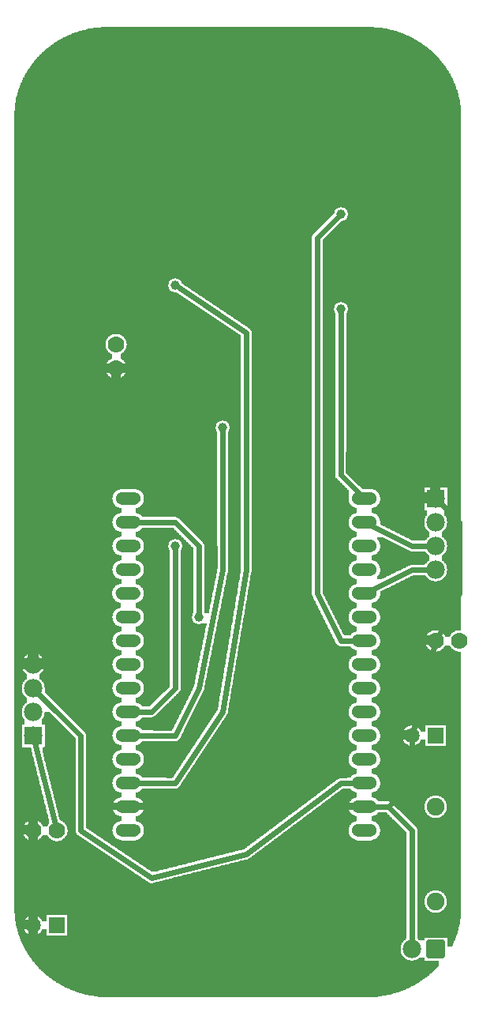
<source format=gbl>
G04 MADE WITH FRITZING*
G04 WWW.FRITZING.ORG*
G04 DOUBLE SIDED*
G04 HOLES PLATED*
G04 CONTOUR ON CENTER OF CONTOUR VECTOR*
%ASAXBY*%
%FSLAX23Y23*%
%MOIN*%
%OFA0B0*%
%SFA1.0B1.0*%
%ADD10C,0.075000*%
%ADD11C,0.070000*%
%ADD12C,0.065000*%
%ADD13C,0.078000*%
%ADD14C,0.039370*%
%ADD15C,0.052000*%
%ADD16R,0.078000X0.078000*%
%ADD17C,0.024000*%
%ADD18C,0.020000*%
%ADD19R,0.001000X0.001000*%
%LNCOPPER0*%
G90*
G70*
G54D10*
X636Y1894D03*
X1647Y1900D03*
X302Y4050D03*
G54D11*
X120Y743D03*
X220Y743D03*
X1820Y1543D03*
X1920Y1543D03*
X470Y2693D03*
X470Y2793D03*
G54D12*
X1720Y1143D03*
X1820Y1143D03*
X120Y343D03*
X220Y343D03*
G54D10*
X1820Y843D03*
X1820Y443D03*
G54D13*
X120Y1143D03*
X120Y1243D03*
X120Y1343D03*
X120Y1443D03*
X1820Y2143D03*
X1820Y2043D03*
X1820Y1943D03*
X1820Y1843D03*
X1820Y243D03*
X1720Y243D03*
G54D14*
X1420Y3343D03*
X1420Y2943D03*
X720Y1943D03*
X720Y3043D03*
X920Y2443D03*
X820Y1643D03*
G54D15*
X1520Y743D03*
X1520Y843D03*
X1520Y943D03*
X1520Y1043D03*
X1520Y1143D03*
X1520Y1243D03*
X1520Y1343D03*
X1520Y1443D03*
X1520Y1543D03*
X1520Y1643D03*
X1520Y1743D03*
X1520Y1843D03*
X1520Y1943D03*
X1520Y2043D03*
X1520Y2143D03*
X520Y2143D03*
X520Y2043D03*
X520Y1943D03*
X520Y1843D03*
X520Y1743D03*
X520Y1643D03*
X520Y1543D03*
X520Y1443D03*
X520Y1343D03*
X520Y1243D03*
X520Y1143D03*
X520Y1043D03*
X520Y943D03*
X520Y843D03*
X520Y743D03*
G54D16*
X120Y1143D03*
X1820Y2143D03*
G54D17*
X1419Y2242D02*
X1419Y2242D01*
D02*
X1419Y2242D02*
X1420Y2924D01*
D02*
X1499Y2164D02*
X1419Y2242D01*
D02*
X1419Y1543D02*
X1319Y1743D01*
D02*
X1319Y3242D02*
X1407Y3329D01*
D02*
X1319Y1743D02*
X1319Y3242D01*
D02*
X1490Y1543D02*
X1419Y1543D01*
D02*
X621Y1244D02*
X721Y1342D01*
D02*
X721Y1342D02*
X720Y1924D01*
D02*
X550Y1243D02*
X621Y1244D01*
D02*
X820Y1344D02*
X921Y1844D01*
D02*
X921Y1844D02*
X920Y2424D01*
D02*
X720Y1142D02*
X820Y1344D01*
D02*
X550Y1143D02*
X720Y1142D01*
D02*
X1020Y1842D02*
X1020Y2843D01*
D02*
X720Y942D02*
X920Y1244D01*
D02*
X920Y1244D02*
X1020Y1842D01*
D02*
X1020Y2843D02*
X736Y3032D01*
D02*
X550Y943D02*
X720Y942D01*
D02*
X550Y2043D02*
X720Y2043D01*
D02*
X820Y1942D02*
X820Y1662D01*
D02*
X720Y2043D02*
X820Y1942D01*
D02*
X1720Y1943D02*
X1547Y2029D01*
D02*
X1790Y1943D02*
X1720Y1943D01*
D02*
X1720Y1842D02*
X1547Y1756D01*
D02*
X1790Y1842D02*
X1720Y1842D01*
D02*
X1619Y843D02*
X1550Y843D01*
D02*
X1720Y273D02*
X1721Y742D01*
D02*
X1721Y742D02*
X1619Y843D01*
D02*
X1814Y1517D02*
X1726Y1167D01*
D02*
X1920Y1743D02*
X1832Y1566D01*
D02*
X1920Y2043D02*
X1920Y1743D01*
D02*
X1842Y2122D02*
X1920Y2043D01*
D02*
X1420Y942D02*
X1490Y943D01*
D02*
X1021Y644D02*
X1420Y942D01*
D02*
X321Y1142D02*
X321Y742D01*
D02*
X220Y1243D02*
X321Y1142D01*
D02*
X321Y742D02*
X619Y543D01*
D02*
X619Y543D02*
X1021Y644D01*
D02*
X141Y1321D02*
X220Y1243D01*
D02*
X127Y1114D02*
X214Y768D01*
D02*
X1619Y843D02*
X1550Y843D01*
D02*
X1721Y942D02*
X1619Y843D01*
D02*
X1720Y1118D02*
X1721Y942D01*
G36*
X582Y2021D02*
X582Y2019D01*
X580Y2019D01*
X580Y2017D01*
X578Y2017D01*
X578Y2015D01*
X576Y2015D01*
X576Y2013D01*
X574Y2013D01*
X574Y2011D01*
X572Y2011D01*
X572Y2009D01*
X570Y2009D01*
X570Y2007D01*
X566Y2007D01*
X566Y2005D01*
X562Y2005D01*
X562Y2003D01*
X552Y2003D01*
X552Y1983D01*
X558Y1983D01*
X558Y1981D01*
X564Y1981D01*
X564Y1979D01*
X568Y1979D01*
X568Y1977D01*
X570Y1977D01*
X570Y1975D01*
X574Y1975D01*
X574Y1973D01*
X722Y1973D01*
X722Y1971D01*
X732Y1971D01*
X732Y1969D01*
X736Y1969D01*
X736Y1967D01*
X738Y1967D01*
X738Y1965D01*
X740Y1965D01*
X740Y1963D01*
X742Y1963D01*
X742Y1961D01*
X744Y1961D01*
X744Y1959D01*
X746Y1959D01*
X746Y1955D01*
X748Y1955D01*
X748Y1949D01*
X750Y1949D01*
X750Y1937D01*
X748Y1937D01*
X748Y1931D01*
X746Y1931D01*
X746Y1927D01*
X744Y1927D01*
X744Y1923D01*
X742Y1923D01*
X742Y1613D01*
X812Y1613D01*
X812Y1615D01*
X808Y1615D01*
X808Y1617D01*
X804Y1617D01*
X804Y1619D01*
X802Y1619D01*
X802Y1621D01*
X798Y1621D01*
X798Y1625D01*
X796Y1625D01*
X796Y1627D01*
X794Y1627D01*
X794Y1631D01*
X792Y1631D01*
X792Y1637D01*
X790Y1637D01*
X790Y1647D01*
X792Y1647D01*
X792Y1655D01*
X794Y1655D01*
X794Y1659D01*
X796Y1659D01*
X796Y1661D01*
X798Y1661D01*
X798Y1933D01*
X796Y1933D01*
X796Y1935D01*
X794Y1935D01*
X794Y1937D01*
X792Y1937D01*
X792Y1939D01*
X790Y1939D01*
X790Y1941D01*
X788Y1941D01*
X788Y1943D01*
X786Y1943D01*
X786Y1945D01*
X784Y1945D01*
X784Y1947D01*
X782Y1947D01*
X782Y1949D01*
X780Y1949D01*
X780Y1951D01*
X778Y1951D01*
X778Y1953D01*
X776Y1953D01*
X776Y1955D01*
X774Y1955D01*
X774Y1957D01*
X772Y1957D01*
X772Y1959D01*
X770Y1959D01*
X770Y1961D01*
X768Y1961D01*
X768Y1963D01*
X766Y1963D01*
X766Y1965D01*
X764Y1965D01*
X764Y1967D01*
X762Y1967D01*
X762Y1969D01*
X760Y1969D01*
X760Y1971D01*
X758Y1971D01*
X758Y1973D01*
X756Y1973D01*
X756Y1975D01*
X754Y1975D01*
X754Y1977D01*
X752Y1977D01*
X752Y1979D01*
X750Y1979D01*
X750Y1981D01*
X748Y1981D01*
X748Y1983D01*
X746Y1983D01*
X746Y1985D01*
X744Y1985D01*
X744Y1987D01*
X742Y1987D01*
X742Y1989D01*
X740Y1989D01*
X740Y1991D01*
X738Y1991D01*
X738Y1993D01*
X736Y1993D01*
X736Y1995D01*
X734Y1995D01*
X734Y1997D01*
X732Y1997D01*
X732Y1999D01*
X730Y1999D01*
X730Y2001D01*
X728Y2001D01*
X728Y2003D01*
X726Y2003D01*
X726Y2005D01*
X724Y2005D01*
X724Y2007D01*
X722Y2007D01*
X722Y2009D01*
X720Y2009D01*
X720Y2011D01*
X718Y2011D01*
X718Y2013D01*
X716Y2013D01*
X716Y2015D01*
X714Y2015D01*
X714Y2017D01*
X712Y2017D01*
X712Y2019D01*
X710Y2019D01*
X710Y2021D01*
X582Y2021D01*
G37*
D02*
G36*
X576Y1973D02*
X576Y1971D01*
X578Y1971D01*
X578Y1969D01*
X580Y1969D01*
X580Y1965D01*
X582Y1965D01*
X582Y1963D01*
X584Y1963D01*
X584Y1959D01*
X586Y1959D01*
X586Y1953D01*
X588Y1953D01*
X588Y1933D01*
X586Y1933D01*
X586Y1927D01*
X584Y1927D01*
X584Y1923D01*
X582Y1923D01*
X582Y1919D01*
X580Y1919D01*
X580Y1917D01*
X578Y1917D01*
X578Y1915D01*
X576Y1915D01*
X576Y1913D01*
X574Y1913D01*
X574Y1911D01*
X572Y1911D01*
X572Y1909D01*
X570Y1909D01*
X570Y1907D01*
X566Y1907D01*
X566Y1905D01*
X562Y1905D01*
X562Y1903D01*
X552Y1903D01*
X552Y1883D01*
X558Y1883D01*
X558Y1881D01*
X564Y1881D01*
X564Y1879D01*
X568Y1879D01*
X568Y1877D01*
X570Y1877D01*
X570Y1875D01*
X574Y1875D01*
X574Y1873D01*
X576Y1873D01*
X576Y1871D01*
X578Y1871D01*
X578Y1869D01*
X580Y1869D01*
X580Y1865D01*
X582Y1865D01*
X582Y1863D01*
X584Y1863D01*
X584Y1859D01*
X586Y1859D01*
X586Y1853D01*
X588Y1853D01*
X588Y1833D01*
X586Y1833D01*
X586Y1827D01*
X584Y1827D01*
X584Y1823D01*
X582Y1823D01*
X582Y1819D01*
X580Y1819D01*
X580Y1817D01*
X578Y1817D01*
X578Y1815D01*
X576Y1815D01*
X576Y1813D01*
X574Y1813D01*
X574Y1811D01*
X572Y1811D01*
X572Y1809D01*
X570Y1809D01*
X570Y1807D01*
X566Y1807D01*
X566Y1805D01*
X562Y1805D01*
X562Y1803D01*
X552Y1803D01*
X552Y1783D01*
X556Y1783D01*
X556Y1781D01*
X562Y1781D01*
X562Y1779D01*
X566Y1779D01*
X566Y1777D01*
X570Y1777D01*
X570Y1775D01*
X572Y1775D01*
X572Y1773D01*
X574Y1773D01*
X574Y1771D01*
X576Y1771D01*
X576Y1769D01*
X578Y1769D01*
X578Y1767D01*
X580Y1767D01*
X580Y1765D01*
X582Y1765D01*
X582Y1761D01*
X584Y1761D01*
X584Y1757D01*
X586Y1757D01*
X586Y1749D01*
X588Y1749D01*
X588Y1737D01*
X586Y1737D01*
X586Y1729D01*
X584Y1729D01*
X584Y1725D01*
X582Y1725D01*
X582Y1721D01*
X580Y1721D01*
X580Y1717D01*
X578Y1717D01*
X578Y1715D01*
X576Y1715D01*
X576Y1713D01*
X574Y1713D01*
X574Y1711D01*
X572Y1711D01*
X572Y1709D01*
X568Y1709D01*
X568Y1707D01*
X564Y1707D01*
X564Y1705D01*
X560Y1705D01*
X560Y1703D01*
X552Y1703D01*
X552Y1683D01*
X558Y1683D01*
X558Y1681D01*
X564Y1681D01*
X564Y1679D01*
X568Y1679D01*
X568Y1677D01*
X570Y1677D01*
X570Y1675D01*
X574Y1675D01*
X574Y1673D01*
X576Y1673D01*
X576Y1671D01*
X578Y1671D01*
X578Y1669D01*
X580Y1669D01*
X580Y1665D01*
X582Y1665D01*
X582Y1663D01*
X584Y1663D01*
X584Y1659D01*
X586Y1659D01*
X586Y1653D01*
X588Y1653D01*
X588Y1633D01*
X586Y1633D01*
X586Y1627D01*
X584Y1627D01*
X584Y1623D01*
X582Y1623D01*
X582Y1619D01*
X580Y1619D01*
X580Y1617D01*
X578Y1617D01*
X578Y1615D01*
X576Y1615D01*
X576Y1613D01*
X574Y1613D01*
X574Y1611D01*
X572Y1611D01*
X572Y1609D01*
X570Y1609D01*
X570Y1607D01*
X566Y1607D01*
X566Y1605D01*
X562Y1605D01*
X562Y1603D01*
X552Y1603D01*
X552Y1583D01*
X558Y1583D01*
X558Y1581D01*
X564Y1581D01*
X564Y1579D01*
X568Y1579D01*
X568Y1577D01*
X570Y1577D01*
X570Y1575D01*
X574Y1575D01*
X574Y1573D01*
X576Y1573D01*
X576Y1571D01*
X578Y1571D01*
X578Y1569D01*
X580Y1569D01*
X580Y1565D01*
X582Y1565D01*
X582Y1563D01*
X584Y1563D01*
X584Y1559D01*
X586Y1559D01*
X586Y1553D01*
X588Y1553D01*
X588Y1533D01*
X586Y1533D01*
X586Y1527D01*
X584Y1527D01*
X584Y1523D01*
X582Y1523D01*
X582Y1519D01*
X580Y1519D01*
X580Y1517D01*
X578Y1517D01*
X578Y1515D01*
X576Y1515D01*
X576Y1513D01*
X574Y1513D01*
X574Y1511D01*
X572Y1511D01*
X572Y1509D01*
X570Y1509D01*
X570Y1507D01*
X566Y1507D01*
X566Y1505D01*
X562Y1505D01*
X562Y1503D01*
X552Y1503D01*
X552Y1483D01*
X558Y1483D01*
X558Y1481D01*
X564Y1481D01*
X564Y1479D01*
X568Y1479D01*
X568Y1477D01*
X570Y1477D01*
X570Y1475D01*
X574Y1475D01*
X574Y1473D01*
X576Y1473D01*
X576Y1471D01*
X578Y1471D01*
X578Y1469D01*
X580Y1469D01*
X580Y1465D01*
X582Y1465D01*
X582Y1463D01*
X584Y1463D01*
X584Y1459D01*
X586Y1459D01*
X586Y1453D01*
X588Y1453D01*
X588Y1433D01*
X586Y1433D01*
X586Y1427D01*
X584Y1427D01*
X584Y1423D01*
X582Y1423D01*
X582Y1419D01*
X580Y1419D01*
X580Y1417D01*
X578Y1417D01*
X578Y1415D01*
X576Y1415D01*
X576Y1413D01*
X574Y1413D01*
X574Y1411D01*
X572Y1411D01*
X572Y1409D01*
X570Y1409D01*
X570Y1407D01*
X566Y1407D01*
X566Y1405D01*
X562Y1405D01*
X562Y1403D01*
X552Y1403D01*
X552Y1383D01*
X558Y1383D01*
X558Y1381D01*
X564Y1381D01*
X564Y1379D01*
X568Y1379D01*
X568Y1377D01*
X570Y1377D01*
X570Y1375D01*
X574Y1375D01*
X574Y1373D01*
X576Y1373D01*
X576Y1371D01*
X578Y1371D01*
X578Y1369D01*
X580Y1369D01*
X580Y1365D01*
X582Y1365D01*
X582Y1363D01*
X584Y1363D01*
X584Y1359D01*
X586Y1359D01*
X586Y1353D01*
X588Y1353D01*
X588Y1333D01*
X586Y1333D01*
X586Y1327D01*
X584Y1327D01*
X584Y1323D01*
X582Y1323D01*
X582Y1319D01*
X580Y1319D01*
X580Y1317D01*
X578Y1317D01*
X578Y1315D01*
X576Y1315D01*
X576Y1313D01*
X574Y1313D01*
X574Y1311D01*
X572Y1311D01*
X572Y1309D01*
X570Y1309D01*
X570Y1307D01*
X566Y1307D01*
X566Y1305D01*
X562Y1305D01*
X562Y1303D01*
X552Y1303D01*
X552Y1283D01*
X558Y1283D01*
X558Y1281D01*
X564Y1281D01*
X564Y1279D01*
X568Y1279D01*
X568Y1277D01*
X570Y1277D01*
X570Y1275D01*
X574Y1275D01*
X574Y1273D01*
X576Y1273D01*
X576Y1271D01*
X578Y1271D01*
X578Y1269D01*
X580Y1269D01*
X580Y1265D01*
X612Y1265D01*
X612Y1267D01*
X614Y1267D01*
X614Y1269D01*
X616Y1269D01*
X616Y1271D01*
X618Y1271D01*
X618Y1273D01*
X620Y1273D01*
X620Y1275D01*
X622Y1275D01*
X622Y1277D01*
X624Y1277D01*
X624Y1279D01*
X626Y1279D01*
X626Y1281D01*
X628Y1281D01*
X628Y1283D01*
X630Y1283D01*
X630Y1285D01*
X632Y1285D01*
X632Y1287D01*
X634Y1287D01*
X634Y1289D01*
X636Y1289D01*
X636Y1291D01*
X638Y1291D01*
X638Y1293D01*
X640Y1293D01*
X640Y1295D01*
X642Y1295D01*
X642Y1297D01*
X644Y1297D01*
X644Y1299D01*
X646Y1299D01*
X646Y1301D01*
X648Y1301D01*
X648Y1303D01*
X650Y1303D01*
X650Y1305D01*
X652Y1305D01*
X652Y1307D01*
X654Y1307D01*
X654Y1309D01*
X656Y1309D01*
X656Y1311D01*
X658Y1311D01*
X658Y1313D01*
X660Y1313D01*
X660Y1315D01*
X662Y1315D01*
X662Y1317D01*
X664Y1317D01*
X664Y1319D01*
X666Y1319D01*
X666Y1321D01*
X668Y1321D01*
X668Y1323D01*
X670Y1323D01*
X670Y1325D01*
X672Y1325D01*
X672Y1327D01*
X676Y1327D01*
X676Y1329D01*
X678Y1329D01*
X678Y1331D01*
X680Y1331D01*
X680Y1333D01*
X682Y1333D01*
X682Y1335D01*
X684Y1335D01*
X684Y1337D01*
X686Y1337D01*
X686Y1339D01*
X688Y1339D01*
X688Y1341D01*
X690Y1341D01*
X690Y1343D01*
X692Y1343D01*
X692Y1345D01*
X694Y1345D01*
X694Y1347D01*
X696Y1347D01*
X696Y1349D01*
X698Y1349D01*
X698Y1925D01*
X696Y1925D01*
X696Y1927D01*
X694Y1927D01*
X694Y1931D01*
X692Y1931D01*
X692Y1937D01*
X690Y1937D01*
X690Y1947D01*
X692Y1947D01*
X692Y1955D01*
X694Y1955D01*
X694Y1959D01*
X696Y1959D01*
X696Y1961D01*
X698Y1961D01*
X698Y1963D01*
X700Y1963D01*
X700Y1965D01*
X702Y1965D01*
X702Y1967D01*
X706Y1967D01*
X706Y1969D01*
X710Y1969D01*
X710Y1971D01*
X718Y1971D01*
X718Y1973D01*
X576Y1973D01*
G37*
D02*
G36*
X828Y1615D02*
X828Y1613D01*
X852Y1613D01*
X852Y1615D01*
X828Y1615D01*
G37*
D02*
G36*
X742Y1613D02*
X742Y1611D01*
X852Y1611D01*
X852Y1613D01*
X742Y1613D01*
G37*
D02*
G36*
X742Y1613D02*
X742Y1611D01*
X852Y1611D01*
X852Y1613D01*
X742Y1613D01*
G37*
D02*
G36*
X742Y1611D02*
X742Y1333D01*
X740Y1333D01*
X740Y1329D01*
X738Y1329D01*
X738Y1327D01*
X736Y1327D01*
X736Y1325D01*
X734Y1325D01*
X734Y1323D01*
X732Y1323D01*
X732Y1321D01*
X730Y1321D01*
X730Y1319D01*
X728Y1319D01*
X728Y1317D01*
X726Y1317D01*
X726Y1315D01*
X724Y1315D01*
X724Y1313D01*
X722Y1313D01*
X722Y1311D01*
X720Y1311D01*
X720Y1309D01*
X718Y1309D01*
X718Y1307D01*
X716Y1307D01*
X716Y1305D01*
X714Y1305D01*
X714Y1303D01*
X712Y1303D01*
X712Y1301D01*
X710Y1301D01*
X710Y1299D01*
X708Y1299D01*
X708Y1297D01*
X706Y1297D01*
X706Y1295D01*
X704Y1295D01*
X704Y1293D01*
X702Y1293D01*
X702Y1291D01*
X700Y1291D01*
X700Y1289D01*
X698Y1289D01*
X698Y1287D01*
X696Y1287D01*
X696Y1285D01*
X694Y1285D01*
X694Y1283D01*
X692Y1283D01*
X692Y1281D01*
X688Y1281D01*
X688Y1279D01*
X686Y1279D01*
X686Y1277D01*
X684Y1277D01*
X684Y1275D01*
X682Y1275D01*
X682Y1273D01*
X680Y1273D01*
X680Y1271D01*
X678Y1271D01*
X678Y1269D01*
X676Y1269D01*
X676Y1267D01*
X674Y1267D01*
X674Y1265D01*
X672Y1265D01*
X672Y1263D01*
X670Y1263D01*
X670Y1261D01*
X668Y1261D01*
X668Y1259D01*
X666Y1259D01*
X666Y1257D01*
X664Y1257D01*
X664Y1255D01*
X662Y1255D01*
X662Y1253D01*
X660Y1253D01*
X660Y1251D01*
X658Y1251D01*
X658Y1249D01*
X656Y1249D01*
X656Y1247D01*
X654Y1247D01*
X654Y1245D01*
X652Y1245D01*
X652Y1243D01*
X650Y1243D01*
X650Y1241D01*
X648Y1241D01*
X648Y1239D01*
X646Y1239D01*
X646Y1237D01*
X644Y1237D01*
X644Y1235D01*
X642Y1235D01*
X642Y1233D01*
X640Y1233D01*
X640Y1231D01*
X638Y1231D01*
X638Y1229D01*
X636Y1229D01*
X636Y1227D01*
X634Y1227D01*
X634Y1225D01*
X630Y1225D01*
X630Y1223D01*
X622Y1223D01*
X622Y1221D01*
X582Y1221D01*
X582Y1219D01*
X580Y1219D01*
X580Y1217D01*
X578Y1217D01*
X578Y1215D01*
X576Y1215D01*
X576Y1213D01*
X574Y1213D01*
X574Y1211D01*
X572Y1211D01*
X572Y1209D01*
X570Y1209D01*
X570Y1207D01*
X566Y1207D01*
X566Y1205D01*
X562Y1205D01*
X562Y1203D01*
X552Y1203D01*
X552Y1183D01*
X558Y1183D01*
X558Y1181D01*
X564Y1181D01*
X564Y1179D01*
X568Y1179D01*
X568Y1177D01*
X570Y1177D01*
X570Y1175D01*
X574Y1175D01*
X574Y1173D01*
X576Y1173D01*
X576Y1171D01*
X578Y1171D01*
X578Y1169D01*
X580Y1169D01*
X580Y1165D01*
X626Y1165D01*
X626Y1163D01*
X706Y1163D01*
X706Y1165D01*
X708Y1165D01*
X708Y1169D01*
X710Y1169D01*
X710Y1173D01*
X712Y1173D01*
X712Y1177D01*
X714Y1177D01*
X714Y1181D01*
X716Y1181D01*
X716Y1185D01*
X718Y1185D01*
X718Y1189D01*
X720Y1189D01*
X720Y1193D01*
X722Y1193D01*
X722Y1197D01*
X724Y1197D01*
X724Y1201D01*
X726Y1201D01*
X726Y1205D01*
X728Y1205D01*
X728Y1209D01*
X730Y1209D01*
X730Y1213D01*
X732Y1213D01*
X732Y1217D01*
X734Y1217D01*
X734Y1221D01*
X736Y1221D01*
X736Y1225D01*
X738Y1225D01*
X738Y1229D01*
X740Y1229D01*
X740Y1233D01*
X742Y1233D01*
X742Y1237D01*
X744Y1237D01*
X744Y1241D01*
X746Y1241D01*
X746Y1245D01*
X748Y1245D01*
X748Y1249D01*
X750Y1249D01*
X750Y1253D01*
X752Y1253D01*
X752Y1257D01*
X754Y1257D01*
X754Y1261D01*
X756Y1261D01*
X756Y1265D01*
X758Y1265D01*
X758Y1269D01*
X760Y1269D01*
X760Y1273D01*
X762Y1273D01*
X762Y1277D01*
X764Y1277D01*
X764Y1281D01*
X766Y1281D01*
X766Y1285D01*
X768Y1285D01*
X768Y1289D01*
X770Y1289D01*
X770Y1293D01*
X772Y1293D01*
X772Y1297D01*
X774Y1297D01*
X774Y1301D01*
X776Y1301D01*
X776Y1305D01*
X778Y1305D01*
X778Y1309D01*
X780Y1309D01*
X780Y1313D01*
X782Y1313D01*
X782Y1317D01*
X784Y1317D01*
X784Y1321D01*
X786Y1321D01*
X786Y1325D01*
X788Y1325D01*
X788Y1329D01*
X790Y1329D01*
X790Y1333D01*
X792Y1333D01*
X792Y1339D01*
X794Y1339D01*
X794Y1343D01*
X796Y1343D01*
X796Y1347D01*
X798Y1347D01*
X798Y1351D01*
X800Y1351D01*
X800Y1359D01*
X802Y1359D01*
X802Y1369D01*
X804Y1369D01*
X804Y1379D01*
X806Y1379D01*
X806Y1389D01*
X808Y1389D01*
X808Y1399D01*
X810Y1399D01*
X810Y1409D01*
X812Y1409D01*
X812Y1419D01*
X814Y1419D01*
X814Y1429D01*
X816Y1429D01*
X816Y1439D01*
X818Y1439D01*
X818Y1449D01*
X820Y1449D01*
X820Y1459D01*
X822Y1459D01*
X822Y1469D01*
X824Y1469D01*
X824Y1479D01*
X826Y1479D01*
X826Y1489D01*
X828Y1489D01*
X828Y1499D01*
X830Y1499D01*
X830Y1507D01*
X832Y1507D01*
X832Y1517D01*
X834Y1517D01*
X834Y1527D01*
X836Y1527D01*
X836Y1537D01*
X838Y1537D01*
X838Y1547D01*
X840Y1547D01*
X840Y1557D01*
X842Y1557D01*
X842Y1567D01*
X844Y1567D01*
X844Y1577D01*
X846Y1577D01*
X846Y1587D01*
X848Y1587D01*
X848Y1597D01*
X850Y1597D01*
X850Y1607D01*
X852Y1607D01*
X852Y1611D01*
X742Y1611D01*
G37*
D02*
G36*
X1574Y1981D02*
X1574Y1971D01*
X1576Y1971D01*
X1576Y1967D01*
X1578Y1967D01*
X1578Y1965D01*
X1580Y1965D01*
X1580Y1961D01*
X1582Y1961D01*
X1582Y1957D01*
X1584Y1957D01*
X1584Y1951D01*
X1586Y1951D01*
X1586Y1933D01*
X1584Y1933D01*
X1584Y1927D01*
X1582Y1927D01*
X1582Y1923D01*
X1580Y1923D01*
X1580Y1919D01*
X1578Y1919D01*
X1578Y1917D01*
X1576Y1917D01*
X1576Y1915D01*
X1574Y1915D01*
X1574Y1913D01*
X1572Y1913D01*
X1572Y1911D01*
X1570Y1911D01*
X1570Y1909D01*
X1566Y1909D01*
X1566Y1907D01*
X1564Y1907D01*
X1564Y1905D01*
X1558Y1905D01*
X1558Y1903D01*
X1550Y1903D01*
X1550Y1883D01*
X1556Y1883D01*
X1556Y1881D01*
X1562Y1881D01*
X1562Y1879D01*
X1566Y1879D01*
X1566Y1877D01*
X1568Y1877D01*
X1568Y1875D01*
X1572Y1875D01*
X1572Y1873D01*
X1574Y1873D01*
X1574Y1871D01*
X1576Y1871D01*
X1576Y1867D01*
X1578Y1867D01*
X1578Y1865D01*
X1580Y1865D01*
X1580Y1861D01*
X1582Y1861D01*
X1582Y1859D01*
X1584Y1859D01*
X1584Y1851D01*
X1586Y1851D01*
X1586Y1833D01*
X1584Y1833D01*
X1584Y1827D01*
X1582Y1827D01*
X1582Y1823D01*
X1580Y1823D01*
X1580Y1819D01*
X1578Y1819D01*
X1578Y1817D01*
X1576Y1817D01*
X1576Y1815D01*
X1574Y1815D01*
X1574Y1813D01*
X1572Y1813D01*
X1572Y1803D01*
X1594Y1803D01*
X1594Y1805D01*
X1598Y1805D01*
X1598Y1807D01*
X1602Y1807D01*
X1602Y1809D01*
X1606Y1809D01*
X1606Y1811D01*
X1610Y1811D01*
X1610Y1813D01*
X1614Y1813D01*
X1614Y1815D01*
X1618Y1815D01*
X1618Y1817D01*
X1622Y1817D01*
X1622Y1819D01*
X1626Y1819D01*
X1626Y1821D01*
X1630Y1821D01*
X1630Y1823D01*
X1634Y1823D01*
X1634Y1825D01*
X1638Y1825D01*
X1638Y1827D01*
X1642Y1827D01*
X1642Y1829D01*
X1646Y1829D01*
X1646Y1831D01*
X1650Y1831D01*
X1650Y1833D01*
X1654Y1833D01*
X1654Y1835D01*
X1660Y1835D01*
X1660Y1837D01*
X1664Y1837D01*
X1664Y1839D01*
X1668Y1839D01*
X1668Y1841D01*
X1672Y1841D01*
X1672Y1843D01*
X1676Y1843D01*
X1676Y1845D01*
X1680Y1845D01*
X1680Y1847D01*
X1684Y1847D01*
X1684Y1849D01*
X1688Y1849D01*
X1688Y1851D01*
X1692Y1851D01*
X1692Y1853D01*
X1696Y1853D01*
X1696Y1855D01*
X1700Y1855D01*
X1700Y1857D01*
X1704Y1857D01*
X1704Y1859D01*
X1708Y1859D01*
X1708Y1861D01*
X1712Y1861D01*
X1712Y1863D01*
X1772Y1863D01*
X1772Y1865D01*
X1778Y1865D01*
X1778Y1869D01*
X1780Y1869D01*
X1780Y1871D01*
X1782Y1871D01*
X1782Y1875D01*
X1784Y1875D01*
X1784Y1877D01*
X1786Y1877D01*
X1786Y1879D01*
X1788Y1879D01*
X1788Y1881D01*
X1792Y1881D01*
X1792Y1903D01*
X1790Y1903D01*
X1790Y1905D01*
X1788Y1905D01*
X1788Y1907D01*
X1786Y1907D01*
X1786Y1909D01*
X1784Y1909D01*
X1784Y1911D01*
X1782Y1911D01*
X1782Y1913D01*
X1780Y1913D01*
X1780Y1917D01*
X1778Y1917D01*
X1778Y1919D01*
X1776Y1919D01*
X1776Y1921D01*
X1712Y1921D01*
X1712Y1923D01*
X1708Y1923D01*
X1708Y1925D01*
X1704Y1925D01*
X1704Y1927D01*
X1700Y1927D01*
X1700Y1929D01*
X1696Y1929D01*
X1696Y1931D01*
X1692Y1931D01*
X1692Y1933D01*
X1688Y1933D01*
X1688Y1935D01*
X1684Y1935D01*
X1684Y1937D01*
X1680Y1937D01*
X1680Y1939D01*
X1676Y1939D01*
X1676Y1941D01*
X1672Y1941D01*
X1672Y1943D01*
X1668Y1943D01*
X1668Y1945D01*
X1664Y1945D01*
X1664Y1947D01*
X1660Y1947D01*
X1660Y1949D01*
X1656Y1949D01*
X1656Y1951D01*
X1652Y1951D01*
X1652Y1953D01*
X1648Y1953D01*
X1648Y1955D01*
X1644Y1955D01*
X1644Y1957D01*
X1640Y1957D01*
X1640Y1959D01*
X1636Y1959D01*
X1636Y1961D01*
X1632Y1961D01*
X1632Y1963D01*
X1628Y1963D01*
X1628Y1965D01*
X1624Y1965D01*
X1624Y1967D01*
X1620Y1967D01*
X1620Y1969D01*
X1616Y1969D01*
X1616Y1971D01*
X1612Y1971D01*
X1612Y1973D01*
X1608Y1973D01*
X1608Y1975D01*
X1604Y1975D01*
X1604Y1977D01*
X1600Y1977D01*
X1600Y1979D01*
X1596Y1979D01*
X1596Y1981D01*
X1574Y1981D01*
G37*
D02*
G36*
X408Y4133D02*
X408Y4131D01*
X388Y4131D01*
X388Y4129D01*
X372Y4129D01*
X372Y4127D01*
X360Y4127D01*
X360Y4125D01*
X350Y4125D01*
X350Y4123D01*
X342Y4123D01*
X342Y4121D01*
X334Y4121D01*
X334Y4119D01*
X326Y4119D01*
X326Y4117D01*
X318Y4117D01*
X318Y4115D01*
X312Y4115D01*
X312Y4113D01*
X306Y4113D01*
X306Y4111D01*
X300Y4111D01*
X300Y4109D01*
X294Y4109D01*
X294Y4107D01*
X290Y4107D01*
X290Y4105D01*
X284Y4105D01*
X284Y4103D01*
X280Y4103D01*
X280Y4101D01*
X274Y4101D01*
X274Y4099D01*
X270Y4099D01*
X270Y4097D01*
X266Y4097D01*
X266Y4095D01*
X262Y4095D01*
X262Y4093D01*
X258Y4093D01*
X258Y4091D01*
X252Y4091D01*
X252Y4089D01*
X248Y4089D01*
X248Y4087D01*
X246Y4087D01*
X246Y4085D01*
X242Y4085D01*
X242Y4083D01*
X238Y4083D01*
X238Y4081D01*
X234Y4081D01*
X234Y4079D01*
X230Y4079D01*
X230Y4077D01*
X228Y4077D01*
X228Y4075D01*
X224Y4075D01*
X224Y4073D01*
X220Y4073D01*
X220Y4071D01*
X218Y4071D01*
X218Y4069D01*
X214Y4069D01*
X214Y4067D01*
X212Y4067D01*
X212Y4065D01*
X208Y4065D01*
X208Y4063D01*
X206Y4063D01*
X206Y4061D01*
X202Y4061D01*
X202Y4059D01*
X200Y4059D01*
X200Y4057D01*
X196Y4057D01*
X196Y4055D01*
X194Y4055D01*
X194Y4053D01*
X192Y4053D01*
X192Y4051D01*
X188Y4051D01*
X188Y4049D01*
X186Y4049D01*
X186Y4047D01*
X184Y4047D01*
X184Y4045D01*
X182Y4045D01*
X182Y4043D01*
X178Y4043D01*
X178Y4041D01*
X176Y4041D01*
X176Y4039D01*
X174Y4039D01*
X174Y4037D01*
X172Y4037D01*
X172Y4035D01*
X170Y4035D01*
X170Y4033D01*
X166Y4033D01*
X166Y4031D01*
X164Y4031D01*
X164Y4029D01*
X162Y4029D01*
X162Y4027D01*
X160Y4027D01*
X160Y4025D01*
X158Y4025D01*
X158Y4023D01*
X156Y4023D01*
X156Y4021D01*
X154Y4021D01*
X154Y4019D01*
X152Y4019D01*
X152Y4017D01*
X150Y4017D01*
X150Y4015D01*
X148Y4015D01*
X148Y4013D01*
X146Y4013D01*
X146Y4011D01*
X144Y4011D01*
X144Y4009D01*
X142Y4009D01*
X142Y4007D01*
X140Y4007D01*
X140Y4005D01*
X138Y4005D01*
X138Y4003D01*
X136Y4003D01*
X136Y4001D01*
X134Y4001D01*
X134Y3997D01*
X132Y3997D01*
X132Y3995D01*
X130Y3995D01*
X130Y3993D01*
X128Y3993D01*
X128Y3991D01*
X126Y3991D01*
X126Y3989D01*
X124Y3989D01*
X124Y3987D01*
X122Y3987D01*
X122Y3983D01*
X120Y3983D01*
X120Y3981D01*
X118Y3981D01*
X118Y3979D01*
X116Y3979D01*
X116Y3975D01*
X114Y3975D01*
X114Y3973D01*
X112Y3973D01*
X112Y3971D01*
X110Y3971D01*
X110Y3967D01*
X108Y3967D01*
X108Y3965D01*
X106Y3965D01*
X106Y3961D01*
X104Y3961D01*
X104Y3959D01*
X102Y3959D01*
X102Y3955D01*
X100Y3955D01*
X100Y3953D01*
X98Y3953D01*
X98Y3949D01*
X96Y3949D01*
X96Y3947D01*
X94Y3947D01*
X94Y3943D01*
X92Y3943D01*
X92Y3939D01*
X90Y3939D01*
X90Y3937D01*
X88Y3937D01*
X88Y3933D01*
X86Y3933D01*
X86Y3929D01*
X84Y3929D01*
X84Y3925D01*
X82Y3925D01*
X82Y3921D01*
X80Y3921D01*
X80Y3919D01*
X78Y3919D01*
X78Y3913D01*
X76Y3913D01*
X76Y3909D01*
X74Y3909D01*
X74Y3905D01*
X72Y3905D01*
X72Y3901D01*
X70Y3901D01*
X70Y3897D01*
X68Y3897D01*
X68Y3891D01*
X66Y3891D01*
X66Y3887D01*
X64Y3887D01*
X64Y3881D01*
X62Y3881D01*
X62Y3875D01*
X60Y3875D01*
X60Y3869D01*
X58Y3869D01*
X58Y3863D01*
X56Y3863D01*
X56Y3857D01*
X54Y3857D01*
X54Y3851D01*
X52Y3851D01*
X52Y3843D01*
X50Y3843D01*
X50Y3835D01*
X48Y3835D01*
X48Y3825D01*
X46Y3825D01*
X46Y3813D01*
X44Y3813D01*
X44Y3799D01*
X42Y3799D01*
X42Y3779D01*
X40Y3779D01*
X40Y3373D01*
X1422Y3373D01*
X1422Y3371D01*
X1432Y3371D01*
X1432Y3369D01*
X1436Y3369D01*
X1436Y3367D01*
X1438Y3367D01*
X1438Y3365D01*
X1440Y3365D01*
X1440Y3363D01*
X1442Y3363D01*
X1442Y3361D01*
X1444Y3361D01*
X1444Y3359D01*
X1446Y3359D01*
X1446Y3355D01*
X1448Y3355D01*
X1448Y3349D01*
X1450Y3349D01*
X1450Y3337D01*
X1448Y3337D01*
X1448Y3331D01*
X1446Y3331D01*
X1446Y3327D01*
X1444Y3327D01*
X1444Y3323D01*
X1442Y3323D01*
X1442Y3321D01*
X1440Y3321D01*
X1440Y3319D01*
X1436Y3319D01*
X1436Y3317D01*
X1434Y3317D01*
X1434Y3315D01*
X1428Y3315D01*
X1428Y3313D01*
X1420Y3313D01*
X1420Y3311D01*
X1418Y3311D01*
X1418Y3309D01*
X1416Y3309D01*
X1416Y3307D01*
X1414Y3307D01*
X1414Y3305D01*
X1412Y3305D01*
X1412Y3303D01*
X1410Y3303D01*
X1410Y3301D01*
X1408Y3301D01*
X1408Y3299D01*
X1406Y3299D01*
X1406Y3297D01*
X1404Y3297D01*
X1404Y3295D01*
X1402Y3295D01*
X1402Y3293D01*
X1400Y3293D01*
X1400Y3291D01*
X1398Y3291D01*
X1398Y3289D01*
X1396Y3289D01*
X1396Y3287D01*
X1394Y3287D01*
X1394Y3285D01*
X1392Y3285D01*
X1392Y3283D01*
X1390Y3283D01*
X1390Y3281D01*
X1388Y3281D01*
X1388Y3279D01*
X1386Y3279D01*
X1386Y3277D01*
X1384Y3277D01*
X1384Y3275D01*
X1382Y3275D01*
X1382Y3273D01*
X1380Y3273D01*
X1380Y3271D01*
X1378Y3271D01*
X1378Y3269D01*
X1376Y3269D01*
X1376Y3267D01*
X1374Y3267D01*
X1374Y3265D01*
X1372Y3265D01*
X1372Y3263D01*
X1370Y3263D01*
X1370Y3261D01*
X1368Y3261D01*
X1368Y3259D01*
X1366Y3259D01*
X1366Y3257D01*
X1364Y3257D01*
X1364Y3255D01*
X1362Y3255D01*
X1362Y3253D01*
X1360Y3253D01*
X1360Y3251D01*
X1358Y3251D01*
X1358Y3249D01*
X1356Y3249D01*
X1356Y3247D01*
X1354Y3247D01*
X1354Y3245D01*
X1352Y3245D01*
X1352Y3243D01*
X1350Y3243D01*
X1350Y3241D01*
X1348Y3241D01*
X1348Y3239D01*
X1346Y3239D01*
X1346Y3237D01*
X1344Y3237D01*
X1344Y3235D01*
X1342Y3235D01*
X1342Y2973D01*
X1422Y2973D01*
X1422Y2971D01*
X1432Y2971D01*
X1432Y2969D01*
X1434Y2969D01*
X1434Y2967D01*
X1438Y2967D01*
X1438Y2965D01*
X1440Y2965D01*
X1440Y2963D01*
X1442Y2963D01*
X1442Y2961D01*
X1444Y2961D01*
X1444Y2959D01*
X1446Y2959D01*
X1446Y2955D01*
X1448Y2955D01*
X1448Y2949D01*
X1450Y2949D01*
X1450Y2937D01*
X1448Y2937D01*
X1448Y2931D01*
X1446Y2931D01*
X1446Y2927D01*
X1444Y2927D01*
X1444Y2923D01*
X1442Y2923D01*
X1442Y2341D01*
X1440Y2341D01*
X1440Y2251D01*
X1442Y2251D01*
X1442Y2249D01*
X1444Y2249D01*
X1444Y2247D01*
X1446Y2247D01*
X1446Y2245D01*
X1448Y2245D01*
X1448Y2243D01*
X1450Y2243D01*
X1450Y2241D01*
X1452Y2241D01*
X1452Y2239D01*
X1454Y2239D01*
X1454Y2237D01*
X1456Y2237D01*
X1456Y2235D01*
X1458Y2235D01*
X1458Y2233D01*
X1460Y2233D01*
X1460Y2231D01*
X1462Y2231D01*
X1462Y2229D01*
X1464Y2229D01*
X1464Y2227D01*
X1466Y2227D01*
X1466Y2225D01*
X1468Y2225D01*
X1468Y2223D01*
X1470Y2223D01*
X1470Y2221D01*
X1472Y2221D01*
X1472Y2219D01*
X1474Y2219D01*
X1474Y2217D01*
X1476Y2217D01*
X1476Y2215D01*
X1478Y2215D01*
X1478Y2213D01*
X1480Y2213D01*
X1480Y2211D01*
X1482Y2211D01*
X1482Y2209D01*
X1484Y2209D01*
X1484Y2207D01*
X1486Y2207D01*
X1486Y2205D01*
X1488Y2205D01*
X1488Y2203D01*
X1490Y2203D01*
X1490Y2201D01*
X1492Y2201D01*
X1492Y2199D01*
X1494Y2199D01*
X1494Y2197D01*
X1496Y2197D01*
X1496Y2195D01*
X1500Y2195D01*
X1500Y2193D01*
X1502Y2193D01*
X1502Y2191D01*
X1870Y2191D01*
X1870Y2095D01*
X1868Y2095D01*
X1868Y2093D01*
X1858Y2093D01*
X1858Y2071D01*
X1860Y2071D01*
X1860Y2069D01*
X1862Y2069D01*
X1862Y2065D01*
X1864Y2065D01*
X1864Y2063D01*
X1866Y2063D01*
X1866Y2055D01*
X1868Y2055D01*
X1868Y2045D01*
X1870Y2045D01*
X1870Y2041D01*
X1868Y2041D01*
X1868Y2029D01*
X1866Y2029D01*
X1866Y2023D01*
X1864Y2023D01*
X1864Y2019D01*
X1862Y2019D01*
X1862Y2015D01*
X1860Y2015D01*
X1860Y2013D01*
X1858Y2013D01*
X1858Y2011D01*
X1856Y2011D01*
X1856Y2009D01*
X1854Y2009D01*
X1854Y2007D01*
X1852Y2007D01*
X1852Y2005D01*
X1850Y2005D01*
X1850Y2003D01*
X1848Y2003D01*
X1848Y1981D01*
X1852Y1981D01*
X1852Y1979D01*
X1854Y1979D01*
X1854Y1977D01*
X1856Y1977D01*
X1856Y1975D01*
X1858Y1975D01*
X1858Y1971D01*
X1860Y1971D01*
X1860Y1969D01*
X1862Y1969D01*
X1862Y1965D01*
X1864Y1965D01*
X1864Y1963D01*
X1866Y1963D01*
X1866Y1955D01*
X1868Y1955D01*
X1868Y1945D01*
X1870Y1945D01*
X1870Y1941D01*
X1868Y1941D01*
X1868Y1929D01*
X1866Y1929D01*
X1866Y1923D01*
X1864Y1923D01*
X1864Y1919D01*
X1862Y1919D01*
X1862Y1915D01*
X1860Y1915D01*
X1860Y1913D01*
X1858Y1913D01*
X1858Y1911D01*
X1856Y1911D01*
X1856Y1909D01*
X1854Y1909D01*
X1854Y1907D01*
X1852Y1907D01*
X1852Y1905D01*
X1850Y1905D01*
X1850Y1903D01*
X1848Y1903D01*
X1848Y1881D01*
X1852Y1881D01*
X1852Y1879D01*
X1854Y1879D01*
X1854Y1877D01*
X1856Y1877D01*
X1856Y1875D01*
X1858Y1875D01*
X1858Y1871D01*
X1860Y1871D01*
X1860Y1869D01*
X1862Y1869D01*
X1862Y1865D01*
X1864Y1865D01*
X1864Y1863D01*
X1866Y1863D01*
X1866Y1855D01*
X1868Y1855D01*
X1868Y1845D01*
X1870Y1845D01*
X1870Y1841D01*
X1868Y1841D01*
X1868Y1829D01*
X1866Y1829D01*
X1866Y1823D01*
X1864Y1823D01*
X1864Y1819D01*
X1862Y1819D01*
X1862Y1815D01*
X1860Y1815D01*
X1860Y1813D01*
X1858Y1813D01*
X1858Y1811D01*
X1856Y1811D01*
X1856Y1809D01*
X1854Y1809D01*
X1854Y1807D01*
X1852Y1807D01*
X1852Y1805D01*
X1850Y1805D01*
X1850Y1803D01*
X1848Y1803D01*
X1848Y1801D01*
X1844Y1801D01*
X1844Y1799D01*
X1840Y1799D01*
X1840Y1797D01*
X1834Y1797D01*
X1834Y1795D01*
X1826Y1795D01*
X1826Y1793D01*
X1928Y1793D01*
X1928Y3785D01*
X1926Y3785D01*
X1926Y3803D01*
X1924Y3803D01*
X1924Y3817D01*
X1922Y3817D01*
X1922Y3827D01*
X1920Y3827D01*
X1920Y3837D01*
X1918Y3837D01*
X1918Y3845D01*
X1916Y3845D01*
X1916Y3853D01*
X1914Y3853D01*
X1914Y3859D01*
X1912Y3859D01*
X1912Y3865D01*
X1910Y3865D01*
X1910Y3871D01*
X1908Y3871D01*
X1908Y3877D01*
X1906Y3877D01*
X1906Y3883D01*
X1904Y3883D01*
X1904Y3887D01*
X1902Y3887D01*
X1902Y3893D01*
X1900Y3893D01*
X1900Y3897D01*
X1898Y3897D01*
X1898Y3903D01*
X1896Y3903D01*
X1896Y3907D01*
X1894Y3907D01*
X1894Y3911D01*
X1892Y3911D01*
X1892Y3915D01*
X1890Y3915D01*
X1890Y3919D01*
X1888Y3919D01*
X1888Y3923D01*
X1886Y3923D01*
X1886Y3927D01*
X1884Y3927D01*
X1884Y3931D01*
X1882Y3931D01*
X1882Y3935D01*
X1880Y3935D01*
X1880Y3937D01*
X1878Y3937D01*
X1878Y3941D01*
X1876Y3941D01*
X1876Y3945D01*
X1874Y3945D01*
X1874Y3947D01*
X1872Y3947D01*
X1872Y3951D01*
X1870Y3951D01*
X1870Y3953D01*
X1868Y3953D01*
X1868Y3957D01*
X1866Y3957D01*
X1866Y3959D01*
X1864Y3959D01*
X1864Y3963D01*
X1862Y3963D01*
X1862Y3965D01*
X1860Y3965D01*
X1860Y3969D01*
X1858Y3969D01*
X1858Y3971D01*
X1856Y3971D01*
X1856Y3973D01*
X1854Y3973D01*
X1854Y3977D01*
X1852Y3977D01*
X1852Y3979D01*
X1850Y3979D01*
X1850Y3981D01*
X1848Y3981D01*
X1848Y3985D01*
X1846Y3985D01*
X1846Y3987D01*
X1844Y3987D01*
X1844Y3989D01*
X1842Y3989D01*
X1842Y3991D01*
X1840Y3991D01*
X1840Y3993D01*
X1838Y3993D01*
X1838Y3997D01*
X1836Y3997D01*
X1836Y3999D01*
X1834Y3999D01*
X1834Y4001D01*
X1832Y4001D01*
X1832Y4003D01*
X1830Y4003D01*
X1830Y4005D01*
X1828Y4005D01*
X1828Y4007D01*
X1826Y4007D01*
X1826Y4009D01*
X1824Y4009D01*
X1824Y4011D01*
X1822Y4011D01*
X1822Y4013D01*
X1820Y4013D01*
X1820Y4015D01*
X1818Y4015D01*
X1818Y4017D01*
X1816Y4017D01*
X1816Y4019D01*
X1814Y4019D01*
X1814Y4021D01*
X1812Y4021D01*
X1812Y4023D01*
X1810Y4023D01*
X1810Y4025D01*
X1808Y4025D01*
X1808Y4027D01*
X1806Y4027D01*
X1806Y4029D01*
X1804Y4029D01*
X1804Y4031D01*
X1802Y4031D01*
X1802Y4033D01*
X1800Y4033D01*
X1800Y4035D01*
X1796Y4035D01*
X1796Y4037D01*
X1794Y4037D01*
X1794Y4039D01*
X1792Y4039D01*
X1792Y4041D01*
X1790Y4041D01*
X1790Y4043D01*
X1788Y4043D01*
X1788Y4045D01*
X1784Y4045D01*
X1784Y4047D01*
X1782Y4047D01*
X1782Y4049D01*
X1780Y4049D01*
X1780Y4051D01*
X1776Y4051D01*
X1776Y4053D01*
X1774Y4053D01*
X1774Y4055D01*
X1772Y4055D01*
X1772Y4057D01*
X1768Y4057D01*
X1768Y4059D01*
X1766Y4059D01*
X1766Y4061D01*
X1764Y4061D01*
X1764Y4063D01*
X1760Y4063D01*
X1760Y4065D01*
X1758Y4065D01*
X1758Y4067D01*
X1754Y4067D01*
X1754Y4069D01*
X1752Y4069D01*
X1752Y4071D01*
X1748Y4071D01*
X1748Y4073D01*
X1744Y4073D01*
X1744Y4075D01*
X1742Y4075D01*
X1742Y4077D01*
X1738Y4077D01*
X1738Y4079D01*
X1734Y4079D01*
X1734Y4081D01*
X1730Y4081D01*
X1730Y4083D01*
X1728Y4083D01*
X1728Y4085D01*
X1724Y4085D01*
X1724Y4087D01*
X1720Y4087D01*
X1720Y4089D01*
X1716Y4089D01*
X1716Y4091D01*
X1712Y4091D01*
X1712Y4093D01*
X1708Y4093D01*
X1708Y4095D01*
X1704Y4095D01*
X1704Y4097D01*
X1698Y4097D01*
X1698Y4099D01*
X1694Y4099D01*
X1694Y4101D01*
X1690Y4101D01*
X1690Y4103D01*
X1684Y4103D01*
X1684Y4105D01*
X1680Y4105D01*
X1680Y4107D01*
X1674Y4107D01*
X1674Y4109D01*
X1668Y4109D01*
X1668Y4111D01*
X1662Y4111D01*
X1662Y4113D01*
X1656Y4113D01*
X1656Y4115D01*
X1650Y4115D01*
X1650Y4117D01*
X1642Y4117D01*
X1642Y4119D01*
X1636Y4119D01*
X1636Y4121D01*
X1626Y4121D01*
X1626Y4123D01*
X1618Y4123D01*
X1618Y4125D01*
X1608Y4125D01*
X1608Y4127D01*
X1596Y4127D01*
X1596Y4129D01*
X1582Y4129D01*
X1582Y4131D01*
X1560Y4131D01*
X1560Y4133D01*
X408Y4133D01*
G37*
D02*
G36*
X40Y3373D02*
X40Y3073D01*
X722Y3073D01*
X722Y3071D01*
X732Y3071D01*
X732Y3069D01*
X734Y3069D01*
X734Y3067D01*
X738Y3067D01*
X738Y3065D01*
X740Y3065D01*
X740Y3063D01*
X742Y3063D01*
X742Y3061D01*
X744Y3061D01*
X744Y3059D01*
X746Y3059D01*
X746Y3055D01*
X748Y3055D01*
X748Y3049D01*
X752Y3049D01*
X752Y3047D01*
X754Y3047D01*
X754Y3045D01*
X758Y3045D01*
X758Y3043D01*
X760Y3043D01*
X760Y3041D01*
X764Y3041D01*
X764Y3039D01*
X766Y3039D01*
X766Y3037D01*
X770Y3037D01*
X770Y3035D01*
X772Y3035D01*
X772Y3033D01*
X776Y3033D01*
X776Y3031D01*
X778Y3031D01*
X778Y3029D01*
X782Y3029D01*
X782Y3027D01*
X784Y3027D01*
X784Y3025D01*
X788Y3025D01*
X788Y3023D01*
X790Y3023D01*
X790Y3021D01*
X794Y3021D01*
X794Y3019D01*
X796Y3019D01*
X796Y3017D01*
X800Y3017D01*
X800Y3015D01*
X802Y3015D01*
X802Y3013D01*
X806Y3013D01*
X806Y3011D01*
X808Y3011D01*
X808Y3009D01*
X812Y3009D01*
X812Y3007D01*
X814Y3007D01*
X814Y3005D01*
X818Y3005D01*
X818Y3003D01*
X820Y3003D01*
X820Y3001D01*
X824Y3001D01*
X824Y2999D01*
X826Y2999D01*
X826Y2997D01*
X830Y2997D01*
X830Y2995D01*
X832Y2995D01*
X832Y2993D01*
X836Y2993D01*
X836Y2991D01*
X838Y2991D01*
X838Y2989D01*
X842Y2989D01*
X842Y2987D01*
X844Y2987D01*
X844Y2985D01*
X848Y2985D01*
X848Y2983D01*
X850Y2983D01*
X850Y2981D01*
X854Y2981D01*
X854Y2979D01*
X856Y2979D01*
X856Y2977D01*
X860Y2977D01*
X860Y2975D01*
X862Y2975D01*
X862Y2973D01*
X866Y2973D01*
X866Y2971D01*
X868Y2971D01*
X868Y2969D01*
X872Y2969D01*
X872Y2967D01*
X874Y2967D01*
X874Y2965D01*
X878Y2965D01*
X878Y2963D01*
X880Y2963D01*
X880Y2961D01*
X884Y2961D01*
X884Y2959D01*
X886Y2959D01*
X886Y2957D01*
X890Y2957D01*
X890Y2955D01*
X892Y2955D01*
X892Y2953D01*
X896Y2953D01*
X896Y2951D01*
X898Y2951D01*
X898Y2949D01*
X902Y2949D01*
X902Y2947D01*
X904Y2947D01*
X904Y2945D01*
X908Y2945D01*
X908Y2943D01*
X910Y2943D01*
X910Y2941D01*
X914Y2941D01*
X914Y2939D01*
X916Y2939D01*
X916Y2937D01*
X920Y2937D01*
X920Y2935D01*
X922Y2935D01*
X922Y2933D01*
X926Y2933D01*
X926Y2931D01*
X928Y2931D01*
X928Y2929D01*
X932Y2929D01*
X932Y2927D01*
X934Y2927D01*
X934Y2925D01*
X938Y2925D01*
X938Y2923D01*
X940Y2923D01*
X940Y2921D01*
X944Y2921D01*
X944Y2919D01*
X946Y2919D01*
X946Y2917D01*
X950Y2917D01*
X950Y2915D01*
X952Y2915D01*
X952Y2913D01*
X956Y2913D01*
X956Y2911D01*
X958Y2911D01*
X958Y2909D01*
X962Y2909D01*
X962Y2907D01*
X964Y2907D01*
X964Y2905D01*
X968Y2905D01*
X968Y2903D01*
X970Y2903D01*
X970Y2901D01*
X974Y2901D01*
X974Y2899D01*
X976Y2899D01*
X976Y2897D01*
X980Y2897D01*
X980Y2895D01*
X982Y2895D01*
X982Y2893D01*
X986Y2893D01*
X986Y2891D01*
X988Y2891D01*
X988Y2889D01*
X992Y2889D01*
X992Y2887D01*
X994Y2887D01*
X994Y2885D01*
X998Y2885D01*
X998Y2883D01*
X1000Y2883D01*
X1000Y2881D01*
X1004Y2881D01*
X1004Y2879D01*
X1006Y2879D01*
X1006Y2877D01*
X1010Y2877D01*
X1010Y2875D01*
X1012Y2875D01*
X1012Y2873D01*
X1016Y2873D01*
X1016Y2871D01*
X1018Y2871D01*
X1018Y2869D01*
X1022Y2869D01*
X1022Y2867D01*
X1024Y2867D01*
X1024Y2865D01*
X1028Y2865D01*
X1028Y2863D01*
X1030Y2863D01*
X1030Y2861D01*
X1034Y2861D01*
X1034Y2859D01*
X1036Y2859D01*
X1036Y2857D01*
X1038Y2857D01*
X1038Y2853D01*
X1040Y2853D01*
X1040Y2849D01*
X1042Y2849D01*
X1042Y1833D01*
X1040Y1833D01*
X1040Y1821D01*
X1038Y1821D01*
X1038Y1809D01*
X1036Y1809D01*
X1036Y1797D01*
X1034Y1797D01*
X1034Y1785D01*
X1032Y1785D01*
X1032Y1773D01*
X1030Y1773D01*
X1030Y1761D01*
X1028Y1761D01*
X1028Y1749D01*
X1026Y1749D01*
X1026Y1737D01*
X1024Y1737D01*
X1024Y1725D01*
X1022Y1725D01*
X1022Y1713D01*
X1020Y1713D01*
X1020Y1701D01*
X1018Y1701D01*
X1018Y1689D01*
X1016Y1689D01*
X1016Y1677D01*
X1014Y1677D01*
X1014Y1665D01*
X1012Y1665D01*
X1012Y1653D01*
X1010Y1653D01*
X1010Y1641D01*
X1008Y1641D01*
X1008Y1631D01*
X1006Y1631D01*
X1006Y1619D01*
X1004Y1619D01*
X1004Y1607D01*
X1002Y1607D01*
X1002Y1595D01*
X1000Y1595D01*
X1000Y1583D01*
X998Y1583D01*
X998Y1571D01*
X996Y1571D01*
X996Y1559D01*
X994Y1559D01*
X994Y1547D01*
X992Y1547D01*
X992Y1535D01*
X990Y1535D01*
X990Y1523D01*
X988Y1523D01*
X988Y1511D01*
X986Y1511D01*
X986Y1499D01*
X984Y1499D01*
X984Y1487D01*
X982Y1487D01*
X982Y1475D01*
X980Y1475D01*
X980Y1463D01*
X978Y1463D01*
X978Y1451D01*
X976Y1451D01*
X976Y1439D01*
X974Y1439D01*
X974Y1427D01*
X972Y1427D01*
X972Y1415D01*
X970Y1415D01*
X970Y1403D01*
X968Y1403D01*
X968Y1391D01*
X966Y1391D01*
X966Y1379D01*
X964Y1379D01*
X964Y1367D01*
X962Y1367D01*
X962Y1355D01*
X960Y1355D01*
X960Y1343D01*
X958Y1343D01*
X958Y1331D01*
X956Y1331D01*
X956Y1319D01*
X954Y1319D01*
X954Y1307D01*
X952Y1307D01*
X952Y1295D01*
X950Y1295D01*
X950Y1283D01*
X948Y1283D01*
X948Y1271D01*
X946Y1271D01*
X946Y1259D01*
X944Y1259D01*
X944Y1247D01*
X942Y1247D01*
X942Y1237D01*
X940Y1237D01*
X940Y1233D01*
X938Y1233D01*
X938Y1229D01*
X936Y1229D01*
X936Y1227D01*
X934Y1227D01*
X934Y1223D01*
X932Y1223D01*
X932Y1221D01*
X930Y1221D01*
X930Y1217D01*
X928Y1217D01*
X928Y1215D01*
X926Y1215D01*
X926Y1211D01*
X924Y1211D01*
X924Y1209D01*
X922Y1209D01*
X922Y1205D01*
X920Y1205D01*
X920Y1203D01*
X918Y1203D01*
X918Y1199D01*
X916Y1199D01*
X916Y1197D01*
X914Y1197D01*
X914Y1193D01*
X912Y1193D01*
X912Y1191D01*
X910Y1191D01*
X910Y1187D01*
X908Y1187D01*
X908Y1185D01*
X906Y1185D01*
X906Y1181D01*
X904Y1181D01*
X904Y1177D01*
X902Y1177D01*
X902Y1175D01*
X900Y1175D01*
X900Y1171D01*
X898Y1171D01*
X898Y1169D01*
X896Y1169D01*
X896Y1165D01*
X894Y1165D01*
X894Y1163D01*
X892Y1163D01*
X892Y1159D01*
X890Y1159D01*
X890Y1157D01*
X888Y1157D01*
X888Y1153D01*
X886Y1153D01*
X886Y1151D01*
X884Y1151D01*
X884Y1147D01*
X882Y1147D01*
X882Y1145D01*
X880Y1145D01*
X880Y1141D01*
X878Y1141D01*
X878Y1139D01*
X876Y1139D01*
X876Y1135D01*
X874Y1135D01*
X874Y1133D01*
X872Y1133D01*
X872Y1129D01*
X870Y1129D01*
X870Y1127D01*
X868Y1127D01*
X868Y1123D01*
X866Y1123D01*
X866Y1121D01*
X864Y1121D01*
X864Y1117D01*
X862Y1117D01*
X862Y1115D01*
X860Y1115D01*
X860Y1111D01*
X858Y1111D01*
X858Y1109D01*
X856Y1109D01*
X856Y1105D01*
X854Y1105D01*
X854Y1103D01*
X852Y1103D01*
X852Y1099D01*
X850Y1099D01*
X850Y1097D01*
X848Y1097D01*
X848Y1093D01*
X846Y1093D01*
X846Y1091D01*
X844Y1091D01*
X844Y1087D01*
X842Y1087D01*
X842Y1085D01*
X840Y1085D01*
X840Y1081D01*
X838Y1081D01*
X838Y1079D01*
X836Y1079D01*
X836Y1075D01*
X834Y1075D01*
X834Y1073D01*
X832Y1073D01*
X832Y1069D01*
X830Y1069D01*
X830Y1067D01*
X828Y1067D01*
X828Y1063D01*
X826Y1063D01*
X826Y1061D01*
X824Y1061D01*
X824Y1057D01*
X822Y1057D01*
X822Y1055D01*
X820Y1055D01*
X820Y1051D01*
X818Y1051D01*
X818Y1049D01*
X816Y1049D01*
X816Y1045D01*
X814Y1045D01*
X814Y1041D01*
X812Y1041D01*
X812Y1039D01*
X810Y1039D01*
X810Y1035D01*
X808Y1035D01*
X808Y1033D01*
X806Y1033D01*
X806Y1029D01*
X804Y1029D01*
X804Y1027D01*
X802Y1027D01*
X802Y1023D01*
X800Y1023D01*
X800Y1021D01*
X798Y1021D01*
X798Y1017D01*
X796Y1017D01*
X796Y1015D01*
X794Y1015D01*
X794Y1011D01*
X792Y1011D01*
X792Y1009D01*
X790Y1009D01*
X790Y1005D01*
X788Y1005D01*
X788Y1003D01*
X786Y1003D01*
X786Y999D01*
X784Y999D01*
X784Y997D01*
X782Y997D01*
X782Y993D01*
X780Y993D01*
X780Y991D01*
X778Y991D01*
X778Y987D01*
X776Y987D01*
X776Y985D01*
X774Y985D01*
X774Y981D01*
X772Y981D01*
X772Y979D01*
X770Y979D01*
X770Y975D01*
X768Y975D01*
X768Y973D01*
X766Y973D01*
X766Y969D01*
X764Y969D01*
X764Y967D01*
X762Y967D01*
X762Y963D01*
X760Y963D01*
X760Y961D01*
X758Y961D01*
X758Y957D01*
X756Y957D01*
X756Y955D01*
X754Y955D01*
X754Y951D01*
X752Y951D01*
X752Y949D01*
X750Y949D01*
X750Y945D01*
X748Y945D01*
X748Y943D01*
X746Y943D01*
X746Y939D01*
X744Y939D01*
X744Y937D01*
X742Y937D01*
X742Y933D01*
X740Y933D01*
X740Y931D01*
X738Y931D01*
X738Y927D01*
X736Y927D01*
X736Y925D01*
X734Y925D01*
X734Y923D01*
X730Y923D01*
X730Y921D01*
X722Y921D01*
X722Y919D01*
X1354Y919D01*
X1354Y921D01*
X1356Y921D01*
X1356Y923D01*
X1360Y923D01*
X1360Y925D01*
X1362Y925D01*
X1362Y927D01*
X1364Y927D01*
X1364Y929D01*
X1368Y929D01*
X1368Y931D01*
X1370Y931D01*
X1370Y933D01*
X1372Y933D01*
X1372Y935D01*
X1376Y935D01*
X1376Y937D01*
X1378Y937D01*
X1378Y939D01*
X1380Y939D01*
X1380Y941D01*
X1384Y941D01*
X1384Y943D01*
X1386Y943D01*
X1386Y945D01*
X1390Y945D01*
X1390Y947D01*
X1392Y947D01*
X1392Y949D01*
X1394Y949D01*
X1394Y951D01*
X1398Y951D01*
X1398Y953D01*
X1400Y953D01*
X1400Y955D01*
X1402Y955D01*
X1402Y957D01*
X1406Y957D01*
X1406Y959D01*
X1408Y959D01*
X1408Y961D01*
X1412Y961D01*
X1412Y963D01*
X1446Y963D01*
X1446Y965D01*
X1460Y965D01*
X1460Y967D01*
X1462Y967D01*
X1462Y971D01*
X1464Y971D01*
X1464Y973D01*
X1468Y973D01*
X1468Y975D01*
X1470Y975D01*
X1470Y977D01*
X1474Y977D01*
X1474Y979D01*
X1476Y979D01*
X1476Y981D01*
X1482Y981D01*
X1482Y983D01*
X1488Y983D01*
X1488Y1003D01*
X1480Y1003D01*
X1480Y1005D01*
X1474Y1005D01*
X1474Y1007D01*
X1472Y1007D01*
X1472Y1009D01*
X1468Y1009D01*
X1468Y1011D01*
X1466Y1011D01*
X1466Y1013D01*
X1464Y1013D01*
X1464Y1015D01*
X1462Y1015D01*
X1462Y1017D01*
X1460Y1017D01*
X1460Y1019D01*
X1458Y1019D01*
X1458Y1023D01*
X1456Y1023D01*
X1456Y1027D01*
X1454Y1027D01*
X1454Y1035D01*
X1452Y1035D01*
X1452Y1051D01*
X1454Y1051D01*
X1454Y1057D01*
X1456Y1057D01*
X1456Y1061D01*
X1458Y1061D01*
X1458Y1065D01*
X1460Y1065D01*
X1460Y1067D01*
X1462Y1067D01*
X1462Y1071D01*
X1464Y1071D01*
X1464Y1073D01*
X1468Y1073D01*
X1468Y1075D01*
X1470Y1075D01*
X1470Y1077D01*
X1474Y1077D01*
X1474Y1079D01*
X1476Y1079D01*
X1476Y1081D01*
X1482Y1081D01*
X1482Y1083D01*
X1488Y1083D01*
X1488Y1103D01*
X1480Y1103D01*
X1480Y1105D01*
X1474Y1105D01*
X1474Y1107D01*
X1472Y1107D01*
X1472Y1109D01*
X1468Y1109D01*
X1468Y1111D01*
X1466Y1111D01*
X1466Y1113D01*
X1464Y1113D01*
X1464Y1115D01*
X1462Y1115D01*
X1462Y1117D01*
X1460Y1117D01*
X1460Y1121D01*
X1458Y1121D01*
X1458Y1123D01*
X1456Y1123D01*
X1456Y1127D01*
X1454Y1127D01*
X1454Y1135D01*
X1452Y1135D01*
X1452Y1151D01*
X1454Y1151D01*
X1454Y1157D01*
X1456Y1157D01*
X1456Y1161D01*
X1458Y1161D01*
X1458Y1165D01*
X1460Y1165D01*
X1460Y1167D01*
X1462Y1167D01*
X1462Y1171D01*
X1464Y1171D01*
X1464Y1173D01*
X1468Y1173D01*
X1468Y1175D01*
X1470Y1175D01*
X1470Y1177D01*
X1474Y1177D01*
X1474Y1179D01*
X1476Y1179D01*
X1476Y1181D01*
X1482Y1181D01*
X1482Y1183D01*
X1488Y1183D01*
X1488Y1203D01*
X1480Y1203D01*
X1480Y1205D01*
X1474Y1205D01*
X1474Y1207D01*
X1472Y1207D01*
X1472Y1209D01*
X1468Y1209D01*
X1468Y1211D01*
X1466Y1211D01*
X1466Y1213D01*
X1464Y1213D01*
X1464Y1215D01*
X1462Y1215D01*
X1462Y1217D01*
X1460Y1217D01*
X1460Y1219D01*
X1458Y1219D01*
X1458Y1223D01*
X1456Y1223D01*
X1456Y1227D01*
X1454Y1227D01*
X1454Y1235D01*
X1452Y1235D01*
X1452Y1251D01*
X1454Y1251D01*
X1454Y1257D01*
X1456Y1257D01*
X1456Y1261D01*
X1458Y1261D01*
X1458Y1265D01*
X1460Y1265D01*
X1460Y1267D01*
X1462Y1267D01*
X1462Y1271D01*
X1464Y1271D01*
X1464Y1273D01*
X1468Y1273D01*
X1468Y1275D01*
X1470Y1275D01*
X1470Y1277D01*
X1474Y1277D01*
X1474Y1279D01*
X1476Y1279D01*
X1476Y1281D01*
X1482Y1281D01*
X1482Y1283D01*
X1488Y1283D01*
X1488Y1303D01*
X1480Y1303D01*
X1480Y1305D01*
X1474Y1305D01*
X1474Y1307D01*
X1472Y1307D01*
X1472Y1309D01*
X1468Y1309D01*
X1468Y1311D01*
X1466Y1311D01*
X1466Y1313D01*
X1464Y1313D01*
X1464Y1315D01*
X1462Y1315D01*
X1462Y1317D01*
X1460Y1317D01*
X1460Y1319D01*
X1458Y1319D01*
X1458Y1323D01*
X1456Y1323D01*
X1456Y1327D01*
X1454Y1327D01*
X1454Y1335D01*
X1452Y1335D01*
X1452Y1351D01*
X1454Y1351D01*
X1454Y1357D01*
X1456Y1357D01*
X1456Y1361D01*
X1458Y1361D01*
X1458Y1365D01*
X1460Y1365D01*
X1460Y1367D01*
X1462Y1367D01*
X1462Y1371D01*
X1464Y1371D01*
X1464Y1373D01*
X1468Y1373D01*
X1468Y1375D01*
X1470Y1375D01*
X1470Y1377D01*
X1474Y1377D01*
X1474Y1379D01*
X1476Y1379D01*
X1476Y1381D01*
X1482Y1381D01*
X1482Y1383D01*
X1488Y1383D01*
X1488Y1403D01*
X1480Y1403D01*
X1480Y1405D01*
X1474Y1405D01*
X1474Y1407D01*
X1472Y1407D01*
X1472Y1409D01*
X1468Y1409D01*
X1468Y1411D01*
X1466Y1411D01*
X1466Y1413D01*
X1464Y1413D01*
X1464Y1415D01*
X1462Y1415D01*
X1462Y1417D01*
X1460Y1417D01*
X1460Y1421D01*
X1458Y1421D01*
X1458Y1423D01*
X1456Y1423D01*
X1456Y1427D01*
X1454Y1427D01*
X1454Y1435D01*
X1452Y1435D01*
X1452Y1451D01*
X1454Y1451D01*
X1454Y1457D01*
X1456Y1457D01*
X1456Y1461D01*
X1458Y1461D01*
X1458Y1465D01*
X1460Y1465D01*
X1460Y1467D01*
X1462Y1467D01*
X1462Y1471D01*
X1464Y1471D01*
X1464Y1473D01*
X1468Y1473D01*
X1468Y1475D01*
X1470Y1475D01*
X1470Y1477D01*
X1474Y1477D01*
X1474Y1479D01*
X1476Y1479D01*
X1476Y1481D01*
X1482Y1481D01*
X1482Y1483D01*
X1488Y1483D01*
X1488Y1503D01*
X1480Y1503D01*
X1480Y1505D01*
X1474Y1505D01*
X1474Y1507D01*
X1472Y1507D01*
X1472Y1509D01*
X1468Y1509D01*
X1468Y1511D01*
X1466Y1511D01*
X1466Y1513D01*
X1464Y1513D01*
X1464Y1515D01*
X1462Y1515D01*
X1462Y1517D01*
X1460Y1517D01*
X1460Y1519D01*
X1458Y1519D01*
X1458Y1521D01*
X1412Y1521D01*
X1412Y1523D01*
X1408Y1523D01*
X1408Y1525D01*
X1406Y1525D01*
X1406Y1527D01*
X1404Y1527D01*
X1404Y1529D01*
X1402Y1529D01*
X1402Y1531D01*
X1400Y1531D01*
X1400Y1533D01*
X1398Y1533D01*
X1398Y1537D01*
X1396Y1537D01*
X1396Y1541D01*
X1394Y1541D01*
X1394Y1545D01*
X1392Y1545D01*
X1392Y1549D01*
X1390Y1549D01*
X1390Y1553D01*
X1388Y1553D01*
X1388Y1557D01*
X1386Y1557D01*
X1386Y1561D01*
X1384Y1561D01*
X1384Y1565D01*
X1382Y1565D01*
X1382Y1569D01*
X1380Y1569D01*
X1380Y1573D01*
X1378Y1573D01*
X1378Y1577D01*
X1376Y1577D01*
X1376Y1581D01*
X1374Y1581D01*
X1374Y1585D01*
X1372Y1585D01*
X1372Y1589D01*
X1370Y1589D01*
X1370Y1593D01*
X1368Y1593D01*
X1368Y1597D01*
X1366Y1597D01*
X1366Y1601D01*
X1364Y1601D01*
X1364Y1605D01*
X1362Y1605D01*
X1362Y1609D01*
X1360Y1609D01*
X1360Y1613D01*
X1358Y1613D01*
X1358Y1617D01*
X1356Y1617D01*
X1356Y1621D01*
X1354Y1621D01*
X1354Y1625D01*
X1352Y1625D01*
X1352Y1629D01*
X1350Y1629D01*
X1350Y1633D01*
X1348Y1633D01*
X1348Y1637D01*
X1346Y1637D01*
X1346Y1641D01*
X1344Y1641D01*
X1344Y1645D01*
X1342Y1645D01*
X1342Y1649D01*
X1340Y1649D01*
X1340Y1653D01*
X1338Y1653D01*
X1338Y1657D01*
X1336Y1657D01*
X1336Y1661D01*
X1334Y1661D01*
X1334Y1665D01*
X1332Y1665D01*
X1332Y1669D01*
X1330Y1669D01*
X1330Y1673D01*
X1328Y1673D01*
X1328Y1677D01*
X1326Y1677D01*
X1326Y1681D01*
X1324Y1681D01*
X1324Y1685D01*
X1322Y1685D01*
X1322Y1689D01*
X1320Y1689D01*
X1320Y1693D01*
X1318Y1693D01*
X1318Y1697D01*
X1316Y1697D01*
X1316Y1701D01*
X1314Y1701D01*
X1314Y1705D01*
X1312Y1705D01*
X1312Y1709D01*
X1310Y1709D01*
X1310Y1713D01*
X1308Y1713D01*
X1308Y1717D01*
X1306Y1717D01*
X1306Y1721D01*
X1304Y1721D01*
X1304Y1725D01*
X1302Y1725D01*
X1302Y1729D01*
X1300Y1729D01*
X1300Y1735D01*
X1298Y1735D01*
X1298Y3251D01*
X1300Y3251D01*
X1300Y3255D01*
X1302Y3255D01*
X1302Y3257D01*
X1304Y3257D01*
X1304Y3259D01*
X1306Y3259D01*
X1306Y3261D01*
X1308Y3261D01*
X1308Y3263D01*
X1310Y3263D01*
X1310Y3265D01*
X1312Y3265D01*
X1312Y3267D01*
X1314Y3267D01*
X1314Y3269D01*
X1316Y3269D01*
X1316Y3271D01*
X1318Y3271D01*
X1318Y3273D01*
X1320Y3273D01*
X1320Y3275D01*
X1322Y3275D01*
X1322Y3277D01*
X1324Y3277D01*
X1324Y3279D01*
X1326Y3279D01*
X1326Y3281D01*
X1328Y3281D01*
X1328Y3283D01*
X1330Y3283D01*
X1330Y3285D01*
X1332Y3285D01*
X1332Y3287D01*
X1334Y3287D01*
X1334Y3289D01*
X1336Y3289D01*
X1336Y3291D01*
X1338Y3291D01*
X1338Y3293D01*
X1340Y3293D01*
X1340Y3295D01*
X1342Y3295D01*
X1342Y3297D01*
X1344Y3297D01*
X1344Y3299D01*
X1346Y3299D01*
X1346Y3301D01*
X1348Y3301D01*
X1348Y3303D01*
X1350Y3303D01*
X1350Y3305D01*
X1352Y3305D01*
X1352Y3307D01*
X1354Y3307D01*
X1354Y3309D01*
X1356Y3309D01*
X1356Y3311D01*
X1358Y3311D01*
X1358Y3313D01*
X1360Y3313D01*
X1360Y3315D01*
X1362Y3315D01*
X1362Y3317D01*
X1364Y3317D01*
X1364Y3319D01*
X1366Y3319D01*
X1366Y3321D01*
X1368Y3321D01*
X1368Y3323D01*
X1370Y3323D01*
X1370Y3325D01*
X1372Y3325D01*
X1372Y3327D01*
X1374Y3327D01*
X1374Y3329D01*
X1376Y3329D01*
X1376Y3331D01*
X1378Y3331D01*
X1378Y3333D01*
X1380Y3333D01*
X1380Y3335D01*
X1382Y3335D01*
X1382Y3337D01*
X1384Y3337D01*
X1384Y3339D01*
X1386Y3339D01*
X1386Y3341D01*
X1388Y3341D01*
X1388Y3343D01*
X1390Y3343D01*
X1390Y3347D01*
X1392Y3347D01*
X1392Y3355D01*
X1394Y3355D01*
X1394Y3359D01*
X1396Y3359D01*
X1396Y3361D01*
X1398Y3361D01*
X1398Y3363D01*
X1400Y3363D01*
X1400Y3365D01*
X1402Y3365D01*
X1402Y3367D01*
X1406Y3367D01*
X1406Y3369D01*
X1410Y3369D01*
X1410Y3371D01*
X1418Y3371D01*
X1418Y3373D01*
X40Y3373D01*
G37*
D02*
G36*
X40Y3073D02*
X40Y2837D01*
X482Y2837D01*
X482Y2835D01*
X488Y2835D01*
X488Y2833D01*
X492Y2833D01*
X492Y2831D01*
X496Y2831D01*
X496Y2829D01*
X498Y2829D01*
X498Y2827D01*
X500Y2827D01*
X500Y2825D01*
X502Y2825D01*
X502Y2823D01*
X504Y2823D01*
X504Y2821D01*
X506Y2821D01*
X506Y2819D01*
X508Y2819D01*
X508Y2815D01*
X510Y2815D01*
X510Y2811D01*
X512Y2811D01*
X512Y2805D01*
X514Y2805D01*
X514Y2795D01*
X516Y2795D01*
X516Y2791D01*
X514Y2791D01*
X514Y2779D01*
X512Y2779D01*
X512Y2775D01*
X510Y2775D01*
X510Y2771D01*
X508Y2771D01*
X508Y2767D01*
X506Y2767D01*
X506Y2765D01*
X504Y2765D01*
X504Y2763D01*
X502Y2763D01*
X502Y2761D01*
X500Y2761D01*
X500Y2759D01*
X498Y2759D01*
X498Y2757D01*
X496Y2757D01*
X496Y2755D01*
X492Y2755D01*
X492Y2753D01*
X490Y2753D01*
X490Y2733D01*
X492Y2733D01*
X492Y2731D01*
X494Y2731D01*
X494Y2729D01*
X498Y2729D01*
X498Y2727D01*
X500Y2727D01*
X500Y2725D01*
X502Y2725D01*
X502Y2723D01*
X504Y2723D01*
X504Y2721D01*
X506Y2721D01*
X506Y2719D01*
X508Y2719D01*
X508Y2715D01*
X510Y2715D01*
X510Y2711D01*
X512Y2711D01*
X512Y2705D01*
X514Y2705D01*
X514Y2695D01*
X516Y2695D01*
X516Y2691D01*
X514Y2691D01*
X514Y2679D01*
X512Y2679D01*
X512Y2673D01*
X510Y2673D01*
X510Y2671D01*
X508Y2671D01*
X508Y2667D01*
X506Y2667D01*
X506Y2665D01*
X504Y2665D01*
X504Y2661D01*
X502Y2661D01*
X502Y2659D01*
X498Y2659D01*
X498Y2657D01*
X496Y2657D01*
X496Y2655D01*
X492Y2655D01*
X492Y2653D01*
X490Y2653D01*
X490Y2651D01*
X484Y2651D01*
X484Y2649D01*
X476Y2649D01*
X476Y2647D01*
X998Y2647D01*
X998Y2831D01*
X996Y2831D01*
X996Y2833D01*
X994Y2833D01*
X994Y2835D01*
X990Y2835D01*
X990Y2837D01*
X988Y2837D01*
X988Y2839D01*
X984Y2839D01*
X984Y2841D01*
X982Y2841D01*
X982Y2843D01*
X978Y2843D01*
X978Y2845D01*
X976Y2845D01*
X976Y2847D01*
X972Y2847D01*
X972Y2849D01*
X970Y2849D01*
X970Y2851D01*
X966Y2851D01*
X966Y2853D01*
X964Y2853D01*
X964Y2855D01*
X960Y2855D01*
X960Y2857D01*
X958Y2857D01*
X958Y2859D01*
X954Y2859D01*
X954Y2861D01*
X952Y2861D01*
X952Y2863D01*
X948Y2863D01*
X948Y2865D01*
X946Y2865D01*
X946Y2867D01*
X942Y2867D01*
X942Y2869D01*
X940Y2869D01*
X940Y2871D01*
X936Y2871D01*
X936Y2873D01*
X934Y2873D01*
X934Y2875D01*
X930Y2875D01*
X930Y2877D01*
X928Y2877D01*
X928Y2879D01*
X924Y2879D01*
X924Y2881D01*
X922Y2881D01*
X922Y2883D01*
X918Y2883D01*
X918Y2885D01*
X916Y2885D01*
X916Y2887D01*
X912Y2887D01*
X912Y2889D01*
X910Y2889D01*
X910Y2891D01*
X906Y2891D01*
X906Y2893D01*
X904Y2893D01*
X904Y2895D01*
X900Y2895D01*
X900Y2897D01*
X898Y2897D01*
X898Y2899D01*
X894Y2899D01*
X894Y2901D01*
X892Y2901D01*
X892Y2903D01*
X888Y2903D01*
X888Y2905D01*
X886Y2905D01*
X886Y2907D01*
X882Y2907D01*
X882Y2909D01*
X880Y2909D01*
X880Y2911D01*
X876Y2911D01*
X876Y2913D01*
X874Y2913D01*
X874Y2915D01*
X870Y2915D01*
X870Y2917D01*
X868Y2917D01*
X868Y2919D01*
X864Y2919D01*
X864Y2921D01*
X862Y2921D01*
X862Y2923D01*
X858Y2923D01*
X858Y2925D01*
X856Y2925D01*
X856Y2927D01*
X852Y2927D01*
X852Y2929D01*
X850Y2929D01*
X850Y2931D01*
X846Y2931D01*
X846Y2933D01*
X844Y2933D01*
X844Y2935D01*
X840Y2935D01*
X840Y2937D01*
X838Y2937D01*
X838Y2939D01*
X834Y2939D01*
X834Y2941D01*
X832Y2941D01*
X832Y2943D01*
X828Y2943D01*
X828Y2945D01*
X826Y2945D01*
X826Y2947D01*
X822Y2947D01*
X822Y2949D01*
X820Y2949D01*
X820Y2951D01*
X816Y2951D01*
X816Y2953D01*
X814Y2953D01*
X814Y2955D01*
X810Y2955D01*
X810Y2957D01*
X808Y2957D01*
X808Y2959D01*
X804Y2959D01*
X804Y2961D01*
X802Y2961D01*
X802Y2963D01*
X798Y2963D01*
X798Y2965D01*
X796Y2965D01*
X796Y2967D01*
X792Y2967D01*
X792Y2969D01*
X790Y2969D01*
X790Y2971D01*
X786Y2971D01*
X786Y2973D01*
X784Y2973D01*
X784Y2975D01*
X780Y2975D01*
X780Y2977D01*
X778Y2977D01*
X778Y2979D01*
X774Y2979D01*
X774Y2981D01*
X772Y2981D01*
X772Y2983D01*
X768Y2983D01*
X768Y2985D01*
X766Y2985D01*
X766Y2987D01*
X762Y2987D01*
X762Y2989D01*
X760Y2989D01*
X760Y2991D01*
X756Y2991D01*
X756Y2993D01*
X754Y2993D01*
X754Y2995D01*
X750Y2995D01*
X750Y2997D01*
X748Y2997D01*
X748Y2999D01*
X744Y2999D01*
X744Y3001D01*
X742Y3001D01*
X742Y3003D01*
X738Y3003D01*
X738Y3005D01*
X736Y3005D01*
X736Y3007D01*
X732Y3007D01*
X732Y3009D01*
X730Y3009D01*
X730Y3011D01*
X726Y3011D01*
X726Y3013D01*
X712Y3013D01*
X712Y3015D01*
X708Y3015D01*
X708Y3017D01*
X704Y3017D01*
X704Y3019D01*
X702Y3019D01*
X702Y3021D01*
X698Y3021D01*
X698Y3025D01*
X696Y3025D01*
X696Y3027D01*
X694Y3027D01*
X694Y3031D01*
X692Y3031D01*
X692Y3037D01*
X690Y3037D01*
X690Y3047D01*
X692Y3047D01*
X692Y3055D01*
X694Y3055D01*
X694Y3059D01*
X696Y3059D01*
X696Y3061D01*
X698Y3061D01*
X698Y3063D01*
X700Y3063D01*
X700Y3065D01*
X702Y3065D01*
X702Y3067D01*
X706Y3067D01*
X706Y3069D01*
X710Y3069D01*
X710Y3071D01*
X718Y3071D01*
X718Y3073D01*
X40Y3073D01*
G37*
D02*
G36*
X1342Y2973D02*
X1342Y1745D01*
X1344Y1745D01*
X1344Y1741D01*
X1346Y1741D01*
X1346Y1737D01*
X1348Y1737D01*
X1348Y1733D01*
X1350Y1733D01*
X1350Y1729D01*
X1352Y1729D01*
X1352Y1725D01*
X1354Y1725D01*
X1354Y1721D01*
X1356Y1721D01*
X1356Y1717D01*
X1358Y1717D01*
X1358Y1713D01*
X1360Y1713D01*
X1360Y1709D01*
X1362Y1709D01*
X1362Y1705D01*
X1364Y1705D01*
X1364Y1701D01*
X1366Y1701D01*
X1366Y1697D01*
X1368Y1697D01*
X1368Y1693D01*
X1370Y1693D01*
X1370Y1689D01*
X1372Y1689D01*
X1372Y1685D01*
X1374Y1685D01*
X1374Y1681D01*
X1376Y1681D01*
X1376Y1677D01*
X1378Y1677D01*
X1378Y1673D01*
X1380Y1673D01*
X1380Y1669D01*
X1382Y1669D01*
X1382Y1665D01*
X1384Y1665D01*
X1384Y1661D01*
X1386Y1661D01*
X1386Y1657D01*
X1388Y1657D01*
X1388Y1653D01*
X1390Y1653D01*
X1390Y1649D01*
X1392Y1649D01*
X1392Y1645D01*
X1394Y1645D01*
X1394Y1641D01*
X1396Y1641D01*
X1396Y1637D01*
X1398Y1637D01*
X1398Y1633D01*
X1400Y1633D01*
X1400Y1629D01*
X1402Y1629D01*
X1402Y1625D01*
X1404Y1625D01*
X1404Y1621D01*
X1406Y1621D01*
X1406Y1617D01*
X1408Y1617D01*
X1408Y1613D01*
X1410Y1613D01*
X1410Y1609D01*
X1412Y1609D01*
X1412Y1605D01*
X1414Y1605D01*
X1414Y1601D01*
X1416Y1601D01*
X1416Y1597D01*
X1418Y1597D01*
X1418Y1593D01*
X1420Y1593D01*
X1420Y1589D01*
X1422Y1589D01*
X1422Y1585D01*
X1424Y1585D01*
X1424Y1581D01*
X1426Y1581D01*
X1426Y1577D01*
X1428Y1577D01*
X1428Y1573D01*
X1430Y1573D01*
X1430Y1569D01*
X1432Y1569D01*
X1432Y1565D01*
X1460Y1565D01*
X1460Y1567D01*
X1462Y1567D01*
X1462Y1571D01*
X1464Y1571D01*
X1464Y1573D01*
X1468Y1573D01*
X1468Y1575D01*
X1470Y1575D01*
X1470Y1577D01*
X1474Y1577D01*
X1474Y1579D01*
X1476Y1579D01*
X1476Y1581D01*
X1482Y1581D01*
X1482Y1583D01*
X1488Y1583D01*
X1488Y1603D01*
X1480Y1603D01*
X1480Y1605D01*
X1474Y1605D01*
X1474Y1607D01*
X1472Y1607D01*
X1472Y1609D01*
X1468Y1609D01*
X1468Y1611D01*
X1466Y1611D01*
X1466Y1613D01*
X1464Y1613D01*
X1464Y1615D01*
X1462Y1615D01*
X1462Y1617D01*
X1460Y1617D01*
X1460Y1619D01*
X1458Y1619D01*
X1458Y1623D01*
X1456Y1623D01*
X1456Y1627D01*
X1454Y1627D01*
X1454Y1635D01*
X1452Y1635D01*
X1452Y1651D01*
X1454Y1651D01*
X1454Y1657D01*
X1456Y1657D01*
X1456Y1661D01*
X1458Y1661D01*
X1458Y1665D01*
X1460Y1665D01*
X1460Y1667D01*
X1462Y1667D01*
X1462Y1671D01*
X1464Y1671D01*
X1464Y1673D01*
X1468Y1673D01*
X1468Y1675D01*
X1470Y1675D01*
X1470Y1677D01*
X1474Y1677D01*
X1474Y1679D01*
X1476Y1679D01*
X1476Y1681D01*
X1482Y1681D01*
X1482Y1683D01*
X1488Y1683D01*
X1488Y1703D01*
X1480Y1703D01*
X1480Y1705D01*
X1474Y1705D01*
X1474Y1707D01*
X1472Y1707D01*
X1472Y1709D01*
X1468Y1709D01*
X1468Y1711D01*
X1466Y1711D01*
X1466Y1713D01*
X1464Y1713D01*
X1464Y1715D01*
X1462Y1715D01*
X1462Y1717D01*
X1460Y1717D01*
X1460Y1719D01*
X1458Y1719D01*
X1458Y1723D01*
X1456Y1723D01*
X1456Y1727D01*
X1454Y1727D01*
X1454Y1735D01*
X1452Y1735D01*
X1452Y1751D01*
X1454Y1751D01*
X1454Y1757D01*
X1456Y1757D01*
X1456Y1761D01*
X1458Y1761D01*
X1458Y1765D01*
X1460Y1765D01*
X1460Y1767D01*
X1462Y1767D01*
X1462Y1771D01*
X1464Y1771D01*
X1464Y1773D01*
X1468Y1773D01*
X1468Y1775D01*
X1470Y1775D01*
X1470Y1777D01*
X1474Y1777D01*
X1474Y1779D01*
X1476Y1779D01*
X1476Y1781D01*
X1482Y1781D01*
X1482Y1783D01*
X1488Y1783D01*
X1488Y1803D01*
X1480Y1803D01*
X1480Y1805D01*
X1474Y1805D01*
X1474Y1807D01*
X1472Y1807D01*
X1472Y1809D01*
X1468Y1809D01*
X1468Y1811D01*
X1466Y1811D01*
X1466Y1813D01*
X1464Y1813D01*
X1464Y1815D01*
X1462Y1815D01*
X1462Y1817D01*
X1460Y1817D01*
X1460Y1821D01*
X1458Y1821D01*
X1458Y1823D01*
X1456Y1823D01*
X1456Y1827D01*
X1454Y1827D01*
X1454Y1835D01*
X1452Y1835D01*
X1452Y1851D01*
X1454Y1851D01*
X1454Y1857D01*
X1456Y1857D01*
X1456Y1861D01*
X1458Y1861D01*
X1458Y1865D01*
X1460Y1865D01*
X1460Y1867D01*
X1462Y1867D01*
X1462Y1871D01*
X1464Y1871D01*
X1464Y1873D01*
X1468Y1873D01*
X1468Y1875D01*
X1470Y1875D01*
X1470Y1877D01*
X1474Y1877D01*
X1474Y1879D01*
X1476Y1879D01*
X1476Y1881D01*
X1482Y1881D01*
X1482Y1883D01*
X1488Y1883D01*
X1488Y1903D01*
X1480Y1903D01*
X1480Y1905D01*
X1474Y1905D01*
X1474Y1907D01*
X1472Y1907D01*
X1472Y1909D01*
X1468Y1909D01*
X1468Y1911D01*
X1466Y1911D01*
X1466Y1913D01*
X1464Y1913D01*
X1464Y1915D01*
X1462Y1915D01*
X1462Y1917D01*
X1460Y1917D01*
X1460Y1919D01*
X1458Y1919D01*
X1458Y1923D01*
X1456Y1923D01*
X1456Y1927D01*
X1454Y1927D01*
X1454Y1935D01*
X1452Y1935D01*
X1452Y1951D01*
X1454Y1951D01*
X1454Y1957D01*
X1456Y1957D01*
X1456Y1961D01*
X1458Y1961D01*
X1458Y1965D01*
X1460Y1965D01*
X1460Y1967D01*
X1462Y1967D01*
X1462Y1971D01*
X1464Y1971D01*
X1464Y1973D01*
X1468Y1973D01*
X1468Y1975D01*
X1470Y1975D01*
X1470Y1977D01*
X1474Y1977D01*
X1474Y1979D01*
X1476Y1979D01*
X1476Y1981D01*
X1482Y1981D01*
X1482Y1983D01*
X1488Y1983D01*
X1488Y2003D01*
X1480Y2003D01*
X1480Y2005D01*
X1474Y2005D01*
X1474Y2007D01*
X1472Y2007D01*
X1472Y2009D01*
X1468Y2009D01*
X1468Y2011D01*
X1466Y2011D01*
X1466Y2013D01*
X1464Y2013D01*
X1464Y2015D01*
X1462Y2015D01*
X1462Y2017D01*
X1460Y2017D01*
X1460Y2021D01*
X1458Y2021D01*
X1458Y2023D01*
X1456Y2023D01*
X1456Y2027D01*
X1454Y2027D01*
X1454Y2035D01*
X1452Y2035D01*
X1452Y2051D01*
X1454Y2051D01*
X1454Y2057D01*
X1456Y2057D01*
X1456Y2061D01*
X1458Y2061D01*
X1458Y2065D01*
X1460Y2065D01*
X1460Y2067D01*
X1462Y2067D01*
X1462Y2071D01*
X1464Y2071D01*
X1464Y2073D01*
X1468Y2073D01*
X1468Y2075D01*
X1470Y2075D01*
X1470Y2077D01*
X1474Y2077D01*
X1474Y2079D01*
X1476Y2079D01*
X1476Y2081D01*
X1482Y2081D01*
X1482Y2083D01*
X1488Y2083D01*
X1488Y2103D01*
X1480Y2103D01*
X1480Y2105D01*
X1474Y2105D01*
X1474Y2107D01*
X1472Y2107D01*
X1472Y2109D01*
X1468Y2109D01*
X1468Y2111D01*
X1466Y2111D01*
X1466Y2113D01*
X1464Y2113D01*
X1464Y2115D01*
X1462Y2115D01*
X1462Y2117D01*
X1460Y2117D01*
X1460Y2119D01*
X1458Y2119D01*
X1458Y2123D01*
X1456Y2123D01*
X1456Y2127D01*
X1454Y2127D01*
X1454Y2135D01*
X1452Y2135D01*
X1452Y2151D01*
X1454Y2151D01*
X1454Y2177D01*
X1452Y2177D01*
X1452Y2179D01*
X1450Y2179D01*
X1450Y2181D01*
X1448Y2181D01*
X1448Y2183D01*
X1446Y2183D01*
X1446Y2185D01*
X1444Y2185D01*
X1444Y2187D01*
X1442Y2187D01*
X1442Y2189D01*
X1440Y2189D01*
X1440Y2191D01*
X1438Y2191D01*
X1438Y2193D01*
X1436Y2193D01*
X1436Y2195D01*
X1434Y2195D01*
X1434Y2197D01*
X1432Y2197D01*
X1432Y2199D01*
X1430Y2199D01*
X1430Y2201D01*
X1428Y2201D01*
X1428Y2203D01*
X1426Y2203D01*
X1426Y2205D01*
X1424Y2205D01*
X1424Y2207D01*
X1422Y2207D01*
X1422Y2209D01*
X1420Y2209D01*
X1420Y2211D01*
X1418Y2211D01*
X1418Y2213D01*
X1416Y2213D01*
X1416Y2215D01*
X1414Y2215D01*
X1414Y2217D01*
X1412Y2217D01*
X1412Y2219D01*
X1410Y2219D01*
X1410Y2221D01*
X1408Y2221D01*
X1408Y2223D01*
X1406Y2223D01*
X1406Y2225D01*
X1404Y2225D01*
X1404Y2227D01*
X1402Y2227D01*
X1402Y2229D01*
X1400Y2229D01*
X1400Y2231D01*
X1398Y2231D01*
X1398Y2239D01*
X1396Y2239D01*
X1396Y2347D01*
X1398Y2347D01*
X1398Y2925D01*
X1396Y2925D01*
X1396Y2927D01*
X1394Y2927D01*
X1394Y2931D01*
X1392Y2931D01*
X1392Y2937D01*
X1390Y2937D01*
X1390Y2947D01*
X1392Y2947D01*
X1392Y2955D01*
X1394Y2955D01*
X1394Y2959D01*
X1396Y2959D01*
X1396Y2961D01*
X1398Y2961D01*
X1398Y2963D01*
X1400Y2963D01*
X1400Y2965D01*
X1402Y2965D01*
X1402Y2967D01*
X1406Y2967D01*
X1406Y2969D01*
X1410Y2969D01*
X1410Y2971D01*
X1418Y2971D01*
X1418Y2973D01*
X1342Y2973D01*
G37*
D02*
G36*
X40Y2837D02*
X40Y2647D01*
X464Y2647D01*
X464Y2649D01*
X456Y2649D01*
X456Y2651D01*
X450Y2651D01*
X450Y2653D01*
X448Y2653D01*
X448Y2655D01*
X444Y2655D01*
X444Y2657D01*
X442Y2657D01*
X442Y2659D01*
X440Y2659D01*
X440Y2661D01*
X438Y2661D01*
X438Y2663D01*
X436Y2663D01*
X436Y2665D01*
X434Y2665D01*
X434Y2667D01*
X432Y2667D01*
X432Y2671D01*
X430Y2671D01*
X430Y2675D01*
X428Y2675D01*
X428Y2681D01*
X426Y2681D01*
X426Y2705D01*
X428Y2705D01*
X428Y2711D01*
X430Y2711D01*
X430Y2715D01*
X432Y2715D01*
X432Y2717D01*
X434Y2717D01*
X434Y2721D01*
X436Y2721D01*
X436Y2723D01*
X438Y2723D01*
X438Y2725D01*
X440Y2725D01*
X440Y2727D01*
X442Y2727D01*
X442Y2729D01*
X446Y2729D01*
X446Y2731D01*
X450Y2731D01*
X450Y2733D01*
X452Y2733D01*
X452Y2753D01*
X448Y2753D01*
X448Y2755D01*
X444Y2755D01*
X444Y2757D01*
X442Y2757D01*
X442Y2759D01*
X440Y2759D01*
X440Y2761D01*
X438Y2761D01*
X438Y2763D01*
X436Y2763D01*
X436Y2765D01*
X434Y2765D01*
X434Y2767D01*
X432Y2767D01*
X432Y2771D01*
X430Y2771D01*
X430Y2775D01*
X428Y2775D01*
X428Y2781D01*
X426Y2781D01*
X426Y2805D01*
X428Y2805D01*
X428Y2811D01*
X430Y2811D01*
X430Y2815D01*
X432Y2815D01*
X432Y2817D01*
X434Y2817D01*
X434Y2821D01*
X436Y2821D01*
X436Y2823D01*
X438Y2823D01*
X438Y2825D01*
X440Y2825D01*
X440Y2827D01*
X442Y2827D01*
X442Y2829D01*
X446Y2829D01*
X446Y2831D01*
X448Y2831D01*
X448Y2833D01*
X452Y2833D01*
X452Y2835D01*
X458Y2835D01*
X458Y2837D01*
X40Y2837D01*
G37*
D02*
G36*
X40Y2647D02*
X40Y2645D01*
X998Y2645D01*
X998Y2647D01*
X40Y2647D01*
G37*
D02*
G36*
X40Y2647D02*
X40Y2645D01*
X998Y2645D01*
X998Y2647D01*
X40Y2647D01*
G37*
D02*
G36*
X40Y2645D02*
X40Y2473D01*
X922Y2473D01*
X922Y2471D01*
X932Y2471D01*
X932Y2469D01*
X936Y2469D01*
X936Y2467D01*
X938Y2467D01*
X938Y2465D01*
X940Y2465D01*
X940Y2463D01*
X942Y2463D01*
X942Y2461D01*
X944Y2461D01*
X944Y2459D01*
X946Y2459D01*
X946Y2455D01*
X948Y2455D01*
X948Y2449D01*
X950Y2449D01*
X950Y2437D01*
X948Y2437D01*
X948Y2431D01*
X946Y2431D01*
X946Y2427D01*
X944Y2427D01*
X944Y2423D01*
X942Y2423D01*
X942Y1949D01*
X944Y1949D01*
X944Y1841D01*
X942Y1841D01*
X942Y1831D01*
X940Y1831D01*
X940Y1821D01*
X938Y1821D01*
X938Y1811D01*
X936Y1811D01*
X936Y1801D01*
X934Y1801D01*
X934Y1791D01*
X932Y1791D01*
X932Y1781D01*
X930Y1781D01*
X930Y1771D01*
X928Y1771D01*
X928Y1761D01*
X926Y1761D01*
X926Y1751D01*
X924Y1751D01*
X924Y1741D01*
X922Y1741D01*
X922Y1731D01*
X920Y1731D01*
X920Y1721D01*
X918Y1721D01*
X918Y1711D01*
X916Y1711D01*
X916Y1701D01*
X914Y1701D01*
X914Y1691D01*
X912Y1691D01*
X912Y1681D01*
X910Y1681D01*
X910Y1671D01*
X908Y1671D01*
X908Y1661D01*
X906Y1661D01*
X906Y1653D01*
X904Y1653D01*
X904Y1643D01*
X902Y1643D01*
X902Y1633D01*
X900Y1633D01*
X900Y1623D01*
X898Y1623D01*
X898Y1613D01*
X896Y1613D01*
X896Y1603D01*
X894Y1603D01*
X894Y1593D01*
X892Y1593D01*
X892Y1583D01*
X890Y1583D01*
X890Y1573D01*
X888Y1573D01*
X888Y1563D01*
X886Y1563D01*
X886Y1553D01*
X884Y1553D01*
X884Y1543D01*
X882Y1543D01*
X882Y1533D01*
X880Y1533D01*
X880Y1523D01*
X878Y1523D01*
X878Y1513D01*
X876Y1513D01*
X876Y1503D01*
X874Y1503D01*
X874Y1493D01*
X872Y1493D01*
X872Y1483D01*
X870Y1483D01*
X870Y1473D01*
X868Y1473D01*
X868Y1463D01*
X866Y1463D01*
X866Y1455D01*
X864Y1455D01*
X864Y1445D01*
X862Y1445D01*
X862Y1435D01*
X860Y1435D01*
X860Y1425D01*
X858Y1425D01*
X858Y1415D01*
X856Y1415D01*
X856Y1405D01*
X854Y1405D01*
X854Y1395D01*
X852Y1395D01*
X852Y1385D01*
X850Y1385D01*
X850Y1375D01*
X848Y1375D01*
X848Y1365D01*
X846Y1365D01*
X846Y1355D01*
X844Y1355D01*
X844Y1345D01*
X842Y1345D01*
X842Y1337D01*
X840Y1337D01*
X840Y1331D01*
X838Y1331D01*
X838Y1327D01*
X836Y1327D01*
X836Y1323D01*
X834Y1323D01*
X834Y1319D01*
X832Y1319D01*
X832Y1315D01*
X830Y1315D01*
X830Y1311D01*
X828Y1311D01*
X828Y1307D01*
X826Y1307D01*
X826Y1303D01*
X824Y1303D01*
X824Y1299D01*
X822Y1299D01*
X822Y1295D01*
X820Y1295D01*
X820Y1291D01*
X818Y1291D01*
X818Y1287D01*
X816Y1287D01*
X816Y1283D01*
X814Y1283D01*
X814Y1279D01*
X812Y1279D01*
X812Y1275D01*
X810Y1275D01*
X810Y1271D01*
X808Y1271D01*
X808Y1267D01*
X806Y1267D01*
X806Y1263D01*
X804Y1263D01*
X804Y1259D01*
X802Y1259D01*
X802Y1255D01*
X800Y1255D01*
X800Y1251D01*
X798Y1251D01*
X798Y1247D01*
X796Y1247D01*
X796Y1243D01*
X794Y1243D01*
X794Y1239D01*
X792Y1239D01*
X792Y1235D01*
X790Y1235D01*
X790Y1231D01*
X788Y1231D01*
X788Y1227D01*
X786Y1227D01*
X786Y1223D01*
X784Y1223D01*
X784Y1219D01*
X782Y1219D01*
X782Y1215D01*
X780Y1215D01*
X780Y1211D01*
X778Y1211D01*
X778Y1207D01*
X776Y1207D01*
X776Y1203D01*
X774Y1203D01*
X774Y1199D01*
X772Y1199D01*
X772Y1195D01*
X770Y1195D01*
X770Y1191D01*
X768Y1191D01*
X768Y1187D01*
X766Y1187D01*
X766Y1183D01*
X764Y1183D01*
X764Y1179D01*
X762Y1179D01*
X762Y1175D01*
X760Y1175D01*
X760Y1169D01*
X758Y1169D01*
X758Y1165D01*
X756Y1165D01*
X756Y1161D01*
X754Y1161D01*
X754Y1157D01*
X752Y1157D01*
X752Y1153D01*
X750Y1153D01*
X750Y1149D01*
X748Y1149D01*
X748Y1145D01*
X746Y1145D01*
X746Y1141D01*
X744Y1141D01*
X744Y1137D01*
X742Y1137D01*
X742Y1133D01*
X740Y1133D01*
X740Y1129D01*
X738Y1129D01*
X738Y1127D01*
X736Y1127D01*
X736Y1125D01*
X734Y1125D01*
X734Y1123D01*
X730Y1123D01*
X730Y1121D01*
X724Y1121D01*
X724Y1119D01*
X812Y1119D01*
X812Y1121D01*
X814Y1121D01*
X814Y1125D01*
X816Y1125D01*
X816Y1127D01*
X818Y1127D01*
X818Y1131D01*
X820Y1131D01*
X820Y1133D01*
X822Y1133D01*
X822Y1137D01*
X824Y1137D01*
X824Y1139D01*
X826Y1139D01*
X826Y1143D01*
X828Y1143D01*
X828Y1145D01*
X830Y1145D01*
X830Y1149D01*
X832Y1149D01*
X832Y1151D01*
X834Y1151D01*
X834Y1155D01*
X836Y1155D01*
X836Y1157D01*
X838Y1157D01*
X838Y1161D01*
X840Y1161D01*
X840Y1165D01*
X842Y1165D01*
X842Y1167D01*
X844Y1167D01*
X844Y1171D01*
X846Y1171D01*
X846Y1173D01*
X848Y1173D01*
X848Y1177D01*
X850Y1177D01*
X850Y1179D01*
X852Y1179D01*
X852Y1183D01*
X854Y1183D01*
X854Y1185D01*
X856Y1185D01*
X856Y1189D01*
X858Y1189D01*
X858Y1191D01*
X860Y1191D01*
X860Y1195D01*
X862Y1195D01*
X862Y1197D01*
X864Y1197D01*
X864Y1201D01*
X866Y1201D01*
X866Y1203D01*
X868Y1203D01*
X868Y1207D01*
X870Y1207D01*
X870Y1209D01*
X872Y1209D01*
X872Y1213D01*
X874Y1213D01*
X874Y1215D01*
X876Y1215D01*
X876Y1219D01*
X878Y1219D01*
X878Y1221D01*
X880Y1221D01*
X880Y1225D01*
X882Y1225D01*
X882Y1227D01*
X884Y1227D01*
X884Y1231D01*
X886Y1231D01*
X886Y1233D01*
X888Y1233D01*
X888Y1237D01*
X890Y1237D01*
X890Y1239D01*
X892Y1239D01*
X892Y1243D01*
X894Y1243D01*
X894Y1245D01*
X896Y1245D01*
X896Y1249D01*
X898Y1249D01*
X898Y1251D01*
X900Y1251D01*
X900Y1263D01*
X902Y1263D01*
X902Y1275D01*
X904Y1275D01*
X904Y1287D01*
X906Y1287D01*
X906Y1299D01*
X908Y1299D01*
X908Y1311D01*
X910Y1311D01*
X910Y1323D01*
X912Y1323D01*
X912Y1335D01*
X914Y1335D01*
X914Y1347D01*
X916Y1347D01*
X916Y1359D01*
X918Y1359D01*
X918Y1371D01*
X920Y1371D01*
X920Y1383D01*
X922Y1383D01*
X922Y1395D01*
X924Y1395D01*
X924Y1407D01*
X926Y1407D01*
X926Y1419D01*
X928Y1419D01*
X928Y1431D01*
X930Y1431D01*
X930Y1443D01*
X932Y1443D01*
X932Y1455D01*
X934Y1455D01*
X934Y1467D01*
X936Y1467D01*
X936Y1479D01*
X938Y1479D01*
X938Y1491D01*
X940Y1491D01*
X940Y1503D01*
X942Y1503D01*
X942Y1515D01*
X944Y1515D01*
X944Y1527D01*
X946Y1527D01*
X946Y1539D01*
X948Y1539D01*
X948Y1551D01*
X950Y1551D01*
X950Y1561D01*
X952Y1561D01*
X952Y1573D01*
X954Y1573D01*
X954Y1585D01*
X956Y1585D01*
X956Y1597D01*
X958Y1597D01*
X958Y1609D01*
X960Y1609D01*
X960Y1621D01*
X962Y1621D01*
X962Y1633D01*
X964Y1633D01*
X964Y1645D01*
X966Y1645D01*
X966Y1657D01*
X968Y1657D01*
X968Y1669D01*
X970Y1669D01*
X970Y1681D01*
X972Y1681D01*
X972Y1693D01*
X974Y1693D01*
X974Y1705D01*
X976Y1705D01*
X976Y1717D01*
X978Y1717D01*
X978Y1729D01*
X980Y1729D01*
X980Y1741D01*
X982Y1741D01*
X982Y1753D01*
X984Y1753D01*
X984Y1765D01*
X986Y1765D01*
X986Y1777D01*
X988Y1777D01*
X988Y1789D01*
X990Y1789D01*
X990Y1801D01*
X992Y1801D01*
X992Y1813D01*
X994Y1813D01*
X994Y1825D01*
X996Y1825D01*
X996Y1837D01*
X998Y1837D01*
X998Y2645D01*
X40Y2645D01*
G37*
D02*
G36*
X40Y2473D02*
X40Y2183D01*
X558Y2183D01*
X558Y2181D01*
X564Y2181D01*
X564Y2179D01*
X568Y2179D01*
X568Y2177D01*
X570Y2177D01*
X570Y2175D01*
X574Y2175D01*
X574Y2173D01*
X576Y2173D01*
X576Y2171D01*
X578Y2171D01*
X578Y2169D01*
X580Y2169D01*
X580Y2165D01*
X582Y2165D01*
X582Y2163D01*
X584Y2163D01*
X584Y2159D01*
X586Y2159D01*
X586Y2153D01*
X588Y2153D01*
X588Y2133D01*
X586Y2133D01*
X586Y2127D01*
X584Y2127D01*
X584Y2123D01*
X582Y2123D01*
X582Y2119D01*
X580Y2119D01*
X580Y2117D01*
X578Y2117D01*
X578Y2115D01*
X576Y2115D01*
X576Y2113D01*
X574Y2113D01*
X574Y2111D01*
X572Y2111D01*
X572Y2109D01*
X570Y2109D01*
X570Y2107D01*
X566Y2107D01*
X566Y2105D01*
X562Y2105D01*
X562Y2103D01*
X552Y2103D01*
X552Y2083D01*
X558Y2083D01*
X558Y2081D01*
X564Y2081D01*
X564Y2079D01*
X568Y2079D01*
X568Y2077D01*
X570Y2077D01*
X570Y2075D01*
X574Y2075D01*
X574Y2073D01*
X576Y2073D01*
X576Y2071D01*
X578Y2071D01*
X578Y2069D01*
X580Y2069D01*
X580Y2065D01*
X722Y2065D01*
X722Y2063D01*
X730Y2063D01*
X730Y2061D01*
X732Y2061D01*
X732Y2059D01*
X736Y2059D01*
X736Y2057D01*
X738Y2057D01*
X738Y2055D01*
X740Y2055D01*
X740Y2053D01*
X742Y2053D01*
X742Y2051D01*
X744Y2051D01*
X744Y2049D01*
X746Y2049D01*
X746Y2047D01*
X748Y2047D01*
X748Y2045D01*
X750Y2045D01*
X750Y2043D01*
X752Y2043D01*
X752Y2041D01*
X754Y2041D01*
X754Y2039D01*
X756Y2039D01*
X756Y2037D01*
X758Y2037D01*
X758Y2035D01*
X760Y2035D01*
X760Y2033D01*
X762Y2033D01*
X762Y2031D01*
X764Y2031D01*
X764Y2029D01*
X766Y2029D01*
X766Y2027D01*
X768Y2027D01*
X768Y2025D01*
X770Y2025D01*
X770Y2023D01*
X772Y2023D01*
X772Y2021D01*
X774Y2021D01*
X774Y2019D01*
X776Y2019D01*
X776Y2017D01*
X778Y2017D01*
X778Y2015D01*
X780Y2015D01*
X780Y2013D01*
X782Y2013D01*
X782Y2011D01*
X784Y2011D01*
X784Y2009D01*
X786Y2009D01*
X786Y2007D01*
X788Y2007D01*
X788Y2005D01*
X790Y2005D01*
X790Y2003D01*
X792Y2003D01*
X792Y2001D01*
X794Y2001D01*
X794Y1999D01*
X796Y1999D01*
X796Y1997D01*
X798Y1997D01*
X798Y1995D01*
X800Y1995D01*
X800Y1993D01*
X802Y1993D01*
X802Y1991D01*
X804Y1991D01*
X804Y1989D01*
X806Y1989D01*
X806Y1987D01*
X808Y1987D01*
X808Y1985D01*
X810Y1985D01*
X810Y1983D01*
X812Y1983D01*
X812Y1981D01*
X814Y1981D01*
X814Y1979D01*
X816Y1979D01*
X816Y1977D01*
X818Y1977D01*
X818Y1975D01*
X820Y1975D01*
X820Y1973D01*
X822Y1973D01*
X822Y1971D01*
X824Y1971D01*
X824Y1969D01*
X826Y1969D01*
X826Y1967D01*
X828Y1967D01*
X828Y1965D01*
X830Y1965D01*
X830Y1963D01*
X832Y1963D01*
X832Y1961D01*
X834Y1961D01*
X834Y1959D01*
X836Y1959D01*
X836Y1957D01*
X838Y1957D01*
X838Y1953D01*
X840Y1953D01*
X840Y1949D01*
X842Y1949D01*
X842Y1661D01*
X862Y1661D01*
X862Y1667D01*
X864Y1667D01*
X864Y1677D01*
X866Y1677D01*
X866Y1687D01*
X868Y1687D01*
X868Y1697D01*
X870Y1697D01*
X870Y1707D01*
X872Y1707D01*
X872Y1715D01*
X874Y1715D01*
X874Y1725D01*
X876Y1725D01*
X876Y1735D01*
X878Y1735D01*
X878Y1745D01*
X880Y1745D01*
X880Y1755D01*
X882Y1755D01*
X882Y1765D01*
X884Y1765D01*
X884Y1775D01*
X886Y1775D01*
X886Y1785D01*
X888Y1785D01*
X888Y1795D01*
X890Y1795D01*
X890Y1805D01*
X892Y1805D01*
X892Y1815D01*
X894Y1815D01*
X894Y1825D01*
X896Y1825D01*
X896Y1835D01*
X898Y1835D01*
X898Y1845D01*
X900Y1845D01*
X900Y1943D01*
X898Y1943D01*
X898Y2425D01*
X896Y2425D01*
X896Y2427D01*
X894Y2427D01*
X894Y2431D01*
X892Y2431D01*
X892Y2437D01*
X890Y2437D01*
X890Y2447D01*
X892Y2447D01*
X892Y2455D01*
X894Y2455D01*
X894Y2459D01*
X896Y2459D01*
X896Y2461D01*
X898Y2461D01*
X898Y2463D01*
X900Y2463D01*
X900Y2465D01*
X902Y2465D01*
X902Y2467D01*
X906Y2467D01*
X906Y2469D01*
X910Y2469D01*
X910Y2471D01*
X918Y2471D01*
X918Y2473D01*
X40Y2473D01*
G37*
D02*
G36*
X1504Y2191D02*
X1504Y2189D01*
X1506Y2189D01*
X1506Y2187D01*
X1508Y2187D01*
X1508Y2185D01*
X1510Y2185D01*
X1510Y2183D01*
X1556Y2183D01*
X1556Y2181D01*
X1562Y2181D01*
X1562Y2179D01*
X1566Y2179D01*
X1566Y2177D01*
X1568Y2177D01*
X1568Y2175D01*
X1570Y2175D01*
X1570Y2173D01*
X1574Y2173D01*
X1574Y2171D01*
X1576Y2171D01*
X1576Y2167D01*
X1578Y2167D01*
X1578Y2165D01*
X1580Y2165D01*
X1580Y2161D01*
X1582Y2161D01*
X1582Y2157D01*
X1584Y2157D01*
X1584Y2151D01*
X1586Y2151D01*
X1586Y2133D01*
X1584Y2133D01*
X1584Y2127D01*
X1582Y2127D01*
X1582Y2123D01*
X1580Y2123D01*
X1580Y2119D01*
X1578Y2119D01*
X1578Y2117D01*
X1576Y2117D01*
X1576Y2115D01*
X1574Y2115D01*
X1574Y2113D01*
X1572Y2113D01*
X1572Y2111D01*
X1570Y2111D01*
X1570Y2109D01*
X1566Y2109D01*
X1566Y2107D01*
X1564Y2107D01*
X1564Y2105D01*
X1558Y2105D01*
X1558Y2103D01*
X1550Y2103D01*
X1550Y2083D01*
X1556Y2083D01*
X1556Y2081D01*
X1562Y2081D01*
X1562Y2079D01*
X1566Y2079D01*
X1566Y2077D01*
X1568Y2077D01*
X1568Y2075D01*
X1572Y2075D01*
X1572Y2073D01*
X1574Y2073D01*
X1574Y2071D01*
X1576Y2071D01*
X1576Y2067D01*
X1578Y2067D01*
X1578Y2065D01*
X1580Y2065D01*
X1580Y2061D01*
X1582Y2061D01*
X1582Y2059D01*
X1584Y2059D01*
X1584Y2051D01*
X1586Y2051D01*
X1586Y2033D01*
X1590Y2033D01*
X1590Y2031D01*
X1594Y2031D01*
X1594Y2029D01*
X1598Y2029D01*
X1598Y2027D01*
X1602Y2027D01*
X1602Y2025D01*
X1606Y2025D01*
X1606Y2023D01*
X1610Y2023D01*
X1610Y2021D01*
X1614Y2021D01*
X1614Y2019D01*
X1618Y2019D01*
X1618Y2017D01*
X1622Y2017D01*
X1622Y2015D01*
X1626Y2015D01*
X1626Y2013D01*
X1630Y2013D01*
X1630Y2011D01*
X1634Y2011D01*
X1634Y2009D01*
X1638Y2009D01*
X1638Y2007D01*
X1642Y2007D01*
X1642Y2005D01*
X1646Y2005D01*
X1646Y2003D01*
X1650Y2003D01*
X1650Y2001D01*
X1654Y2001D01*
X1654Y1999D01*
X1658Y1999D01*
X1658Y1997D01*
X1662Y1997D01*
X1662Y1995D01*
X1666Y1995D01*
X1666Y1993D01*
X1670Y1993D01*
X1670Y1991D01*
X1674Y1991D01*
X1674Y1989D01*
X1678Y1989D01*
X1678Y1987D01*
X1682Y1987D01*
X1682Y1985D01*
X1686Y1985D01*
X1686Y1983D01*
X1690Y1983D01*
X1690Y1981D01*
X1694Y1981D01*
X1694Y1979D01*
X1698Y1979D01*
X1698Y1977D01*
X1702Y1977D01*
X1702Y1975D01*
X1706Y1975D01*
X1706Y1973D01*
X1710Y1973D01*
X1710Y1971D01*
X1714Y1971D01*
X1714Y1969D01*
X1718Y1969D01*
X1718Y1967D01*
X1722Y1967D01*
X1722Y1965D01*
X1778Y1965D01*
X1778Y1969D01*
X1780Y1969D01*
X1780Y1971D01*
X1782Y1971D01*
X1782Y1975D01*
X1784Y1975D01*
X1784Y1977D01*
X1786Y1977D01*
X1786Y1979D01*
X1788Y1979D01*
X1788Y1981D01*
X1792Y1981D01*
X1792Y2003D01*
X1790Y2003D01*
X1790Y2005D01*
X1788Y2005D01*
X1788Y2007D01*
X1786Y2007D01*
X1786Y2009D01*
X1784Y2009D01*
X1784Y2011D01*
X1782Y2011D01*
X1782Y2013D01*
X1780Y2013D01*
X1780Y2017D01*
X1778Y2017D01*
X1778Y2019D01*
X1776Y2019D01*
X1776Y2023D01*
X1774Y2023D01*
X1774Y2031D01*
X1772Y2031D01*
X1772Y2055D01*
X1774Y2055D01*
X1774Y2061D01*
X1776Y2061D01*
X1776Y2065D01*
X1778Y2065D01*
X1778Y2069D01*
X1780Y2069D01*
X1780Y2071D01*
X1782Y2071D01*
X1782Y2093D01*
X1772Y2093D01*
X1772Y2191D01*
X1504Y2191D01*
G37*
D02*
G36*
X40Y2183D02*
X40Y1491D01*
X132Y1491D01*
X132Y1489D01*
X138Y1489D01*
X138Y1487D01*
X142Y1487D01*
X142Y1485D01*
X146Y1485D01*
X146Y1483D01*
X148Y1483D01*
X148Y1481D01*
X152Y1481D01*
X152Y1479D01*
X154Y1479D01*
X154Y1477D01*
X156Y1477D01*
X156Y1475D01*
X158Y1475D01*
X158Y1471D01*
X160Y1471D01*
X160Y1469D01*
X162Y1469D01*
X162Y1465D01*
X164Y1465D01*
X164Y1463D01*
X166Y1463D01*
X166Y1455D01*
X168Y1455D01*
X168Y1445D01*
X170Y1445D01*
X170Y1441D01*
X168Y1441D01*
X168Y1429D01*
X166Y1429D01*
X166Y1423D01*
X164Y1423D01*
X164Y1419D01*
X162Y1419D01*
X162Y1415D01*
X160Y1415D01*
X160Y1413D01*
X158Y1413D01*
X158Y1411D01*
X156Y1411D01*
X156Y1409D01*
X154Y1409D01*
X154Y1407D01*
X152Y1407D01*
X152Y1405D01*
X150Y1405D01*
X150Y1403D01*
X148Y1403D01*
X148Y1381D01*
X152Y1381D01*
X152Y1379D01*
X154Y1379D01*
X154Y1377D01*
X156Y1377D01*
X156Y1375D01*
X158Y1375D01*
X158Y1371D01*
X160Y1371D01*
X160Y1369D01*
X162Y1369D01*
X162Y1365D01*
X164Y1365D01*
X164Y1363D01*
X166Y1363D01*
X166Y1355D01*
X168Y1355D01*
X168Y1345D01*
X170Y1345D01*
X170Y1323D01*
X172Y1323D01*
X172Y1321D01*
X174Y1321D01*
X174Y1319D01*
X176Y1319D01*
X176Y1317D01*
X178Y1317D01*
X178Y1315D01*
X180Y1315D01*
X180Y1313D01*
X182Y1313D01*
X182Y1311D01*
X184Y1311D01*
X184Y1309D01*
X186Y1309D01*
X186Y1307D01*
X188Y1307D01*
X188Y1305D01*
X190Y1305D01*
X190Y1303D01*
X192Y1303D01*
X192Y1301D01*
X194Y1301D01*
X194Y1299D01*
X196Y1299D01*
X196Y1297D01*
X198Y1297D01*
X198Y1295D01*
X200Y1295D01*
X200Y1293D01*
X202Y1293D01*
X202Y1291D01*
X204Y1291D01*
X204Y1289D01*
X206Y1289D01*
X206Y1287D01*
X208Y1287D01*
X208Y1285D01*
X210Y1285D01*
X210Y1283D01*
X212Y1283D01*
X212Y1281D01*
X214Y1281D01*
X214Y1279D01*
X216Y1279D01*
X216Y1277D01*
X218Y1277D01*
X218Y1275D01*
X220Y1275D01*
X220Y1273D01*
X222Y1273D01*
X222Y1271D01*
X224Y1271D01*
X224Y1269D01*
X226Y1269D01*
X226Y1267D01*
X228Y1267D01*
X228Y1265D01*
X230Y1265D01*
X230Y1263D01*
X232Y1263D01*
X232Y1261D01*
X234Y1261D01*
X234Y1259D01*
X236Y1259D01*
X236Y1257D01*
X238Y1257D01*
X238Y1255D01*
X240Y1255D01*
X240Y1253D01*
X242Y1253D01*
X242Y1251D01*
X244Y1251D01*
X244Y1249D01*
X246Y1249D01*
X246Y1247D01*
X248Y1247D01*
X248Y1245D01*
X250Y1245D01*
X250Y1243D01*
X252Y1243D01*
X252Y1241D01*
X254Y1241D01*
X254Y1239D01*
X256Y1239D01*
X256Y1237D01*
X258Y1237D01*
X258Y1235D01*
X260Y1235D01*
X260Y1233D01*
X262Y1233D01*
X262Y1231D01*
X264Y1231D01*
X264Y1229D01*
X266Y1229D01*
X266Y1227D01*
X268Y1227D01*
X268Y1225D01*
X270Y1225D01*
X270Y1223D01*
X272Y1223D01*
X272Y1221D01*
X274Y1221D01*
X274Y1219D01*
X276Y1219D01*
X276Y1217D01*
X278Y1217D01*
X278Y1215D01*
X280Y1215D01*
X280Y1213D01*
X282Y1213D01*
X282Y1211D01*
X284Y1211D01*
X284Y1209D01*
X286Y1209D01*
X286Y1207D01*
X288Y1207D01*
X288Y1205D01*
X290Y1205D01*
X290Y1203D01*
X292Y1203D01*
X292Y1201D01*
X294Y1201D01*
X294Y1199D01*
X296Y1199D01*
X296Y1197D01*
X298Y1197D01*
X298Y1195D01*
X300Y1195D01*
X300Y1193D01*
X302Y1193D01*
X302Y1191D01*
X304Y1191D01*
X304Y1189D01*
X306Y1189D01*
X306Y1187D01*
X308Y1187D01*
X308Y1185D01*
X310Y1185D01*
X310Y1183D01*
X312Y1183D01*
X312Y1181D01*
X314Y1181D01*
X314Y1179D01*
X316Y1179D01*
X316Y1177D01*
X318Y1177D01*
X318Y1175D01*
X320Y1175D01*
X320Y1173D01*
X322Y1173D01*
X322Y1171D01*
X324Y1171D01*
X324Y1169D01*
X326Y1169D01*
X326Y1167D01*
X328Y1167D01*
X328Y1165D01*
X330Y1165D01*
X330Y1163D01*
X332Y1163D01*
X332Y1161D01*
X334Y1161D01*
X334Y1159D01*
X336Y1159D01*
X336Y1157D01*
X338Y1157D01*
X338Y1155D01*
X340Y1155D01*
X340Y1151D01*
X342Y1151D01*
X342Y1145D01*
X344Y1145D01*
X344Y753D01*
X346Y753D01*
X346Y751D01*
X350Y751D01*
X350Y749D01*
X352Y749D01*
X352Y747D01*
X356Y747D01*
X356Y745D01*
X358Y745D01*
X358Y743D01*
X362Y743D01*
X362Y741D01*
X364Y741D01*
X364Y739D01*
X368Y739D01*
X368Y737D01*
X370Y737D01*
X370Y735D01*
X374Y735D01*
X374Y733D01*
X376Y733D01*
X376Y731D01*
X380Y731D01*
X380Y729D01*
X382Y729D01*
X382Y727D01*
X386Y727D01*
X386Y725D01*
X388Y725D01*
X388Y723D01*
X390Y723D01*
X390Y721D01*
X394Y721D01*
X394Y719D01*
X396Y719D01*
X396Y717D01*
X400Y717D01*
X400Y715D01*
X402Y715D01*
X402Y713D01*
X406Y713D01*
X406Y711D01*
X408Y711D01*
X408Y709D01*
X412Y709D01*
X412Y707D01*
X414Y707D01*
X414Y705D01*
X418Y705D01*
X418Y703D01*
X420Y703D01*
X420Y701D01*
X492Y701D01*
X492Y703D01*
X482Y703D01*
X482Y705D01*
X478Y705D01*
X478Y707D01*
X474Y707D01*
X474Y709D01*
X470Y709D01*
X470Y711D01*
X468Y711D01*
X468Y713D01*
X466Y713D01*
X466Y715D01*
X464Y715D01*
X464Y717D01*
X462Y717D01*
X462Y721D01*
X460Y721D01*
X460Y725D01*
X458Y725D01*
X458Y729D01*
X456Y729D01*
X456Y739D01*
X454Y739D01*
X454Y747D01*
X456Y747D01*
X456Y755D01*
X458Y755D01*
X458Y761D01*
X460Y761D01*
X460Y765D01*
X462Y765D01*
X462Y767D01*
X464Y767D01*
X464Y769D01*
X466Y769D01*
X466Y771D01*
X468Y771D01*
X468Y773D01*
X470Y773D01*
X470Y775D01*
X472Y775D01*
X472Y777D01*
X476Y777D01*
X476Y779D01*
X480Y779D01*
X480Y781D01*
X486Y781D01*
X486Y783D01*
X492Y783D01*
X492Y803D01*
X482Y803D01*
X482Y805D01*
X478Y805D01*
X478Y807D01*
X474Y807D01*
X474Y809D01*
X470Y809D01*
X470Y811D01*
X468Y811D01*
X468Y813D01*
X466Y813D01*
X466Y815D01*
X464Y815D01*
X464Y817D01*
X462Y817D01*
X462Y821D01*
X460Y821D01*
X460Y825D01*
X458Y825D01*
X458Y829D01*
X456Y829D01*
X456Y839D01*
X454Y839D01*
X454Y847D01*
X456Y847D01*
X456Y855D01*
X458Y855D01*
X458Y861D01*
X460Y861D01*
X460Y865D01*
X462Y865D01*
X462Y867D01*
X464Y867D01*
X464Y869D01*
X466Y869D01*
X466Y871D01*
X468Y871D01*
X468Y873D01*
X470Y873D01*
X470Y875D01*
X472Y875D01*
X472Y877D01*
X476Y877D01*
X476Y879D01*
X480Y879D01*
X480Y881D01*
X486Y881D01*
X486Y883D01*
X492Y883D01*
X492Y903D01*
X482Y903D01*
X482Y905D01*
X478Y905D01*
X478Y907D01*
X474Y907D01*
X474Y909D01*
X470Y909D01*
X470Y911D01*
X468Y911D01*
X468Y913D01*
X466Y913D01*
X466Y915D01*
X464Y915D01*
X464Y917D01*
X462Y917D01*
X462Y921D01*
X460Y921D01*
X460Y925D01*
X458Y925D01*
X458Y929D01*
X456Y929D01*
X456Y939D01*
X454Y939D01*
X454Y947D01*
X456Y947D01*
X456Y955D01*
X458Y955D01*
X458Y961D01*
X460Y961D01*
X460Y965D01*
X462Y965D01*
X462Y967D01*
X464Y967D01*
X464Y969D01*
X466Y969D01*
X466Y971D01*
X468Y971D01*
X468Y973D01*
X470Y973D01*
X470Y975D01*
X472Y975D01*
X472Y977D01*
X476Y977D01*
X476Y979D01*
X480Y979D01*
X480Y981D01*
X486Y981D01*
X486Y983D01*
X492Y983D01*
X492Y1003D01*
X482Y1003D01*
X482Y1005D01*
X478Y1005D01*
X478Y1007D01*
X474Y1007D01*
X474Y1009D01*
X470Y1009D01*
X470Y1011D01*
X468Y1011D01*
X468Y1013D01*
X466Y1013D01*
X466Y1015D01*
X464Y1015D01*
X464Y1017D01*
X462Y1017D01*
X462Y1021D01*
X460Y1021D01*
X460Y1025D01*
X458Y1025D01*
X458Y1029D01*
X456Y1029D01*
X456Y1039D01*
X454Y1039D01*
X454Y1047D01*
X456Y1047D01*
X456Y1055D01*
X458Y1055D01*
X458Y1061D01*
X460Y1061D01*
X460Y1065D01*
X462Y1065D01*
X462Y1067D01*
X464Y1067D01*
X464Y1069D01*
X466Y1069D01*
X466Y1071D01*
X468Y1071D01*
X468Y1073D01*
X470Y1073D01*
X470Y1075D01*
X472Y1075D01*
X472Y1077D01*
X476Y1077D01*
X476Y1079D01*
X480Y1079D01*
X480Y1081D01*
X486Y1081D01*
X486Y1083D01*
X492Y1083D01*
X492Y1103D01*
X482Y1103D01*
X482Y1105D01*
X478Y1105D01*
X478Y1107D01*
X474Y1107D01*
X474Y1109D01*
X470Y1109D01*
X470Y1111D01*
X468Y1111D01*
X468Y1113D01*
X466Y1113D01*
X466Y1115D01*
X464Y1115D01*
X464Y1117D01*
X462Y1117D01*
X462Y1121D01*
X460Y1121D01*
X460Y1125D01*
X458Y1125D01*
X458Y1129D01*
X456Y1129D01*
X456Y1139D01*
X454Y1139D01*
X454Y1147D01*
X456Y1147D01*
X456Y1155D01*
X458Y1155D01*
X458Y1161D01*
X460Y1161D01*
X460Y1165D01*
X462Y1165D01*
X462Y1167D01*
X464Y1167D01*
X464Y1169D01*
X466Y1169D01*
X466Y1171D01*
X468Y1171D01*
X468Y1173D01*
X470Y1173D01*
X470Y1175D01*
X472Y1175D01*
X472Y1177D01*
X476Y1177D01*
X476Y1179D01*
X480Y1179D01*
X480Y1181D01*
X486Y1181D01*
X486Y1183D01*
X492Y1183D01*
X492Y1203D01*
X482Y1203D01*
X482Y1205D01*
X478Y1205D01*
X478Y1207D01*
X474Y1207D01*
X474Y1209D01*
X470Y1209D01*
X470Y1211D01*
X468Y1211D01*
X468Y1213D01*
X466Y1213D01*
X466Y1215D01*
X464Y1215D01*
X464Y1217D01*
X462Y1217D01*
X462Y1221D01*
X460Y1221D01*
X460Y1225D01*
X458Y1225D01*
X458Y1229D01*
X456Y1229D01*
X456Y1239D01*
X454Y1239D01*
X454Y1247D01*
X456Y1247D01*
X456Y1255D01*
X458Y1255D01*
X458Y1261D01*
X460Y1261D01*
X460Y1265D01*
X462Y1265D01*
X462Y1267D01*
X464Y1267D01*
X464Y1269D01*
X466Y1269D01*
X466Y1271D01*
X468Y1271D01*
X468Y1273D01*
X470Y1273D01*
X470Y1275D01*
X472Y1275D01*
X472Y1277D01*
X476Y1277D01*
X476Y1279D01*
X480Y1279D01*
X480Y1281D01*
X486Y1281D01*
X486Y1283D01*
X492Y1283D01*
X492Y1303D01*
X482Y1303D01*
X482Y1305D01*
X478Y1305D01*
X478Y1307D01*
X474Y1307D01*
X474Y1309D01*
X470Y1309D01*
X470Y1311D01*
X468Y1311D01*
X468Y1313D01*
X466Y1313D01*
X466Y1315D01*
X464Y1315D01*
X464Y1317D01*
X462Y1317D01*
X462Y1321D01*
X460Y1321D01*
X460Y1325D01*
X458Y1325D01*
X458Y1329D01*
X456Y1329D01*
X456Y1339D01*
X454Y1339D01*
X454Y1347D01*
X456Y1347D01*
X456Y1355D01*
X458Y1355D01*
X458Y1361D01*
X460Y1361D01*
X460Y1365D01*
X462Y1365D01*
X462Y1367D01*
X464Y1367D01*
X464Y1369D01*
X466Y1369D01*
X466Y1371D01*
X468Y1371D01*
X468Y1373D01*
X470Y1373D01*
X470Y1375D01*
X472Y1375D01*
X472Y1377D01*
X476Y1377D01*
X476Y1379D01*
X480Y1379D01*
X480Y1381D01*
X486Y1381D01*
X486Y1383D01*
X492Y1383D01*
X492Y1403D01*
X482Y1403D01*
X482Y1405D01*
X478Y1405D01*
X478Y1407D01*
X474Y1407D01*
X474Y1409D01*
X470Y1409D01*
X470Y1411D01*
X468Y1411D01*
X468Y1413D01*
X466Y1413D01*
X466Y1415D01*
X464Y1415D01*
X464Y1417D01*
X462Y1417D01*
X462Y1421D01*
X460Y1421D01*
X460Y1425D01*
X458Y1425D01*
X458Y1429D01*
X456Y1429D01*
X456Y1439D01*
X454Y1439D01*
X454Y1447D01*
X456Y1447D01*
X456Y1455D01*
X458Y1455D01*
X458Y1461D01*
X460Y1461D01*
X460Y1465D01*
X462Y1465D01*
X462Y1467D01*
X464Y1467D01*
X464Y1469D01*
X466Y1469D01*
X466Y1471D01*
X468Y1471D01*
X468Y1473D01*
X470Y1473D01*
X470Y1475D01*
X472Y1475D01*
X472Y1477D01*
X476Y1477D01*
X476Y1479D01*
X480Y1479D01*
X480Y1481D01*
X486Y1481D01*
X486Y1483D01*
X492Y1483D01*
X492Y1503D01*
X482Y1503D01*
X482Y1505D01*
X478Y1505D01*
X478Y1507D01*
X474Y1507D01*
X474Y1509D01*
X470Y1509D01*
X470Y1511D01*
X468Y1511D01*
X468Y1513D01*
X466Y1513D01*
X466Y1515D01*
X464Y1515D01*
X464Y1517D01*
X462Y1517D01*
X462Y1521D01*
X460Y1521D01*
X460Y1525D01*
X458Y1525D01*
X458Y1529D01*
X456Y1529D01*
X456Y1539D01*
X454Y1539D01*
X454Y1547D01*
X456Y1547D01*
X456Y1555D01*
X458Y1555D01*
X458Y1561D01*
X460Y1561D01*
X460Y1565D01*
X462Y1565D01*
X462Y1567D01*
X464Y1567D01*
X464Y1569D01*
X466Y1569D01*
X466Y1571D01*
X468Y1571D01*
X468Y1573D01*
X470Y1573D01*
X470Y1575D01*
X472Y1575D01*
X472Y1577D01*
X476Y1577D01*
X476Y1579D01*
X480Y1579D01*
X480Y1581D01*
X486Y1581D01*
X486Y1583D01*
X492Y1583D01*
X492Y1603D01*
X482Y1603D01*
X482Y1605D01*
X478Y1605D01*
X478Y1607D01*
X474Y1607D01*
X474Y1609D01*
X470Y1609D01*
X470Y1611D01*
X468Y1611D01*
X468Y1613D01*
X466Y1613D01*
X466Y1615D01*
X464Y1615D01*
X464Y1617D01*
X462Y1617D01*
X462Y1621D01*
X460Y1621D01*
X460Y1625D01*
X458Y1625D01*
X458Y1629D01*
X456Y1629D01*
X456Y1639D01*
X454Y1639D01*
X454Y1647D01*
X456Y1647D01*
X456Y1655D01*
X458Y1655D01*
X458Y1661D01*
X460Y1661D01*
X460Y1665D01*
X462Y1665D01*
X462Y1667D01*
X464Y1667D01*
X464Y1669D01*
X466Y1669D01*
X466Y1671D01*
X468Y1671D01*
X468Y1673D01*
X470Y1673D01*
X470Y1675D01*
X472Y1675D01*
X472Y1677D01*
X476Y1677D01*
X476Y1679D01*
X480Y1679D01*
X480Y1681D01*
X486Y1681D01*
X486Y1683D01*
X490Y1683D01*
X490Y1703D01*
X482Y1703D01*
X482Y1705D01*
X476Y1705D01*
X476Y1707D01*
X472Y1707D01*
X472Y1709D01*
X470Y1709D01*
X470Y1711D01*
X468Y1711D01*
X468Y1713D01*
X466Y1713D01*
X466Y1715D01*
X464Y1715D01*
X464Y1717D01*
X462Y1717D01*
X462Y1719D01*
X460Y1719D01*
X460Y1723D01*
X458Y1723D01*
X458Y1727D01*
X456Y1727D01*
X456Y1733D01*
X454Y1733D01*
X454Y1753D01*
X456Y1753D01*
X456Y1759D01*
X458Y1759D01*
X458Y1763D01*
X460Y1763D01*
X460Y1765D01*
X462Y1765D01*
X462Y1769D01*
X464Y1769D01*
X464Y1771D01*
X466Y1771D01*
X466Y1773D01*
X468Y1773D01*
X468Y1775D01*
X472Y1775D01*
X472Y1777D01*
X474Y1777D01*
X474Y1779D01*
X478Y1779D01*
X478Y1781D01*
X484Y1781D01*
X484Y1783D01*
X492Y1783D01*
X492Y1803D01*
X482Y1803D01*
X482Y1805D01*
X478Y1805D01*
X478Y1807D01*
X474Y1807D01*
X474Y1809D01*
X470Y1809D01*
X470Y1811D01*
X468Y1811D01*
X468Y1813D01*
X466Y1813D01*
X466Y1815D01*
X464Y1815D01*
X464Y1817D01*
X462Y1817D01*
X462Y1821D01*
X460Y1821D01*
X460Y1825D01*
X458Y1825D01*
X458Y1829D01*
X456Y1829D01*
X456Y1839D01*
X454Y1839D01*
X454Y1847D01*
X456Y1847D01*
X456Y1855D01*
X458Y1855D01*
X458Y1861D01*
X460Y1861D01*
X460Y1865D01*
X462Y1865D01*
X462Y1867D01*
X464Y1867D01*
X464Y1869D01*
X466Y1869D01*
X466Y1871D01*
X468Y1871D01*
X468Y1873D01*
X470Y1873D01*
X470Y1875D01*
X472Y1875D01*
X472Y1877D01*
X476Y1877D01*
X476Y1879D01*
X480Y1879D01*
X480Y1881D01*
X486Y1881D01*
X486Y1883D01*
X492Y1883D01*
X492Y1903D01*
X482Y1903D01*
X482Y1905D01*
X478Y1905D01*
X478Y1907D01*
X474Y1907D01*
X474Y1909D01*
X470Y1909D01*
X470Y1911D01*
X468Y1911D01*
X468Y1913D01*
X466Y1913D01*
X466Y1915D01*
X464Y1915D01*
X464Y1917D01*
X462Y1917D01*
X462Y1921D01*
X460Y1921D01*
X460Y1925D01*
X458Y1925D01*
X458Y1929D01*
X456Y1929D01*
X456Y1939D01*
X454Y1939D01*
X454Y1947D01*
X456Y1947D01*
X456Y1955D01*
X458Y1955D01*
X458Y1961D01*
X460Y1961D01*
X460Y1965D01*
X462Y1965D01*
X462Y1967D01*
X464Y1967D01*
X464Y1969D01*
X466Y1969D01*
X466Y1971D01*
X468Y1971D01*
X468Y1973D01*
X470Y1973D01*
X470Y1975D01*
X472Y1975D01*
X472Y1977D01*
X476Y1977D01*
X476Y1979D01*
X480Y1979D01*
X480Y1981D01*
X486Y1981D01*
X486Y1983D01*
X492Y1983D01*
X492Y2003D01*
X482Y2003D01*
X482Y2005D01*
X478Y2005D01*
X478Y2007D01*
X474Y2007D01*
X474Y2009D01*
X470Y2009D01*
X470Y2011D01*
X468Y2011D01*
X468Y2013D01*
X466Y2013D01*
X466Y2015D01*
X464Y2015D01*
X464Y2017D01*
X462Y2017D01*
X462Y2021D01*
X460Y2021D01*
X460Y2025D01*
X458Y2025D01*
X458Y2029D01*
X456Y2029D01*
X456Y2039D01*
X454Y2039D01*
X454Y2047D01*
X456Y2047D01*
X456Y2055D01*
X458Y2055D01*
X458Y2061D01*
X460Y2061D01*
X460Y2065D01*
X462Y2065D01*
X462Y2067D01*
X464Y2067D01*
X464Y2069D01*
X466Y2069D01*
X466Y2071D01*
X468Y2071D01*
X468Y2073D01*
X470Y2073D01*
X470Y2075D01*
X472Y2075D01*
X472Y2077D01*
X476Y2077D01*
X476Y2079D01*
X480Y2079D01*
X480Y2081D01*
X486Y2081D01*
X486Y2083D01*
X492Y2083D01*
X492Y2103D01*
X482Y2103D01*
X482Y2105D01*
X478Y2105D01*
X478Y2107D01*
X474Y2107D01*
X474Y2109D01*
X470Y2109D01*
X470Y2111D01*
X468Y2111D01*
X468Y2113D01*
X466Y2113D01*
X466Y2115D01*
X464Y2115D01*
X464Y2117D01*
X462Y2117D01*
X462Y2121D01*
X460Y2121D01*
X460Y2125D01*
X458Y2125D01*
X458Y2129D01*
X456Y2129D01*
X456Y2139D01*
X454Y2139D01*
X454Y2147D01*
X456Y2147D01*
X456Y2155D01*
X458Y2155D01*
X458Y2161D01*
X460Y2161D01*
X460Y2165D01*
X462Y2165D01*
X462Y2167D01*
X464Y2167D01*
X464Y2169D01*
X466Y2169D01*
X466Y2171D01*
X468Y2171D01*
X468Y2173D01*
X470Y2173D01*
X470Y2175D01*
X472Y2175D01*
X472Y2177D01*
X476Y2177D01*
X476Y2179D01*
X480Y2179D01*
X480Y2181D01*
X486Y2181D01*
X486Y2183D01*
X40Y2183D01*
G37*
D02*
G36*
X1722Y1819D02*
X1722Y1817D01*
X1718Y1817D01*
X1718Y1815D01*
X1714Y1815D01*
X1714Y1813D01*
X1710Y1813D01*
X1710Y1811D01*
X1706Y1811D01*
X1706Y1809D01*
X1702Y1809D01*
X1702Y1807D01*
X1698Y1807D01*
X1698Y1805D01*
X1694Y1805D01*
X1694Y1803D01*
X1690Y1803D01*
X1690Y1801D01*
X1686Y1801D01*
X1686Y1799D01*
X1682Y1799D01*
X1682Y1797D01*
X1678Y1797D01*
X1678Y1795D01*
X1674Y1795D01*
X1674Y1793D01*
X1814Y1793D01*
X1814Y1795D01*
X1806Y1795D01*
X1806Y1797D01*
X1800Y1797D01*
X1800Y1799D01*
X1796Y1799D01*
X1796Y1801D01*
X1792Y1801D01*
X1792Y1803D01*
X1790Y1803D01*
X1790Y1805D01*
X1788Y1805D01*
X1788Y1807D01*
X1786Y1807D01*
X1786Y1809D01*
X1784Y1809D01*
X1784Y1811D01*
X1782Y1811D01*
X1782Y1813D01*
X1780Y1813D01*
X1780Y1817D01*
X1778Y1817D01*
X1778Y1819D01*
X1722Y1819D01*
G37*
D02*
G36*
X1670Y1793D02*
X1670Y1791D01*
X1928Y1791D01*
X1928Y1793D01*
X1670Y1793D01*
G37*
D02*
G36*
X1670Y1793D02*
X1670Y1791D01*
X1928Y1791D01*
X1928Y1793D01*
X1670Y1793D01*
G37*
D02*
G36*
X1666Y1791D02*
X1666Y1789D01*
X1662Y1789D01*
X1662Y1787D01*
X1658Y1787D01*
X1658Y1785D01*
X1654Y1785D01*
X1654Y1783D01*
X1650Y1783D01*
X1650Y1781D01*
X1646Y1781D01*
X1646Y1779D01*
X1642Y1779D01*
X1642Y1777D01*
X1638Y1777D01*
X1638Y1775D01*
X1634Y1775D01*
X1634Y1773D01*
X1630Y1773D01*
X1630Y1771D01*
X1626Y1771D01*
X1626Y1769D01*
X1622Y1769D01*
X1622Y1767D01*
X1616Y1767D01*
X1616Y1765D01*
X1612Y1765D01*
X1612Y1763D01*
X1608Y1763D01*
X1608Y1761D01*
X1604Y1761D01*
X1604Y1759D01*
X1600Y1759D01*
X1600Y1757D01*
X1596Y1757D01*
X1596Y1755D01*
X1592Y1755D01*
X1592Y1753D01*
X1588Y1753D01*
X1588Y1751D01*
X1586Y1751D01*
X1586Y1733D01*
X1584Y1733D01*
X1584Y1727D01*
X1582Y1727D01*
X1582Y1723D01*
X1580Y1723D01*
X1580Y1719D01*
X1578Y1719D01*
X1578Y1717D01*
X1576Y1717D01*
X1576Y1715D01*
X1574Y1715D01*
X1574Y1713D01*
X1572Y1713D01*
X1572Y1711D01*
X1570Y1711D01*
X1570Y1709D01*
X1566Y1709D01*
X1566Y1707D01*
X1564Y1707D01*
X1564Y1705D01*
X1558Y1705D01*
X1558Y1703D01*
X1550Y1703D01*
X1550Y1683D01*
X1556Y1683D01*
X1556Y1681D01*
X1562Y1681D01*
X1562Y1679D01*
X1566Y1679D01*
X1566Y1677D01*
X1568Y1677D01*
X1568Y1675D01*
X1570Y1675D01*
X1570Y1673D01*
X1574Y1673D01*
X1574Y1671D01*
X1576Y1671D01*
X1576Y1667D01*
X1578Y1667D01*
X1578Y1665D01*
X1580Y1665D01*
X1580Y1661D01*
X1582Y1661D01*
X1582Y1657D01*
X1584Y1657D01*
X1584Y1651D01*
X1586Y1651D01*
X1586Y1633D01*
X1584Y1633D01*
X1584Y1627D01*
X1582Y1627D01*
X1582Y1623D01*
X1580Y1623D01*
X1580Y1619D01*
X1578Y1619D01*
X1578Y1617D01*
X1576Y1617D01*
X1576Y1615D01*
X1574Y1615D01*
X1574Y1613D01*
X1572Y1613D01*
X1572Y1611D01*
X1570Y1611D01*
X1570Y1609D01*
X1566Y1609D01*
X1566Y1607D01*
X1564Y1607D01*
X1564Y1605D01*
X1558Y1605D01*
X1558Y1603D01*
X1550Y1603D01*
X1550Y1587D01*
X1830Y1587D01*
X1830Y1585D01*
X1838Y1585D01*
X1838Y1583D01*
X1842Y1583D01*
X1842Y1581D01*
X1844Y1581D01*
X1844Y1579D01*
X1848Y1579D01*
X1848Y1577D01*
X1850Y1577D01*
X1850Y1575D01*
X1852Y1575D01*
X1852Y1573D01*
X1854Y1573D01*
X1854Y1571D01*
X1856Y1571D01*
X1856Y1569D01*
X1858Y1569D01*
X1858Y1565D01*
X1860Y1565D01*
X1860Y1561D01*
X1880Y1561D01*
X1880Y1563D01*
X1882Y1563D01*
X1882Y1567D01*
X1884Y1567D01*
X1884Y1571D01*
X1886Y1571D01*
X1886Y1573D01*
X1888Y1573D01*
X1888Y1575D01*
X1890Y1575D01*
X1890Y1577D01*
X1894Y1577D01*
X1894Y1579D01*
X1896Y1579D01*
X1896Y1581D01*
X1900Y1581D01*
X1900Y1583D01*
X1902Y1583D01*
X1902Y1585D01*
X1910Y1585D01*
X1910Y1587D01*
X1928Y1587D01*
X1928Y1791D01*
X1666Y1791D01*
G37*
D02*
G36*
X1550Y1587D02*
X1550Y1583D01*
X1556Y1583D01*
X1556Y1581D01*
X1562Y1581D01*
X1562Y1579D01*
X1566Y1579D01*
X1566Y1577D01*
X1568Y1577D01*
X1568Y1575D01*
X1570Y1575D01*
X1570Y1573D01*
X1574Y1573D01*
X1574Y1571D01*
X1576Y1571D01*
X1576Y1567D01*
X1578Y1567D01*
X1578Y1565D01*
X1580Y1565D01*
X1580Y1561D01*
X1582Y1561D01*
X1582Y1557D01*
X1584Y1557D01*
X1584Y1551D01*
X1586Y1551D01*
X1586Y1533D01*
X1584Y1533D01*
X1584Y1527D01*
X1582Y1527D01*
X1582Y1523D01*
X1580Y1523D01*
X1580Y1519D01*
X1578Y1519D01*
X1578Y1517D01*
X1576Y1517D01*
X1576Y1515D01*
X1574Y1515D01*
X1574Y1513D01*
X1572Y1513D01*
X1572Y1511D01*
X1570Y1511D01*
X1570Y1509D01*
X1566Y1509D01*
X1566Y1507D01*
X1564Y1507D01*
X1564Y1505D01*
X1558Y1505D01*
X1558Y1503D01*
X1550Y1503D01*
X1550Y1497D01*
X1814Y1497D01*
X1814Y1499D01*
X1806Y1499D01*
X1806Y1501D01*
X1800Y1501D01*
X1800Y1503D01*
X1798Y1503D01*
X1798Y1505D01*
X1794Y1505D01*
X1794Y1507D01*
X1792Y1507D01*
X1792Y1509D01*
X1790Y1509D01*
X1790Y1511D01*
X1788Y1511D01*
X1788Y1513D01*
X1786Y1513D01*
X1786Y1515D01*
X1784Y1515D01*
X1784Y1517D01*
X1782Y1517D01*
X1782Y1521D01*
X1780Y1521D01*
X1780Y1525D01*
X1778Y1525D01*
X1778Y1531D01*
X1776Y1531D01*
X1776Y1555D01*
X1778Y1555D01*
X1778Y1561D01*
X1780Y1561D01*
X1780Y1565D01*
X1782Y1565D01*
X1782Y1567D01*
X1784Y1567D01*
X1784Y1571D01*
X1786Y1571D01*
X1786Y1573D01*
X1788Y1573D01*
X1788Y1575D01*
X1790Y1575D01*
X1790Y1577D01*
X1792Y1577D01*
X1792Y1579D01*
X1796Y1579D01*
X1796Y1581D01*
X1800Y1581D01*
X1800Y1583D01*
X1802Y1583D01*
X1802Y1585D01*
X1810Y1585D01*
X1810Y1587D01*
X1550Y1587D01*
G37*
D02*
G36*
X1860Y1523D02*
X1860Y1521D01*
X1858Y1521D01*
X1858Y1517D01*
X1856Y1517D01*
X1856Y1515D01*
X1854Y1515D01*
X1854Y1511D01*
X1852Y1511D01*
X1852Y1509D01*
X1848Y1509D01*
X1848Y1507D01*
X1846Y1507D01*
X1846Y1505D01*
X1842Y1505D01*
X1842Y1503D01*
X1840Y1503D01*
X1840Y1501D01*
X1834Y1501D01*
X1834Y1499D01*
X1826Y1499D01*
X1826Y1497D01*
X1914Y1497D01*
X1914Y1499D01*
X1906Y1499D01*
X1906Y1501D01*
X1902Y1501D01*
X1902Y1503D01*
X1898Y1503D01*
X1898Y1505D01*
X1894Y1505D01*
X1894Y1507D01*
X1892Y1507D01*
X1892Y1509D01*
X1890Y1509D01*
X1890Y1511D01*
X1888Y1511D01*
X1888Y1513D01*
X1886Y1513D01*
X1886Y1515D01*
X1884Y1515D01*
X1884Y1517D01*
X1882Y1517D01*
X1882Y1521D01*
X1880Y1521D01*
X1880Y1523D01*
X1860Y1523D01*
G37*
D02*
G36*
X1550Y1497D02*
X1550Y1495D01*
X1928Y1495D01*
X1928Y1497D01*
X1550Y1497D01*
G37*
D02*
G36*
X1550Y1497D02*
X1550Y1495D01*
X1928Y1495D01*
X1928Y1497D01*
X1550Y1497D01*
G37*
D02*
G36*
X1550Y1495D02*
X1550Y1483D01*
X1556Y1483D01*
X1556Y1481D01*
X1562Y1481D01*
X1562Y1479D01*
X1566Y1479D01*
X1566Y1477D01*
X1568Y1477D01*
X1568Y1475D01*
X1572Y1475D01*
X1572Y1473D01*
X1574Y1473D01*
X1574Y1471D01*
X1576Y1471D01*
X1576Y1467D01*
X1578Y1467D01*
X1578Y1465D01*
X1580Y1465D01*
X1580Y1461D01*
X1582Y1461D01*
X1582Y1459D01*
X1584Y1459D01*
X1584Y1451D01*
X1586Y1451D01*
X1586Y1433D01*
X1584Y1433D01*
X1584Y1427D01*
X1582Y1427D01*
X1582Y1423D01*
X1580Y1423D01*
X1580Y1419D01*
X1578Y1419D01*
X1578Y1417D01*
X1576Y1417D01*
X1576Y1415D01*
X1574Y1415D01*
X1574Y1413D01*
X1572Y1413D01*
X1572Y1411D01*
X1570Y1411D01*
X1570Y1409D01*
X1568Y1409D01*
X1568Y1407D01*
X1564Y1407D01*
X1564Y1405D01*
X1558Y1405D01*
X1558Y1403D01*
X1550Y1403D01*
X1550Y1383D01*
X1556Y1383D01*
X1556Y1381D01*
X1562Y1381D01*
X1562Y1379D01*
X1566Y1379D01*
X1566Y1377D01*
X1568Y1377D01*
X1568Y1375D01*
X1570Y1375D01*
X1570Y1373D01*
X1574Y1373D01*
X1574Y1371D01*
X1576Y1371D01*
X1576Y1367D01*
X1578Y1367D01*
X1578Y1365D01*
X1580Y1365D01*
X1580Y1361D01*
X1582Y1361D01*
X1582Y1357D01*
X1584Y1357D01*
X1584Y1351D01*
X1586Y1351D01*
X1586Y1333D01*
X1584Y1333D01*
X1584Y1327D01*
X1582Y1327D01*
X1582Y1323D01*
X1580Y1323D01*
X1580Y1319D01*
X1578Y1319D01*
X1578Y1317D01*
X1576Y1317D01*
X1576Y1315D01*
X1574Y1315D01*
X1574Y1313D01*
X1572Y1313D01*
X1572Y1311D01*
X1570Y1311D01*
X1570Y1309D01*
X1566Y1309D01*
X1566Y1307D01*
X1564Y1307D01*
X1564Y1305D01*
X1558Y1305D01*
X1558Y1303D01*
X1550Y1303D01*
X1550Y1283D01*
X1556Y1283D01*
X1556Y1281D01*
X1562Y1281D01*
X1562Y1279D01*
X1566Y1279D01*
X1566Y1277D01*
X1568Y1277D01*
X1568Y1275D01*
X1570Y1275D01*
X1570Y1273D01*
X1574Y1273D01*
X1574Y1271D01*
X1576Y1271D01*
X1576Y1267D01*
X1578Y1267D01*
X1578Y1265D01*
X1580Y1265D01*
X1580Y1261D01*
X1582Y1261D01*
X1582Y1257D01*
X1584Y1257D01*
X1584Y1251D01*
X1586Y1251D01*
X1586Y1233D01*
X1584Y1233D01*
X1584Y1227D01*
X1582Y1227D01*
X1582Y1223D01*
X1580Y1223D01*
X1580Y1219D01*
X1578Y1219D01*
X1578Y1217D01*
X1576Y1217D01*
X1576Y1215D01*
X1574Y1215D01*
X1574Y1213D01*
X1572Y1213D01*
X1572Y1211D01*
X1570Y1211D01*
X1570Y1209D01*
X1566Y1209D01*
X1566Y1207D01*
X1564Y1207D01*
X1564Y1205D01*
X1558Y1205D01*
X1558Y1203D01*
X1550Y1203D01*
X1550Y1185D01*
X1862Y1185D01*
X1862Y1099D01*
X1928Y1099D01*
X1928Y1495D01*
X1550Y1495D01*
G37*
D02*
G36*
X40Y1491D02*
X40Y787D01*
X130Y787D01*
X130Y785D01*
X138Y785D01*
X138Y783D01*
X142Y783D01*
X142Y781D01*
X144Y781D01*
X144Y779D01*
X148Y779D01*
X148Y777D01*
X150Y777D01*
X150Y775D01*
X152Y775D01*
X152Y773D01*
X154Y773D01*
X154Y771D01*
X156Y771D01*
X156Y769D01*
X158Y769D01*
X158Y765D01*
X160Y765D01*
X160Y761D01*
X180Y761D01*
X180Y763D01*
X182Y763D01*
X182Y767D01*
X184Y767D01*
X184Y771D01*
X186Y771D01*
X186Y793D01*
X184Y793D01*
X184Y801D01*
X182Y801D01*
X182Y809D01*
X180Y809D01*
X180Y817D01*
X178Y817D01*
X178Y825D01*
X176Y825D01*
X176Y833D01*
X174Y833D01*
X174Y841D01*
X172Y841D01*
X172Y849D01*
X170Y849D01*
X170Y857D01*
X168Y857D01*
X168Y865D01*
X166Y865D01*
X166Y873D01*
X164Y873D01*
X164Y881D01*
X162Y881D01*
X162Y889D01*
X160Y889D01*
X160Y897D01*
X158Y897D01*
X158Y905D01*
X156Y905D01*
X156Y913D01*
X154Y913D01*
X154Y921D01*
X152Y921D01*
X152Y929D01*
X150Y929D01*
X150Y937D01*
X148Y937D01*
X148Y945D01*
X146Y945D01*
X146Y953D01*
X144Y953D01*
X144Y961D01*
X142Y961D01*
X142Y969D01*
X140Y969D01*
X140Y977D01*
X138Y977D01*
X138Y985D01*
X136Y985D01*
X136Y993D01*
X134Y993D01*
X134Y1001D01*
X132Y1001D01*
X132Y1009D01*
X130Y1009D01*
X130Y1017D01*
X128Y1017D01*
X128Y1025D01*
X126Y1025D01*
X126Y1033D01*
X124Y1033D01*
X124Y1041D01*
X122Y1041D01*
X122Y1049D01*
X120Y1049D01*
X120Y1057D01*
X118Y1057D01*
X118Y1065D01*
X116Y1065D01*
X116Y1073D01*
X114Y1073D01*
X114Y1081D01*
X112Y1081D01*
X112Y1089D01*
X110Y1089D01*
X110Y1093D01*
X72Y1093D01*
X72Y1191D01*
X84Y1191D01*
X84Y1211D01*
X82Y1211D01*
X82Y1213D01*
X80Y1213D01*
X80Y1217D01*
X78Y1217D01*
X78Y1219D01*
X76Y1219D01*
X76Y1223D01*
X74Y1223D01*
X74Y1231D01*
X72Y1231D01*
X72Y1255D01*
X74Y1255D01*
X74Y1261D01*
X76Y1261D01*
X76Y1265D01*
X78Y1265D01*
X78Y1269D01*
X80Y1269D01*
X80Y1271D01*
X82Y1271D01*
X82Y1275D01*
X84Y1275D01*
X84Y1277D01*
X86Y1277D01*
X86Y1279D01*
X88Y1279D01*
X88Y1281D01*
X92Y1281D01*
X92Y1303D01*
X90Y1303D01*
X90Y1305D01*
X88Y1305D01*
X88Y1307D01*
X86Y1307D01*
X86Y1309D01*
X84Y1309D01*
X84Y1311D01*
X82Y1311D01*
X82Y1313D01*
X80Y1313D01*
X80Y1317D01*
X78Y1317D01*
X78Y1319D01*
X76Y1319D01*
X76Y1323D01*
X74Y1323D01*
X74Y1331D01*
X72Y1331D01*
X72Y1355D01*
X74Y1355D01*
X74Y1361D01*
X76Y1361D01*
X76Y1365D01*
X78Y1365D01*
X78Y1369D01*
X80Y1369D01*
X80Y1371D01*
X82Y1371D01*
X82Y1375D01*
X84Y1375D01*
X84Y1377D01*
X86Y1377D01*
X86Y1379D01*
X88Y1379D01*
X88Y1381D01*
X92Y1381D01*
X92Y1403D01*
X90Y1403D01*
X90Y1405D01*
X88Y1405D01*
X88Y1407D01*
X86Y1407D01*
X86Y1409D01*
X84Y1409D01*
X84Y1411D01*
X82Y1411D01*
X82Y1413D01*
X80Y1413D01*
X80Y1417D01*
X78Y1417D01*
X78Y1419D01*
X76Y1419D01*
X76Y1423D01*
X74Y1423D01*
X74Y1431D01*
X72Y1431D01*
X72Y1455D01*
X74Y1455D01*
X74Y1461D01*
X76Y1461D01*
X76Y1465D01*
X78Y1465D01*
X78Y1469D01*
X80Y1469D01*
X80Y1471D01*
X82Y1471D01*
X82Y1475D01*
X84Y1475D01*
X84Y1477D01*
X86Y1477D01*
X86Y1479D01*
X88Y1479D01*
X88Y1481D01*
X92Y1481D01*
X92Y1483D01*
X94Y1483D01*
X94Y1485D01*
X98Y1485D01*
X98Y1487D01*
X102Y1487D01*
X102Y1489D01*
X108Y1489D01*
X108Y1491D01*
X40Y1491D01*
G37*
D02*
G36*
X170Y1243D02*
X170Y1241D01*
X168Y1241D01*
X168Y1229D01*
X166Y1229D01*
X166Y1223D01*
X164Y1223D01*
X164Y1219D01*
X162Y1219D01*
X162Y1215D01*
X160Y1215D01*
X160Y1213D01*
X158Y1213D01*
X158Y1211D01*
X156Y1211D01*
X156Y1191D01*
X170Y1191D01*
X170Y1095D01*
X168Y1095D01*
X168Y1093D01*
X160Y1093D01*
X160Y1069D01*
X162Y1069D01*
X162Y1061D01*
X164Y1061D01*
X164Y1053D01*
X166Y1053D01*
X166Y1045D01*
X168Y1045D01*
X168Y1037D01*
X170Y1037D01*
X170Y1029D01*
X172Y1029D01*
X172Y1021D01*
X174Y1021D01*
X174Y1013D01*
X176Y1013D01*
X176Y1005D01*
X178Y1005D01*
X178Y999D01*
X180Y999D01*
X180Y991D01*
X182Y991D01*
X182Y983D01*
X184Y983D01*
X184Y975D01*
X186Y975D01*
X186Y967D01*
X188Y967D01*
X188Y959D01*
X190Y959D01*
X190Y951D01*
X192Y951D01*
X192Y943D01*
X194Y943D01*
X194Y935D01*
X196Y935D01*
X196Y927D01*
X198Y927D01*
X198Y919D01*
X200Y919D01*
X200Y911D01*
X202Y911D01*
X202Y903D01*
X204Y903D01*
X204Y895D01*
X206Y895D01*
X206Y887D01*
X208Y887D01*
X208Y879D01*
X210Y879D01*
X210Y871D01*
X212Y871D01*
X212Y863D01*
X214Y863D01*
X214Y855D01*
X216Y855D01*
X216Y847D01*
X218Y847D01*
X218Y839D01*
X220Y839D01*
X220Y831D01*
X222Y831D01*
X222Y823D01*
X224Y823D01*
X224Y815D01*
X226Y815D01*
X226Y807D01*
X228Y807D01*
X228Y799D01*
X230Y799D01*
X230Y791D01*
X232Y791D01*
X232Y785D01*
X238Y785D01*
X238Y783D01*
X242Y783D01*
X242Y781D01*
X244Y781D01*
X244Y779D01*
X248Y779D01*
X248Y777D01*
X250Y777D01*
X250Y775D01*
X252Y775D01*
X252Y773D01*
X254Y773D01*
X254Y771D01*
X256Y771D01*
X256Y769D01*
X258Y769D01*
X258Y765D01*
X260Y765D01*
X260Y761D01*
X262Y761D01*
X262Y755D01*
X264Y755D01*
X264Y747D01*
X266Y747D01*
X266Y737D01*
X264Y737D01*
X264Y729D01*
X262Y729D01*
X262Y723D01*
X260Y723D01*
X260Y721D01*
X258Y721D01*
X258Y717D01*
X256Y717D01*
X256Y715D01*
X254Y715D01*
X254Y711D01*
X252Y711D01*
X252Y709D01*
X248Y709D01*
X248Y707D01*
X246Y707D01*
X246Y705D01*
X244Y705D01*
X244Y703D01*
X240Y703D01*
X240Y701D01*
X234Y701D01*
X234Y699D01*
X226Y699D01*
X226Y697D01*
X348Y697D01*
X348Y699D01*
X344Y699D01*
X344Y701D01*
X342Y701D01*
X342Y703D01*
X338Y703D01*
X338Y705D01*
X336Y705D01*
X336Y707D01*
X332Y707D01*
X332Y709D01*
X330Y709D01*
X330Y711D01*
X326Y711D01*
X326Y713D01*
X324Y713D01*
X324Y715D01*
X320Y715D01*
X320Y717D01*
X318Y717D01*
X318Y719D01*
X314Y719D01*
X314Y721D01*
X312Y721D01*
X312Y723D01*
X308Y723D01*
X308Y725D01*
X306Y725D01*
X306Y727D01*
X304Y727D01*
X304Y731D01*
X302Y731D01*
X302Y733D01*
X300Y733D01*
X300Y1133D01*
X298Y1133D01*
X298Y1135D01*
X296Y1135D01*
X296Y1137D01*
X294Y1137D01*
X294Y1139D01*
X292Y1139D01*
X292Y1141D01*
X290Y1141D01*
X290Y1143D01*
X288Y1143D01*
X288Y1145D01*
X286Y1145D01*
X286Y1147D01*
X284Y1147D01*
X284Y1149D01*
X282Y1149D01*
X282Y1151D01*
X280Y1151D01*
X280Y1153D01*
X278Y1153D01*
X278Y1155D01*
X276Y1155D01*
X276Y1157D01*
X274Y1157D01*
X274Y1159D01*
X272Y1159D01*
X272Y1161D01*
X270Y1161D01*
X270Y1163D01*
X268Y1163D01*
X268Y1165D01*
X266Y1165D01*
X266Y1167D01*
X264Y1167D01*
X264Y1169D01*
X262Y1169D01*
X262Y1171D01*
X260Y1171D01*
X260Y1173D01*
X258Y1173D01*
X258Y1175D01*
X256Y1175D01*
X256Y1177D01*
X254Y1177D01*
X254Y1179D01*
X252Y1179D01*
X252Y1181D01*
X250Y1181D01*
X250Y1183D01*
X248Y1183D01*
X248Y1185D01*
X246Y1185D01*
X246Y1187D01*
X244Y1187D01*
X244Y1189D01*
X242Y1189D01*
X242Y1191D01*
X240Y1191D01*
X240Y1193D01*
X238Y1193D01*
X238Y1195D01*
X236Y1195D01*
X236Y1197D01*
X234Y1197D01*
X234Y1199D01*
X232Y1199D01*
X232Y1201D01*
X230Y1201D01*
X230Y1203D01*
X228Y1203D01*
X228Y1205D01*
X226Y1205D01*
X226Y1207D01*
X224Y1207D01*
X224Y1209D01*
X222Y1209D01*
X222Y1211D01*
X220Y1211D01*
X220Y1213D01*
X218Y1213D01*
X218Y1215D01*
X216Y1215D01*
X216Y1217D01*
X214Y1217D01*
X214Y1219D01*
X212Y1219D01*
X212Y1221D01*
X210Y1221D01*
X210Y1223D01*
X208Y1223D01*
X208Y1225D01*
X206Y1225D01*
X206Y1227D01*
X204Y1227D01*
X204Y1229D01*
X202Y1229D01*
X202Y1231D01*
X200Y1231D01*
X200Y1233D01*
X198Y1233D01*
X198Y1235D01*
X196Y1235D01*
X196Y1237D01*
X194Y1237D01*
X194Y1239D01*
X192Y1239D01*
X192Y1241D01*
X190Y1241D01*
X190Y1243D01*
X170Y1243D01*
G37*
D02*
G36*
X1550Y1185D02*
X1550Y1183D01*
X1556Y1183D01*
X1556Y1181D01*
X1562Y1181D01*
X1562Y1179D01*
X1566Y1179D01*
X1566Y1177D01*
X1568Y1177D01*
X1568Y1175D01*
X1572Y1175D01*
X1572Y1173D01*
X1574Y1173D01*
X1574Y1171D01*
X1576Y1171D01*
X1576Y1167D01*
X1578Y1167D01*
X1578Y1165D01*
X1580Y1165D01*
X1580Y1161D01*
X1582Y1161D01*
X1582Y1159D01*
X1584Y1159D01*
X1584Y1151D01*
X1586Y1151D01*
X1586Y1133D01*
X1584Y1133D01*
X1584Y1127D01*
X1582Y1127D01*
X1582Y1123D01*
X1580Y1123D01*
X1580Y1119D01*
X1578Y1119D01*
X1578Y1117D01*
X1576Y1117D01*
X1576Y1115D01*
X1574Y1115D01*
X1574Y1113D01*
X1572Y1113D01*
X1572Y1111D01*
X1570Y1111D01*
X1570Y1109D01*
X1568Y1109D01*
X1568Y1107D01*
X1564Y1107D01*
X1564Y1105D01*
X1558Y1105D01*
X1558Y1103D01*
X1550Y1103D01*
X1550Y1101D01*
X1708Y1101D01*
X1708Y1103D01*
X1702Y1103D01*
X1702Y1105D01*
X1698Y1105D01*
X1698Y1107D01*
X1696Y1107D01*
X1696Y1109D01*
X1694Y1109D01*
X1694Y1111D01*
X1690Y1111D01*
X1690Y1113D01*
X1688Y1113D01*
X1688Y1117D01*
X1686Y1117D01*
X1686Y1119D01*
X1684Y1119D01*
X1684Y1123D01*
X1682Y1123D01*
X1682Y1127D01*
X1680Y1127D01*
X1680Y1133D01*
X1678Y1133D01*
X1678Y1153D01*
X1680Y1153D01*
X1680Y1159D01*
X1682Y1159D01*
X1682Y1163D01*
X1684Y1163D01*
X1684Y1167D01*
X1686Y1167D01*
X1686Y1169D01*
X1688Y1169D01*
X1688Y1171D01*
X1690Y1171D01*
X1690Y1173D01*
X1692Y1173D01*
X1692Y1175D01*
X1694Y1175D01*
X1694Y1177D01*
X1698Y1177D01*
X1698Y1179D01*
X1700Y1179D01*
X1700Y1181D01*
X1704Y1181D01*
X1704Y1183D01*
X1712Y1183D01*
X1712Y1185D01*
X1550Y1185D01*
G37*
D02*
G36*
X1728Y1185D02*
X1728Y1183D01*
X1736Y1183D01*
X1736Y1181D01*
X1740Y1181D01*
X1740Y1179D01*
X1744Y1179D01*
X1744Y1177D01*
X1746Y1177D01*
X1746Y1175D01*
X1748Y1175D01*
X1748Y1173D01*
X1750Y1173D01*
X1750Y1171D01*
X1752Y1171D01*
X1752Y1169D01*
X1754Y1169D01*
X1754Y1167D01*
X1756Y1167D01*
X1756Y1163D01*
X1758Y1163D01*
X1758Y1159D01*
X1778Y1159D01*
X1778Y1185D01*
X1728Y1185D01*
G37*
D02*
G36*
X1758Y1125D02*
X1758Y1121D01*
X1756Y1121D01*
X1756Y1119D01*
X1754Y1119D01*
X1754Y1115D01*
X1752Y1115D01*
X1752Y1113D01*
X1750Y1113D01*
X1750Y1111D01*
X1748Y1111D01*
X1748Y1109D01*
X1744Y1109D01*
X1744Y1107D01*
X1742Y1107D01*
X1742Y1105D01*
X1738Y1105D01*
X1738Y1103D01*
X1732Y1103D01*
X1732Y1101D01*
X1778Y1101D01*
X1778Y1125D01*
X1758Y1125D01*
G37*
D02*
G36*
X582Y1121D02*
X582Y1119D01*
X622Y1119D01*
X622Y1121D01*
X582Y1121D01*
G37*
D02*
G36*
X580Y1119D02*
X580Y1117D01*
X810Y1117D01*
X810Y1119D01*
X580Y1119D01*
G37*
D02*
G36*
X580Y1119D02*
X580Y1117D01*
X810Y1117D01*
X810Y1119D01*
X580Y1119D01*
G37*
D02*
G36*
X578Y1117D02*
X578Y1115D01*
X576Y1115D01*
X576Y1113D01*
X574Y1113D01*
X574Y1111D01*
X572Y1111D01*
X572Y1109D01*
X570Y1109D01*
X570Y1107D01*
X566Y1107D01*
X566Y1105D01*
X562Y1105D01*
X562Y1103D01*
X552Y1103D01*
X552Y1083D01*
X558Y1083D01*
X558Y1081D01*
X564Y1081D01*
X564Y1079D01*
X568Y1079D01*
X568Y1077D01*
X570Y1077D01*
X570Y1075D01*
X574Y1075D01*
X574Y1073D01*
X576Y1073D01*
X576Y1071D01*
X578Y1071D01*
X578Y1069D01*
X580Y1069D01*
X580Y1065D01*
X582Y1065D01*
X582Y1063D01*
X584Y1063D01*
X584Y1059D01*
X586Y1059D01*
X586Y1053D01*
X588Y1053D01*
X588Y1027D01*
X584Y1027D01*
X584Y1023D01*
X582Y1023D01*
X582Y1019D01*
X580Y1019D01*
X580Y1017D01*
X578Y1017D01*
X578Y1015D01*
X576Y1015D01*
X576Y1013D01*
X574Y1013D01*
X574Y1011D01*
X572Y1011D01*
X572Y1009D01*
X570Y1009D01*
X570Y1007D01*
X566Y1007D01*
X566Y1005D01*
X562Y1005D01*
X562Y1003D01*
X552Y1003D01*
X552Y983D01*
X558Y983D01*
X558Y981D01*
X564Y981D01*
X564Y979D01*
X568Y979D01*
X568Y977D01*
X570Y977D01*
X570Y975D01*
X574Y975D01*
X574Y973D01*
X576Y973D01*
X576Y971D01*
X578Y971D01*
X578Y969D01*
X580Y969D01*
X580Y965D01*
X684Y965D01*
X684Y963D01*
X708Y963D01*
X708Y965D01*
X710Y965D01*
X710Y967D01*
X712Y967D01*
X712Y971D01*
X714Y971D01*
X714Y973D01*
X716Y973D01*
X716Y977D01*
X718Y977D01*
X718Y979D01*
X720Y979D01*
X720Y983D01*
X722Y983D01*
X722Y985D01*
X724Y985D01*
X724Y989D01*
X726Y989D01*
X726Y991D01*
X728Y991D01*
X728Y995D01*
X730Y995D01*
X730Y997D01*
X732Y997D01*
X732Y1001D01*
X734Y1001D01*
X734Y1003D01*
X736Y1003D01*
X736Y1007D01*
X738Y1007D01*
X738Y1009D01*
X740Y1009D01*
X740Y1013D01*
X742Y1013D01*
X742Y1015D01*
X744Y1015D01*
X744Y1019D01*
X746Y1019D01*
X746Y1021D01*
X748Y1021D01*
X748Y1025D01*
X750Y1025D01*
X750Y1029D01*
X752Y1029D01*
X752Y1031D01*
X754Y1031D01*
X754Y1035D01*
X756Y1035D01*
X756Y1037D01*
X758Y1037D01*
X758Y1041D01*
X760Y1041D01*
X760Y1043D01*
X762Y1043D01*
X762Y1047D01*
X764Y1047D01*
X764Y1049D01*
X766Y1049D01*
X766Y1053D01*
X768Y1053D01*
X768Y1055D01*
X770Y1055D01*
X770Y1059D01*
X772Y1059D01*
X772Y1061D01*
X774Y1061D01*
X774Y1065D01*
X776Y1065D01*
X776Y1067D01*
X778Y1067D01*
X778Y1071D01*
X780Y1071D01*
X780Y1073D01*
X782Y1073D01*
X782Y1077D01*
X784Y1077D01*
X784Y1079D01*
X786Y1079D01*
X786Y1083D01*
X788Y1083D01*
X788Y1085D01*
X790Y1085D01*
X790Y1089D01*
X792Y1089D01*
X792Y1091D01*
X794Y1091D01*
X794Y1095D01*
X796Y1095D01*
X796Y1097D01*
X798Y1097D01*
X798Y1101D01*
X800Y1101D01*
X800Y1103D01*
X802Y1103D01*
X802Y1107D01*
X804Y1107D01*
X804Y1109D01*
X806Y1109D01*
X806Y1113D01*
X808Y1113D01*
X808Y1115D01*
X810Y1115D01*
X810Y1117D01*
X578Y1117D01*
G37*
D02*
G36*
X1550Y1101D02*
X1550Y1099D01*
X1778Y1099D01*
X1778Y1101D01*
X1550Y1101D01*
G37*
D02*
G36*
X1550Y1101D02*
X1550Y1099D01*
X1778Y1099D01*
X1778Y1101D01*
X1550Y1101D01*
G37*
D02*
G36*
X1550Y1099D02*
X1550Y1097D01*
X1928Y1097D01*
X1928Y1099D01*
X1550Y1099D01*
G37*
D02*
G36*
X1550Y1099D02*
X1550Y1097D01*
X1928Y1097D01*
X1928Y1099D01*
X1550Y1099D01*
G37*
D02*
G36*
X1550Y1097D02*
X1550Y1083D01*
X1556Y1083D01*
X1556Y1081D01*
X1562Y1081D01*
X1562Y1079D01*
X1566Y1079D01*
X1566Y1077D01*
X1568Y1077D01*
X1568Y1075D01*
X1570Y1075D01*
X1570Y1073D01*
X1574Y1073D01*
X1574Y1071D01*
X1576Y1071D01*
X1576Y1067D01*
X1578Y1067D01*
X1578Y1065D01*
X1580Y1065D01*
X1580Y1061D01*
X1582Y1061D01*
X1582Y1057D01*
X1584Y1057D01*
X1584Y1051D01*
X1586Y1051D01*
X1586Y1033D01*
X1584Y1033D01*
X1584Y1027D01*
X1582Y1027D01*
X1582Y1023D01*
X1580Y1023D01*
X1580Y1019D01*
X1578Y1019D01*
X1578Y1017D01*
X1576Y1017D01*
X1576Y1015D01*
X1574Y1015D01*
X1574Y1013D01*
X1572Y1013D01*
X1572Y1011D01*
X1570Y1011D01*
X1570Y1009D01*
X1566Y1009D01*
X1566Y1007D01*
X1564Y1007D01*
X1564Y1005D01*
X1558Y1005D01*
X1558Y1003D01*
X1550Y1003D01*
X1550Y983D01*
X1556Y983D01*
X1556Y981D01*
X1562Y981D01*
X1562Y979D01*
X1566Y979D01*
X1566Y977D01*
X1568Y977D01*
X1568Y975D01*
X1572Y975D01*
X1572Y973D01*
X1574Y973D01*
X1574Y971D01*
X1576Y971D01*
X1576Y967D01*
X1578Y967D01*
X1578Y965D01*
X1580Y965D01*
X1580Y961D01*
X1582Y961D01*
X1582Y959D01*
X1584Y959D01*
X1584Y951D01*
X1586Y951D01*
X1586Y933D01*
X1584Y933D01*
X1584Y927D01*
X1582Y927D01*
X1582Y923D01*
X1580Y923D01*
X1580Y919D01*
X1578Y919D01*
X1578Y917D01*
X1576Y917D01*
X1576Y915D01*
X1574Y915D01*
X1574Y913D01*
X1572Y913D01*
X1572Y911D01*
X1570Y911D01*
X1570Y909D01*
X1568Y909D01*
X1568Y907D01*
X1564Y907D01*
X1564Y905D01*
X1558Y905D01*
X1558Y903D01*
X1550Y903D01*
X1550Y889D01*
X1832Y889D01*
X1832Y887D01*
X1840Y887D01*
X1840Y885D01*
X1842Y885D01*
X1842Y883D01*
X1846Y883D01*
X1846Y881D01*
X1848Y881D01*
X1848Y879D01*
X1852Y879D01*
X1852Y877D01*
X1854Y877D01*
X1854Y875D01*
X1856Y875D01*
X1856Y873D01*
X1858Y873D01*
X1858Y869D01*
X1860Y869D01*
X1860Y867D01*
X1862Y867D01*
X1862Y863D01*
X1864Y863D01*
X1864Y857D01*
X1866Y857D01*
X1866Y849D01*
X1868Y849D01*
X1868Y835D01*
X1866Y835D01*
X1866Y827D01*
X1864Y827D01*
X1864Y823D01*
X1862Y823D01*
X1862Y819D01*
X1860Y819D01*
X1860Y815D01*
X1858Y815D01*
X1858Y813D01*
X1856Y813D01*
X1856Y811D01*
X1854Y811D01*
X1854Y809D01*
X1852Y809D01*
X1852Y807D01*
X1850Y807D01*
X1850Y805D01*
X1848Y805D01*
X1848Y803D01*
X1844Y803D01*
X1844Y801D01*
X1840Y801D01*
X1840Y799D01*
X1836Y799D01*
X1836Y797D01*
X1830Y797D01*
X1830Y795D01*
X1928Y795D01*
X1928Y1097D01*
X1550Y1097D01*
G37*
D02*
G36*
X582Y921D02*
X582Y919D01*
X680Y919D01*
X680Y921D01*
X582Y921D01*
G37*
D02*
G36*
X580Y919D02*
X580Y917D01*
X1352Y917D01*
X1352Y919D01*
X580Y919D01*
G37*
D02*
G36*
X580Y919D02*
X580Y917D01*
X1352Y917D01*
X1352Y919D01*
X580Y919D01*
G37*
D02*
G36*
X1426Y919D02*
X1426Y917D01*
X1422Y917D01*
X1422Y915D01*
X1420Y915D01*
X1420Y913D01*
X1418Y913D01*
X1418Y911D01*
X1414Y911D01*
X1414Y909D01*
X1412Y909D01*
X1412Y907D01*
X1408Y907D01*
X1408Y905D01*
X1406Y905D01*
X1406Y903D01*
X1404Y903D01*
X1404Y901D01*
X1400Y901D01*
X1400Y899D01*
X1398Y899D01*
X1398Y897D01*
X1396Y897D01*
X1396Y895D01*
X1392Y895D01*
X1392Y893D01*
X1390Y893D01*
X1390Y891D01*
X1388Y891D01*
X1388Y889D01*
X1384Y889D01*
X1384Y887D01*
X1382Y887D01*
X1382Y885D01*
X1380Y885D01*
X1380Y883D01*
X1376Y883D01*
X1376Y881D01*
X1374Y881D01*
X1374Y879D01*
X1372Y879D01*
X1372Y877D01*
X1368Y877D01*
X1368Y875D01*
X1366Y875D01*
X1366Y873D01*
X1364Y873D01*
X1364Y871D01*
X1360Y871D01*
X1360Y869D01*
X1358Y869D01*
X1358Y867D01*
X1356Y867D01*
X1356Y865D01*
X1352Y865D01*
X1352Y863D01*
X1350Y863D01*
X1350Y861D01*
X1348Y861D01*
X1348Y859D01*
X1344Y859D01*
X1344Y857D01*
X1342Y857D01*
X1342Y855D01*
X1340Y855D01*
X1340Y853D01*
X1336Y853D01*
X1336Y851D01*
X1334Y851D01*
X1334Y849D01*
X1332Y849D01*
X1332Y847D01*
X1328Y847D01*
X1328Y845D01*
X1326Y845D01*
X1326Y843D01*
X1324Y843D01*
X1324Y841D01*
X1320Y841D01*
X1320Y839D01*
X1318Y839D01*
X1318Y837D01*
X1316Y837D01*
X1316Y835D01*
X1312Y835D01*
X1312Y833D01*
X1310Y833D01*
X1310Y831D01*
X1308Y831D01*
X1308Y829D01*
X1304Y829D01*
X1304Y827D01*
X1302Y827D01*
X1302Y825D01*
X1300Y825D01*
X1300Y823D01*
X1296Y823D01*
X1296Y821D01*
X1294Y821D01*
X1294Y819D01*
X1292Y819D01*
X1292Y817D01*
X1288Y817D01*
X1288Y815D01*
X1286Y815D01*
X1286Y813D01*
X1284Y813D01*
X1284Y811D01*
X1280Y811D01*
X1280Y809D01*
X1278Y809D01*
X1278Y807D01*
X1276Y807D01*
X1276Y805D01*
X1272Y805D01*
X1272Y803D01*
X1270Y803D01*
X1270Y801D01*
X1268Y801D01*
X1268Y799D01*
X1264Y799D01*
X1264Y797D01*
X1262Y797D01*
X1262Y795D01*
X1260Y795D01*
X1260Y793D01*
X1256Y793D01*
X1256Y791D01*
X1254Y791D01*
X1254Y789D01*
X1252Y789D01*
X1252Y787D01*
X1248Y787D01*
X1248Y785D01*
X1246Y785D01*
X1246Y783D01*
X1242Y783D01*
X1242Y781D01*
X1240Y781D01*
X1240Y779D01*
X1238Y779D01*
X1238Y777D01*
X1234Y777D01*
X1234Y775D01*
X1232Y775D01*
X1232Y773D01*
X1230Y773D01*
X1230Y771D01*
X1226Y771D01*
X1226Y769D01*
X1224Y769D01*
X1224Y767D01*
X1222Y767D01*
X1222Y765D01*
X1218Y765D01*
X1218Y763D01*
X1216Y763D01*
X1216Y761D01*
X1214Y761D01*
X1214Y759D01*
X1210Y759D01*
X1210Y757D01*
X1208Y757D01*
X1208Y755D01*
X1206Y755D01*
X1206Y753D01*
X1202Y753D01*
X1202Y751D01*
X1200Y751D01*
X1200Y749D01*
X1198Y749D01*
X1198Y747D01*
X1194Y747D01*
X1194Y745D01*
X1192Y745D01*
X1192Y743D01*
X1190Y743D01*
X1190Y741D01*
X1186Y741D01*
X1186Y739D01*
X1184Y739D01*
X1184Y737D01*
X1182Y737D01*
X1182Y735D01*
X1178Y735D01*
X1178Y733D01*
X1176Y733D01*
X1176Y731D01*
X1174Y731D01*
X1174Y729D01*
X1170Y729D01*
X1170Y727D01*
X1168Y727D01*
X1168Y725D01*
X1166Y725D01*
X1166Y723D01*
X1162Y723D01*
X1162Y721D01*
X1160Y721D01*
X1160Y719D01*
X1158Y719D01*
X1158Y717D01*
X1154Y717D01*
X1154Y715D01*
X1152Y715D01*
X1152Y713D01*
X1150Y713D01*
X1150Y711D01*
X1146Y711D01*
X1146Y709D01*
X1144Y709D01*
X1144Y707D01*
X1142Y707D01*
X1142Y705D01*
X1138Y705D01*
X1138Y703D01*
X1136Y703D01*
X1136Y701D01*
X1488Y701D01*
X1488Y703D01*
X1480Y703D01*
X1480Y705D01*
X1474Y705D01*
X1474Y707D01*
X1472Y707D01*
X1472Y709D01*
X1468Y709D01*
X1468Y711D01*
X1466Y711D01*
X1466Y713D01*
X1464Y713D01*
X1464Y715D01*
X1462Y715D01*
X1462Y717D01*
X1460Y717D01*
X1460Y719D01*
X1458Y719D01*
X1458Y723D01*
X1456Y723D01*
X1456Y727D01*
X1454Y727D01*
X1454Y735D01*
X1452Y735D01*
X1452Y751D01*
X1454Y751D01*
X1454Y757D01*
X1456Y757D01*
X1456Y761D01*
X1458Y761D01*
X1458Y765D01*
X1460Y765D01*
X1460Y767D01*
X1462Y767D01*
X1462Y771D01*
X1464Y771D01*
X1464Y773D01*
X1468Y773D01*
X1468Y775D01*
X1470Y775D01*
X1470Y777D01*
X1472Y777D01*
X1472Y779D01*
X1476Y779D01*
X1476Y781D01*
X1482Y781D01*
X1482Y783D01*
X1488Y783D01*
X1488Y803D01*
X1480Y803D01*
X1480Y805D01*
X1474Y805D01*
X1474Y807D01*
X1472Y807D01*
X1472Y809D01*
X1468Y809D01*
X1468Y811D01*
X1466Y811D01*
X1466Y813D01*
X1464Y813D01*
X1464Y815D01*
X1462Y815D01*
X1462Y817D01*
X1460Y817D01*
X1460Y819D01*
X1458Y819D01*
X1458Y823D01*
X1456Y823D01*
X1456Y827D01*
X1454Y827D01*
X1454Y835D01*
X1452Y835D01*
X1452Y851D01*
X1454Y851D01*
X1454Y857D01*
X1456Y857D01*
X1456Y861D01*
X1458Y861D01*
X1458Y865D01*
X1460Y865D01*
X1460Y867D01*
X1462Y867D01*
X1462Y871D01*
X1464Y871D01*
X1464Y873D01*
X1468Y873D01*
X1468Y875D01*
X1470Y875D01*
X1470Y877D01*
X1474Y877D01*
X1474Y879D01*
X1476Y879D01*
X1476Y881D01*
X1482Y881D01*
X1482Y883D01*
X1488Y883D01*
X1488Y903D01*
X1480Y903D01*
X1480Y905D01*
X1474Y905D01*
X1474Y907D01*
X1472Y907D01*
X1472Y909D01*
X1468Y909D01*
X1468Y911D01*
X1466Y911D01*
X1466Y913D01*
X1464Y913D01*
X1464Y915D01*
X1462Y915D01*
X1462Y917D01*
X1460Y917D01*
X1460Y919D01*
X1426Y919D01*
G37*
D02*
G36*
X578Y917D02*
X578Y915D01*
X576Y915D01*
X576Y913D01*
X574Y913D01*
X574Y911D01*
X572Y911D01*
X572Y909D01*
X570Y909D01*
X570Y907D01*
X566Y907D01*
X566Y905D01*
X562Y905D01*
X562Y903D01*
X552Y903D01*
X552Y883D01*
X558Y883D01*
X558Y881D01*
X564Y881D01*
X564Y879D01*
X568Y879D01*
X568Y877D01*
X570Y877D01*
X570Y875D01*
X574Y875D01*
X574Y873D01*
X576Y873D01*
X576Y871D01*
X578Y871D01*
X578Y869D01*
X580Y869D01*
X580Y865D01*
X582Y865D01*
X582Y863D01*
X584Y863D01*
X584Y859D01*
X586Y859D01*
X586Y853D01*
X588Y853D01*
X588Y827D01*
X584Y827D01*
X584Y823D01*
X582Y823D01*
X582Y819D01*
X580Y819D01*
X580Y817D01*
X578Y817D01*
X578Y815D01*
X576Y815D01*
X576Y813D01*
X574Y813D01*
X574Y811D01*
X572Y811D01*
X572Y809D01*
X570Y809D01*
X570Y807D01*
X566Y807D01*
X566Y805D01*
X562Y805D01*
X562Y803D01*
X552Y803D01*
X552Y783D01*
X558Y783D01*
X558Y781D01*
X564Y781D01*
X564Y779D01*
X568Y779D01*
X568Y777D01*
X570Y777D01*
X570Y775D01*
X574Y775D01*
X574Y773D01*
X576Y773D01*
X576Y771D01*
X578Y771D01*
X578Y769D01*
X580Y769D01*
X580Y765D01*
X582Y765D01*
X582Y763D01*
X584Y763D01*
X584Y759D01*
X586Y759D01*
X586Y753D01*
X588Y753D01*
X588Y727D01*
X584Y727D01*
X584Y723D01*
X582Y723D01*
X582Y719D01*
X580Y719D01*
X580Y717D01*
X578Y717D01*
X578Y715D01*
X576Y715D01*
X576Y713D01*
X574Y713D01*
X574Y711D01*
X572Y711D01*
X572Y709D01*
X570Y709D01*
X570Y707D01*
X566Y707D01*
X566Y705D01*
X562Y705D01*
X562Y703D01*
X552Y703D01*
X552Y701D01*
X1062Y701D01*
X1062Y703D01*
X1064Y703D01*
X1064Y705D01*
X1068Y705D01*
X1068Y707D01*
X1070Y707D01*
X1070Y709D01*
X1074Y709D01*
X1074Y711D01*
X1076Y711D01*
X1076Y713D01*
X1078Y713D01*
X1078Y715D01*
X1082Y715D01*
X1082Y717D01*
X1084Y717D01*
X1084Y719D01*
X1086Y719D01*
X1086Y721D01*
X1090Y721D01*
X1090Y723D01*
X1092Y723D01*
X1092Y725D01*
X1094Y725D01*
X1094Y727D01*
X1098Y727D01*
X1098Y729D01*
X1100Y729D01*
X1100Y731D01*
X1102Y731D01*
X1102Y733D01*
X1106Y733D01*
X1106Y735D01*
X1108Y735D01*
X1108Y737D01*
X1110Y737D01*
X1110Y739D01*
X1114Y739D01*
X1114Y741D01*
X1116Y741D01*
X1116Y743D01*
X1118Y743D01*
X1118Y745D01*
X1122Y745D01*
X1122Y747D01*
X1124Y747D01*
X1124Y749D01*
X1126Y749D01*
X1126Y751D01*
X1130Y751D01*
X1130Y753D01*
X1132Y753D01*
X1132Y755D01*
X1134Y755D01*
X1134Y757D01*
X1138Y757D01*
X1138Y759D01*
X1140Y759D01*
X1140Y761D01*
X1142Y761D01*
X1142Y763D01*
X1146Y763D01*
X1146Y765D01*
X1148Y765D01*
X1148Y767D01*
X1150Y767D01*
X1150Y769D01*
X1154Y769D01*
X1154Y771D01*
X1156Y771D01*
X1156Y773D01*
X1158Y773D01*
X1158Y775D01*
X1162Y775D01*
X1162Y777D01*
X1164Y777D01*
X1164Y779D01*
X1166Y779D01*
X1166Y781D01*
X1170Y781D01*
X1170Y783D01*
X1172Y783D01*
X1172Y785D01*
X1174Y785D01*
X1174Y787D01*
X1178Y787D01*
X1178Y789D01*
X1180Y789D01*
X1180Y791D01*
X1182Y791D01*
X1182Y793D01*
X1186Y793D01*
X1186Y795D01*
X1188Y795D01*
X1188Y797D01*
X1190Y797D01*
X1190Y799D01*
X1194Y799D01*
X1194Y801D01*
X1196Y801D01*
X1196Y803D01*
X1198Y803D01*
X1198Y805D01*
X1202Y805D01*
X1202Y807D01*
X1204Y807D01*
X1204Y809D01*
X1206Y809D01*
X1206Y811D01*
X1210Y811D01*
X1210Y813D01*
X1212Y813D01*
X1212Y815D01*
X1214Y815D01*
X1214Y817D01*
X1218Y817D01*
X1218Y819D01*
X1220Y819D01*
X1220Y821D01*
X1222Y821D01*
X1222Y823D01*
X1226Y823D01*
X1226Y825D01*
X1228Y825D01*
X1228Y827D01*
X1232Y827D01*
X1232Y829D01*
X1234Y829D01*
X1234Y831D01*
X1236Y831D01*
X1236Y833D01*
X1240Y833D01*
X1240Y835D01*
X1242Y835D01*
X1242Y837D01*
X1244Y837D01*
X1244Y839D01*
X1248Y839D01*
X1248Y841D01*
X1250Y841D01*
X1250Y843D01*
X1252Y843D01*
X1252Y845D01*
X1256Y845D01*
X1256Y847D01*
X1258Y847D01*
X1258Y849D01*
X1260Y849D01*
X1260Y851D01*
X1264Y851D01*
X1264Y853D01*
X1266Y853D01*
X1266Y855D01*
X1268Y855D01*
X1268Y857D01*
X1272Y857D01*
X1272Y859D01*
X1274Y859D01*
X1274Y861D01*
X1276Y861D01*
X1276Y863D01*
X1280Y863D01*
X1280Y865D01*
X1282Y865D01*
X1282Y867D01*
X1284Y867D01*
X1284Y869D01*
X1288Y869D01*
X1288Y871D01*
X1290Y871D01*
X1290Y873D01*
X1292Y873D01*
X1292Y875D01*
X1296Y875D01*
X1296Y877D01*
X1298Y877D01*
X1298Y879D01*
X1300Y879D01*
X1300Y881D01*
X1304Y881D01*
X1304Y883D01*
X1306Y883D01*
X1306Y885D01*
X1308Y885D01*
X1308Y887D01*
X1312Y887D01*
X1312Y889D01*
X1314Y889D01*
X1314Y891D01*
X1316Y891D01*
X1316Y893D01*
X1320Y893D01*
X1320Y895D01*
X1322Y895D01*
X1322Y897D01*
X1324Y897D01*
X1324Y899D01*
X1328Y899D01*
X1328Y901D01*
X1330Y901D01*
X1330Y903D01*
X1332Y903D01*
X1332Y905D01*
X1336Y905D01*
X1336Y907D01*
X1338Y907D01*
X1338Y909D01*
X1340Y909D01*
X1340Y911D01*
X1344Y911D01*
X1344Y913D01*
X1346Y913D01*
X1346Y915D01*
X1348Y915D01*
X1348Y917D01*
X578Y917D01*
G37*
D02*
G36*
X1550Y889D02*
X1550Y883D01*
X1556Y883D01*
X1556Y881D01*
X1562Y881D01*
X1562Y879D01*
X1566Y879D01*
X1566Y877D01*
X1568Y877D01*
X1568Y875D01*
X1570Y875D01*
X1570Y873D01*
X1574Y873D01*
X1574Y871D01*
X1576Y871D01*
X1576Y867D01*
X1578Y867D01*
X1578Y865D01*
X1624Y865D01*
X1624Y863D01*
X1630Y863D01*
X1630Y861D01*
X1632Y861D01*
X1632Y859D01*
X1634Y859D01*
X1634Y857D01*
X1636Y857D01*
X1636Y855D01*
X1638Y855D01*
X1638Y853D01*
X1640Y853D01*
X1640Y851D01*
X1642Y851D01*
X1642Y849D01*
X1644Y849D01*
X1644Y847D01*
X1646Y847D01*
X1646Y845D01*
X1648Y845D01*
X1648Y843D01*
X1650Y843D01*
X1650Y841D01*
X1652Y841D01*
X1652Y839D01*
X1654Y839D01*
X1654Y837D01*
X1656Y837D01*
X1656Y835D01*
X1658Y835D01*
X1658Y833D01*
X1660Y833D01*
X1660Y831D01*
X1662Y831D01*
X1662Y829D01*
X1666Y829D01*
X1666Y827D01*
X1668Y827D01*
X1668Y825D01*
X1670Y825D01*
X1670Y823D01*
X1672Y823D01*
X1672Y821D01*
X1674Y821D01*
X1674Y819D01*
X1676Y819D01*
X1676Y817D01*
X1678Y817D01*
X1678Y815D01*
X1680Y815D01*
X1680Y813D01*
X1682Y813D01*
X1682Y811D01*
X1684Y811D01*
X1684Y809D01*
X1686Y809D01*
X1686Y807D01*
X1688Y807D01*
X1688Y805D01*
X1690Y805D01*
X1690Y803D01*
X1692Y803D01*
X1692Y801D01*
X1694Y801D01*
X1694Y799D01*
X1696Y799D01*
X1696Y797D01*
X1698Y797D01*
X1698Y795D01*
X1812Y795D01*
X1812Y797D01*
X1804Y797D01*
X1804Y799D01*
X1800Y799D01*
X1800Y801D01*
X1796Y801D01*
X1796Y803D01*
X1792Y803D01*
X1792Y805D01*
X1790Y805D01*
X1790Y807D01*
X1788Y807D01*
X1788Y809D01*
X1786Y809D01*
X1786Y811D01*
X1784Y811D01*
X1784Y813D01*
X1782Y813D01*
X1782Y815D01*
X1780Y815D01*
X1780Y819D01*
X1778Y819D01*
X1778Y823D01*
X1776Y823D01*
X1776Y829D01*
X1774Y829D01*
X1774Y837D01*
X1772Y837D01*
X1772Y847D01*
X1774Y847D01*
X1774Y857D01*
X1776Y857D01*
X1776Y863D01*
X1778Y863D01*
X1778Y865D01*
X1780Y865D01*
X1780Y869D01*
X1782Y869D01*
X1782Y871D01*
X1784Y871D01*
X1784Y875D01*
X1786Y875D01*
X1786Y877D01*
X1788Y877D01*
X1788Y879D01*
X1792Y879D01*
X1792Y881D01*
X1794Y881D01*
X1794Y883D01*
X1798Y883D01*
X1798Y885D01*
X1802Y885D01*
X1802Y887D01*
X1808Y887D01*
X1808Y889D01*
X1550Y889D01*
G37*
D02*
G36*
X1580Y821D02*
X1580Y819D01*
X1578Y819D01*
X1578Y817D01*
X1576Y817D01*
X1576Y815D01*
X1574Y815D01*
X1574Y813D01*
X1572Y813D01*
X1572Y811D01*
X1570Y811D01*
X1570Y809D01*
X1566Y809D01*
X1566Y807D01*
X1564Y807D01*
X1564Y805D01*
X1558Y805D01*
X1558Y803D01*
X1550Y803D01*
X1550Y783D01*
X1556Y783D01*
X1556Y781D01*
X1562Y781D01*
X1562Y779D01*
X1566Y779D01*
X1566Y777D01*
X1568Y777D01*
X1568Y775D01*
X1570Y775D01*
X1570Y773D01*
X1574Y773D01*
X1574Y771D01*
X1576Y771D01*
X1576Y767D01*
X1578Y767D01*
X1578Y765D01*
X1580Y765D01*
X1580Y761D01*
X1582Y761D01*
X1582Y757D01*
X1584Y757D01*
X1584Y751D01*
X1586Y751D01*
X1586Y735D01*
X1584Y735D01*
X1584Y727D01*
X1582Y727D01*
X1582Y723D01*
X1580Y723D01*
X1580Y719D01*
X1578Y719D01*
X1578Y717D01*
X1576Y717D01*
X1576Y715D01*
X1574Y715D01*
X1574Y713D01*
X1572Y713D01*
X1572Y711D01*
X1570Y711D01*
X1570Y709D01*
X1566Y709D01*
X1566Y707D01*
X1564Y707D01*
X1564Y705D01*
X1558Y705D01*
X1558Y703D01*
X1550Y703D01*
X1550Y701D01*
X1698Y701D01*
X1698Y735D01*
X1696Y735D01*
X1696Y737D01*
X1694Y737D01*
X1694Y739D01*
X1692Y739D01*
X1692Y741D01*
X1690Y741D01*
X1690Y743D01*
X1688Y743D01*
X1688Y745D01*
X1686Y745D01*
X1686Y747D01*
X1684Y747D01*
X1684Y749D01*
X1682Y749D01*
X1682Y751D01*
X1680Y751D01*
X1680Y753D01*
X1678Y753D01*
X1678Y755D01*
X1676Y755D01*
X1676Y757D01*
X1674Y757D01*
X1674Y759D01*
X1672Y759D01*
X1672Y761D01*
X1670Y761D01*
X1670Y763D01*
X1668Y763D01*
X1668Y765D01*
X1666Y765D01*
X1666Y767D01*
X1664Y767D01*
X1664Y769D01*
X1662Y769D01*
X1662Y771D01*
X1660Y771D01*
X1660Y773D01*
X1658Y773D01*
X1658Y775D01*
X1656Y775D01*
X1656Y777D01*
X1654Y777D01*
X1654Y779D01*
X1652Y779D01*
X1652Y781D01*
X1650Y781D01*
X1650Y783D01*
X1646Y783D01*
X1646Y785D01*
X1644Y785D01*
X1644Y787D01*
X1642Y787D01*
X1642Y789D01*
X1640Y789D01*
X1640Y791D01*
X1638Y791D01*
X1638Y793D01*
X1636Y793D01*
X1636Y795D01*
X1634Y795D01*
X1634Y797D01*
X1632Y797D01*
X1632Y799D01*
X1630Y799D01*
X1630Y801D01*
X1628Y801D01*
X1628Y803D01*
X1626Y803D01*
X1626Y805D01*
X1624Y805D01*
X1624Y807D01*
X1622Y807D01*
X1622Y809D01*
X1620Y809D01*
X1620Y811D01*
X1618Y811D01*
X1618Y813D01*
X1616Y813D01*
X1616Y815D01*
X1614Y815D01*
X1614Y817D01*
X1612Y817D01*
X1612Y819D01*
X1610Y819D01*
X1610Y821D01*
X1580Y821D01*
G37*
D02*
G36*
X1700Y795D02*
X1700Y793D01*
X1928Y793D01*
X1928Y795D01*
X1700Y795D01*
G37*
D02*
G36*
X1700Y795D02*
X1700Y793D01*
X1928Y793D01*
X1928Y795D01*
X1700Y795D01*
G37*
D02*
G36*
X1702Y793D02*
X1702Y791D01*
X1704Y791D01*
X1704Y789D01*
X1706Y789D01*
X1706Y787D01*
X1708Y787D01*
X1708Y785D01*
X1710Y785D01*
X1710Y783D01*
X1712Y783D01*
X1712Y781D01*
X1714Y781D01*
X1714Y779D01*
X1716Y779D01*
X1716Y777D01*
X1718Y777D01*
X1718Y775D01*
X1720Y775D01*
X1720Y773D01*
X1722Y773D01*
X1722Y771D01*
X1724Y771D01*
X1724Y769D01*
X1726Y769D01*
X1726Y767D01*
X1728Y767D01*
X1728Y765D01*
X1730Y765D01*
X1730Y763D01*
X1732Y763D01*
X1732Y761D01*
X1734Y761D01*
X1734Y759D01*
X1736Y759D01*
X1736Y757D01*
X1738Y757D01*
X1738Y755D01*
X1740Y755D01*
X1740Y751D01*
X1742Y751D01*
X1742Y489D01*
X1832Y489D01*
X1832Y487D01*
X1840Y487D01*
X1840Y485D01*
X1842Y485D01*
X1842Y483D01*
X1846Y483D01*
X1846Y481D01*
X1848Y481D01*
X1848Y479D01*
X1852Y479D01*
X1852Y477D01*
X1854Y477D01*
X1854Y475D01*
X1856Y475D01*
X1856Y473D01*
X1858Y473D01*
X1858Y469D01*
X1860Y469D01*
X1860Y467D01*
X1862Y467D01*
X1862Y463D01*
X1864Y463D01*
X1864Y457D01*
X1866Y457D01*
X1866Y449D01*
X1868Y449D01*
X1868Y435D01*
X1866Y435D01*
X1866Y427D01*
X1864Y427D01*
X1864Y423D01*
X1862Y423D01*
X1862Y419D01*
X1860Y419D01*
X1860Y415D01*
X1858Y415D01*
X1858Y413D01*
X1856Y413D01*
X1856Y411D01*
X1854Y411D01*
X1854Y409D01*
X1852Y409D01*
X1852Y407D01*
X1850Y407D01*
X1850Y405D01*
X1848Y405D01*
X1848Y403D01*
X1844Y403D01*
X1844Y401D01*
X1840Y401D01*
X1840Y399D01*
X1836Y399D01*
X1836Y397D01*
X1830Y397D01*
X1830Y395D01*
X1928Y395D01*
X1928Y793D01*
X1702Y793D01*
G37*
D02*
G36*
X40Y787D02*
X40Y697D01*
X114Y697D01*
X114Y699D01*
X106Y699D01*
X106Y701D01*
X100Y701D01*
X100Y703D01*
X98Y703D01*
X98Y705D01*
X94Y705D01*
X94Y707D01*
X92Y707D01*
X92Y709D01*
X90Y709D01*
X90Y711D01*
X88Y711D01*
X88Y713D01*
X86Y713D01*
X86Y715D01*
X84Y715D01*
X84Y717D01*
X82Y717D01*
X82Y721D01*
X80Y721D01*
X80Y725D01*
X78Y725D01*
X78Y731D01*
X76Y731D01*
X76Y755D01*
X78Y755D01*
X78Y761D01*
X80Y761D01*
X80Y765D01*
X82Y765D01*
X82Y767D01*
X84Y767D01*
X84Y771D01*
X86Y771D01*
X86Y773D01*
X88Y773D01*
X88Y775D01*
X90Y775D01*
X90Y777D01*
X92Y777D01*
X92Y779D01*
X96Y779D01*
X96Y781D01*
X100Y781D01*
X100Y783D01*
X102Y783D01*
X102Y785D01*
X110Y785D01*
X110Y787D01*
X40Y787D01*
G37*
D02*
G36*
X160Y723D02*
X160Y721D01*
X158Y721D01*
X158Y717D01*
X156Y717D01*
X156Y715D01*
X154Y715D01*
X154Y711D01*
X152Y711D01*
X152Y709D01*
X148Y709D01*
X148Y707D01*
X146Y707D01*
X146Y705D01*
X142Y705D01*
X142Y703D01*
X140Y703D01*
X140Y701D01*
X134Y701D01*
X134Y699D01*
X126Y699D01*
X126Y697D01*
X214Y697D01*
X214Y699D01*
X206Y699D01*
X206Y701D01*
X202Y701D01*
X202Y703D01*
X198Y703D01*
X198Y705D01*
X194Y705D01*
X194Y707D01*
X192Y707D01*
X192Y709D01*
X190Y709D01*
X190Y711D01*
X188Y711D01*
X188Y713D01*
X186Y713D01*
X186Y715D01*
X184Y715D01*
X184Y717D01*
X182Y717D01*
X182Y721D01*
X180Y721D01*
X180Y723D01*
X160Y723D01*
G37*
D02*
G36*
X424Y701D02*
X424Y699D01*
X1060Y699D01*
X1060Y701D01*
X424Y701D01*
G37*
D02*
G36*
X424Y701D02*
X424Y699D01*
X1060Y699D01*
X1060Y701D01*
X424Y701D01*
G37*
D02*
G36*
X1134Y701D02*
X1134Y699D01*
X1698Y699D01*
X1698Y701D01*
X1134Y701D01*
G37*
D02*
G36*
X1134Y701D02*
X1134Y699D01*
X1698Y699D01*
X1698Y701D01*
X1134Y701D01*
G37*
D02*
G36*
X426Y699D02*
X426Y697D01*
X430Y697D01*
X430Y695D01*
X432Y695D01*
X432Y693D01*
X436Y693D01*
X436Y691D01*
X438Y691D01*
X438Y689D01*
X442Y689D01*
X442Y687D01*
X444Y687D01*
X444Y685D01*
X448Y685D01*
X448Y683D01*
X450Y683D01*
X450Y681D01*
X454Y681D01*
X454Y679D01*
X456Y679D01*
X456Y677D01*
X460Y677D01*
X460Y675D01*
X462Y675D01*
X462Y673D01*
X466Y673D01*
X466Y671D01*
X468Y671D01*
X468Y669D01*
X472Y669D01*
X472Y667D01*
X474Y667D01*
X474Y665D01*
X478Y665D01*
X478Y663D01*
X480Y663D01*
X480Y661D01*
X484Y661D01*
X484Y659D01*
X486Y659D01*
X486Y657D01*
X490Y657D01*
X490Y655D01*
X492Y655D01*
X492Y653D01*
X496Y653D01*
X496Y651D01*
X498Y651D01*
X498Y649D01*
X502Y649D01*
X502Y647D01*
X504Y647D01*
X504Y645D01*
X508Y645D01*
X508Y643D01*
X510Y643D01*
X510Y641D01*
X514Y641D01*
X514Y639D01*
X516Y639D01*
X516Y637D01*
X520Y637D01*
X520Y635D01*
X522Y635D01*
X522Y633D01*
X526Y633D01*
X526Y631D01*
X528Y631D01*
X528Y629D01*
X532Y629D01*
X532Y627D01*
X534Y627D01*
X534Y625D01*
X538Y625D01*
X538Y623D01*
X540Y623D01*
X540Y621D01*
X544Y621D01*
X544Y619D01*
X546Y619D01*
X546Y617D01*
X550Y617D01*
X550Y615D01*
X552Y615D01*
X552Y613D01*
X556Y613D01*
X556Y611D01*
X558Y611D01*
X558Y609D01*
X562Y609D01*
X562Y607D01*
X564Y607D01*
X564Y605D01*
X568Y605D01*
X568Y603D01*
X570Y603D01*
X570Y601D01*
X574Y601D01*
X574Y599D01*
X576Y599D01*
X576Y597D01*
X580Y597D01*
X580Y595D01*
X582Y595D01*
X582Y593D01*
X586Y593D01*
X586Y591D01*
X588Y591D01*
X588Y589D01*
X592Y589D01*
X592Y587D01*
X594Y587D01*
X594Y585D01*
X598Y585D01*
X598Y583D01*
X600Y583D01*
X600Y581D01*
X604Y581D01*
X604Y579D01*
X606Y579D01*
X606Y577D01*
X610Y577D01*
X610Y575D01*
X612Y575D01*
X612Y573D01*
X616Y573D01*
X616Y571D01*
X618Y571D01*
X618Y569D01*
X638Y569D01*
X638Y571D01*
X646Y571D01*
X646Y573D01*
X654Y573D01*
X654Y575D01*
X662Y575D01*
X662Y577D01*
X670Y577D01*
X670Y579D01*
X678Y579D01*
X678Y581D01*
X686Y581D01*
X686Y583D01*
X694Y583D01*
X694Y585D01*
X702Y585D01*
X702Y587D01*
X710Y587D01*
X710Y589D01*
X718Y589D01*
X718Y591D01*
X726Y591D01*
X726Y593D01*
X734Y593D01*
X734Y595D01*
X742Y595D01*
X742Y597D01*
X750Y597D01*
X750Y599D01*
X758Y599D01*
X758Y601D01*
X766Y601D01*
X766Y603D01*
X774Y603D01*
X774Y605D01*
X782Y605D01*
X782Y607D01*
X790Y607D01*
X790Y609D01*
X796Y609D01*
X796Y611D01*
X804Y611D01*
X804Y613D01*
X812Y613D01*
X812Y615D01*
X820Y615D01*
X820Y617D01*
X828Y617D01*
X828Y619D01*
X836Y619D01*
X836Y621D01*
X844Y621D01*
X844Y623D01*
X852Y623D01*
X852Y625D01*
X860Y625D01*
X860Y627D01*
X868Y627D01*
X868Y629D01*
X876Y629D01*
X876Y631D01*
X884Y631D01*
X884Y633D01*
X892Y633D01*
X892Y635D01*
X900Y635D01*
X900Y637D01*
X908Y637D01*
X908Y639D01*
X916Y639D01*
X916Y641D01*
X924Y641D01*
X924Y643D01*
X932Y643D01*
X932Y645D01*
X940Y645D01*
X940Y647D01*
X948Y647D01*
X948Y649D01*
X956Y649D01*
X956Y651D01*
X964Y651D01*
X964Y653D01*
X972Y653D01*
X972Y655D01*
X980Y655D01*
X980Y657D01*
X988Y657D01*
X988Y659D01*
X996Y659D01*
X996Y661D01*
X1004Y661D01*
X1004Y663D01*
X1012Y663D01*
X1012Y665D01*
X1014Y665D01*
X1014Y667D01*
X1016Y667D01*
X1016Y669D01*
X1020Y669D01*
X1020Y671D01*
X1022Y671D01*
X1022Y673D01*
X1024Y673D01*
X1024Y675D01*
X1028Y675D01*
X1028Y677D01*
X1030Y677D01*
X1030Y679D01*
X1032Y679D01*
X1032Y681D01*
X1036Y681D01*
X1036Y683D01*
X1038Y683D01*
X1038Y685D01*
X1040Y685D01*
X1040Y687D01*
X1044Y687D01*
X1044Y689D01*
X1046Y689D01*
X1046Y691D01*
X1048Y691D01*
X1048Y693D01*
X1052Y693D01*
X1052Y695D01*
X1054Y695D01*
X1054Y697D01*
X1056Y697D01*
X1056Y699D01*
X426Y699D01*
G37*
D02*
G36*
X1130Y699D02*
X1130Y697D01*
X1128Y697D01*
X1128Y695D01*
X1126Y695D01*
X1126Y693D01*
X1122Y693D01*
X1122Y691D01*
X1120Y691D01*
X1120Y689D01*
X1118Y689D01*
X1118Y687D01*
X1114Y687D01*
X1114Y685D01*
X1112Y685D01*
X1112Y683D01*
X1110Y683D01*
X1110Y681D01*
X1106Y681D01*
X1106Y679D01*
X1104Y679D01*
X1104Y677D01*
X1102Y677D01*
X1102Y675D01*
X1098Y675D01*
X1098Y673D01*
X1096Y673D01*
X1096Y671D01*
X1094Y671D01*
X1094Y669D01*
X1090Y669D01*
X1090Y667D01*
X1088Y667D01*
X1088Y665D01*
X1086Y665D01*
X1086Y663D01*
X1082Y663D01*
X1082Y661D01*
X1080Y661D01*
X1080Y659D01*
X1076Y659D01*
X1076Y657D01*
X1074Y657D01*
X1074Y655D01*
X1072Y655D01*
X1072Y653D01*
X1068Y653D01*
X1068Y651D01*
X1066Y651D01*
X1066Y649D01*
X1064Y649D01*
X1064Y647D01*
X1060Y647D01*
X1060Y645D01*
X1058Y645D01*
X1058Y643D01*
X1056Y643D01*
X1056Y641D01*
X1052Y641D01*
X1052Y639D01*
X1050Y639D01*
X1050Y637D01*
X1048Y637D01*
X1048Y635D01*
X1044Y635D01*
X1044Y633D01*
X1042Y633D01*
X1042Y631D01*
X1040Y631D01*
X1040Y629D01*
X1036Y629D01*
X1036Y627D01*
X1034Y627D01*
X1034Y625D01*
X1030Y625D01*
X1030Y623D01*
X1026Y623D01*
X1026Y621D01*
X1018Y621D01*
X1018Y619D01*
X1010Y619D01*
X1010Y617D01*
X1002Y617D01*
X1002Y615D01*
X994Y615D01*
X994Y613D01*
X986Y613D01*
X986Y611D01*
X978Y611D01*
X978Y609D01*
X970Y609D01*
X970Y607D01*
X962Y607D01*
X962Y605D01*
X954Y605D01*
X954Y603D01*
X946Y603D01*
X946Y601D01*
X938Y601D01*
X938Y599D01*
X930Y599D01*
X930Y597D01*
X922Y597D01*
X922Y595D01*
X914Y595D01*
X914Y593D01*
X906Y593D01*
X906Y591D01*
X898Y591D01*
X898Y589D01*
X890Y589D01*
X890Y587D01*
X882Y587D01*
X882Y585D01*
X874Y585D01*
X874Y583D01*
X866Y583D01*
X866Y581D01*
X858Y581D01*
X858Y579D01*
X850Y579D01*
X850Y577D01*
X842Y577D01*
X842Y575D01*
X834Y575D01*
X834Y573D01*
X826Y573D01*
X826Y571D01*
X818Y571D01*
X818Y569D01*
X810Y569D01*
X810Y567D01*
X802Y567D01*
X802Y565D01*
X794Y565D01*
X794Y563D01*
X786Y563D01*
X786Y561D01*
X778Y561D01*
X778Y559D01*
X770Y559D01*
X770Y557D01*
X762Y557D01*
X762Y555D01*
X754Y555D01*
X754Y553D01*
X746Y553D01*
X746Y551D01*
X738Y551D01*
X738Y549D01*
X730Y549D01*
X730Y547D01*
X722Y547D01*
X722Y545D01*
X714Y545D01*
X714Y543D01*
X706Y543D01*
X706Y541D01*
X700Y541D01*
X700Y539D01*
X692Y539D01*
X692Y537D01*
X684Y537D01*
X684Y535D01*
X676Y535D01*
X676Y533D01*
X668Y533D01*
X668Y531D01*
X660Y531D01*
X660Y529D01*
X652Y529D01*
X652Y527D01*
X644Y527D01*
X644Y525D01*
X636Y525D01*
X636Y523D01*
X628Y523D01*
X628Y521D01*
X1698Y521D01*
X1698Y699D01*
X1130Y699D01*
G37*
D02*
G36*
X40Y697D02*
X40Y695D01*
X350Y695D01*
X350Y697D01*
X40Y697D01*
G37*
D02*
G36*
X40Y697D02*
X40Y695D01*
X350Y695D01*
X350Y697D01*
X40Y697D01*
G37*
D02*
G36*
X40Y697D02*
X40Y695D01*
X350Y695D01*
X350Y697D01*
X40Y697D01*
G37*
D02*
G36*
X40Y695D02*
X40Y521D01*
X612Y521D01*
X612Y523D01*
X608Y523D01*
X608Y525D01*
X604Y525D01*
X604Y527D01*
X602Y527D01*
X602Y529D01*
X598Y529D01*
X598Y531D01*
X596Y531D01*
X596Y533D01*
X592Y533D01*
X592Y535D01*
X590Y535D01*
X590Y537D01*
X586Y537D01*
X586Y539D01*
X584Y539D01*
X584Y541D01*
X580Y541D01*
X580Y543D01*
X578Y543D01*
X578Y545D01*
X574Y545D01*
X574Y547D01*
X572Y547D01*
X572Y549D01*
X568Y549D01*
X568Y551D01*
X566Y551D01*
X566Y553D01*
X562Y553D01*
X562Y555D01*
X560Y555D01*
X560Y557D01*
X556Y557D01*
X556Y559D01*
X554Y559D01*
X554Y561D01*
X550Y561D01*
X550Y563D01*
X548Y563D01*
X548Y565D01*
X544Y565D01*
X544Y567D01*
X542Y567D01*
X542Y569D01*
X538Y569D01*
X538Y571D01*
X536Y571D01*
X536Y573D01*
X534Y573D01*
X534Y575D01*
X530Y575D01*
X530Y577D01*
X528Y577D01*
X528Y579D01*
X524Y579D01*
X524Y581D01*
X522Y581D01*
X522Y583D01*
X518Y583D01*
X518Y585D01*
X516Y585D01*
X516Y587D01*
X512Y587D01*
X512Y589D01*
X510Y589D01*
X510Y591D01*
X506Y591D01*
X506Y593D01*
X504Y593D01*
X504Y595D01*
X500Y595D01*
X500Y597D01*
X498Y597D01*
X498Y599D01*
X494Y599D01*
X494Y601D01*
X492Y601D01*
X492Y603D01*
X488Y603D01*
X488Y605D01*
X486Y605D01*
X486Y607D01*
X482Y607D01*
X482Y609D01*
X480Y609D01*
X480Y611D01*
X476Y611D01*
X476Y613D01*
X474Y613D01*
X474Y615D01*
X470Y615D01*
X470Y617D01*
X468Y617D01*
X468Y619D01*
X464Y619D01*
X464Y621D01*
X462Y621D01*
X462Y623D01*
X458Y623D01*
X458Y625D01*
X456Y625D01*
X456Y627D01*
X452Y627D01*
X452Y629D01*
X450Y629D01*
X450Y631D01*
X446Y631D01*
X446Y633D01*
X444Y633D01*
X444Y635D01*
X440Y635D01*
X440Y637D01*
X438Y637D01*
X438Y639D01*
X434Y639D01*
X434Y641D01*
X432Y641D01*
X432Y643D01*
X428Y643D01*
X428Y645D01*
X426Y645D01*
X426Y647D01*
X422Y647D01*
X422Y649D01*
X420Y649D01*
X420Y651D01*
X416Y651D01*
X416Y653D01*
X414Y653D01*
X414Y655D01*
X410Y655D01*
X410Y657D01*
X408Y657D01*
X408Y659D01*
X404Y659D01*
X404Y661D01*
X402Y661D01*
X402Y663D01*
X398Y663D01*
X398Y665D01*
X396Y665D01*
X396Y667D01*
X392Y667D01*
X392Y669D01*
X390Y669D01*
X390Y671D01*
X386Y671D01*
X386Y673D01*
X384Y673D01*
X384Y675D01*
X380Y675D01*
X380Y677D01*
X378Y677D01*
X378Y679D01*
X374Y679D01*
X374Y681D01*
X372Y681D01*
X372Y683D01*
X368Y683D01*
X368Y685D01*
X366Y685D01*
X366Y687D01*
X362Y687D01*
X362Y689D01*
X360Y689D01*
X360Y691D01*
X356Y691D01*
X356Y693D01*
X354Y693D01*
X354Y695D01*
X40Y695D01*
G37*
D02*
G36*
X40Y521D02*
X40Y519D01*
X1698Y519D01*
X1698Y521D01*
X40Y521D01*
G37*
D02*
G36*
X40Y521D02*
X40Y519D01*
X1698Y519D01*
X1698Y521D01*
X40Y521D01*
G37*
D02*
G36*
X40Y519D02*
X40Y393D01*
X42Y393D01*
X42Y385D01*
X262Y385D01*
X262Y299D01*
X1698Y299D01*
X1698Y519D01*
X40Y519D01*
G37*
D02*
G36*
X1742Y489D02*
X1742Y395D01*
X1812Y395D01*
X1812Y397D01*
X1804Y397D01*
X1804Y399D01*
X1800Y399D01*
X1800Y401D01*
X1796Y401D01*
X1796Y403D01*
X1792Y403D01*
X1792Y405D01*
X1790Y405D01*
X1790Y407D01*
X1788Y407D01*
X1788Y409D01*
X1786Y409D01*
X1786Y411D01*
X1784Y411D01*
X1784Y413D01*
X1782Y413D01*
X1782Y415D01*
X1780Y415D01*
X1780Y419D01*
X1778Y419D01*
X1778Y423D01*
X1776Y423D01*
X1776Y429D01*
X1774Y429D01*
X1774Y437D01*
X1772Y437D01*
X1772Y447D01*
X1774Y447D01*
X1774Y457D01*
X1776Y457D01*
X1776Y463D01*
X1778Y463D01*
X1778Y465D01*
X1780Y465D01*
X1780Y469D01*
X1782Y469D01*
X1782Y471D01*
X1784Y471D01*
X1784Y475D01*
X1786Y475D01*
X1786Y477D01*
X1788Y477D01*
X1788Y479D01*
X1792Y479D01*
X1792Y481D01*
X1794Y481D01*
X1794Y483D01*
X1798Y483D01*
X1798Y485D01*
X1802Y485D01*
X1802Y487D01*
X1808Y487D01*
X1808Y489D01*
X1742Y489D01*
G37*
D02*
G36*
X1742Y395D02*
X1742Y393D01*
X1928Y393D01*
X1928Y395D01*
X1742Y395D01*
G37*
D02*
G36*
X1742Y395D02*
X1742Y393D01*
X1928Y393D01*
X1928Y395D01*
X1742Y395D01*
G37*
D02*
G36*
X1742Y393D02*
X1742Y291D01*
X1870Y291D01*
X1870Y253D01*
X1890Y253D01*
X1890Y257D01*
X1892Y257D01*
X1892Y263D01*
X1894Y263D01*
X1894Y267D01*
X1896Y267D01*
X1896Y271D01*
X1898Y271D01*
X1898Y275D01*
X1900Y275D01*
X1900Y281D01*
X1902Y281D01*
X1902Y285D01*
X1904Y285D01*
X1904Y291D01*
X1906Y291D01*
X1906Y295D01*
X1908Y295D01*
X1908Y301D01*
X1910Y301D01*
X1910Y307D01*
X1912Y307D01*
X1912Y313D01*
X1914Y313D01*
X1914Y321D01*
X1916Y321D01*
X1916Y329D01*
X1918Y329D01*
X1918Y337D01*
X1920Y337D01*
X1920Y345D01*
X1922Y345D01*
X1922Y357D01*
X1924Y357D01*
X1924Y369D01*
X1926Y369D01*
X1926Y387D01*
X1928Y387D01*
X1928Y393D01*
X1742Y393D01*
G37*
D02*
G36*
X42Y385D02*
X42Y373D01*
X44Y373D01*
X44Y359D01*
X46Y359D01*
X46Y349D01*
X48Y349D01*
X48Y339D01*
X50Y339D01*
X50Y331D01*
X52Y331D01*
X52Y323D01*
X54Y323D01*
X54Y315D01*
X56Y315D01*
X56Y309D01*
X58Y309D01*
X58Y303D01*
X60Y303D01*
X60Y301D01*
X108Y301D01*
X108Y303D01*
X102Y303D01*
X102Y305D01*
X98Y305D01*
X98Y307D01*
X96Y307D01*
X96Y309D01*
X94Y309D01*
X94Y311D01*
X90Y311D01*
X90Y313D01*
X88Y313D01*
X88Y317D01*
X86Y317D01*
X86Y319D01*
X84Y319D01*
X84Y323D01*
X82Y323D01*
X82Y327D01*
X80Y327D01*
X80Y333D01*
X78Y333D01*
X78Y353D01*
X80Y353D01*
X80Y359D01*
X82Y359D01*
X82Y363D01*
X84Y363D01*
X84Y367D01*
X86Y367D01*
X86Y369D01*
X88Y369D01*
X88Y371D01*
X90Y371D01*
X90Y373D01*
X92Y373D01*
X92Y375D01*
X94Y375D01*
X94Y377D01*
X98Y377D01*
X98Y379D01*
X100Y379D01*
X100Y381D01*
X104Y381D01*
X104Y383D01*
X112Y383D01*
X112Y385D01*
X42Y385D01*
G37*
D02*
G36*
X128Y385D02*
X128Y383D01*
X136Y383D01*
X136Y381D01*
X140Y381D01*
X140Y379D01*
X144Y379D01*
X144Y377D01*
X146Y377D01*
X146Y375D01*
X148Y375D01*
X148Y373D01*
X150Y373D01*
X150Y371D01*
X152Y371D01*
X152Y369D01*
X154Y369D01*
X154Y367D01*
X156Y367D01*
X156Y363D01*
X158Y363D01*
X158Y359D01*
X178Y359D01*
X178Y385D01*
X128Y385D01*
G37*
D02*
G36*
X158Y325D02*
X158Y321D01*
X156Y321D01*
X156Y319D01*
X154Y319D01*
X154Y315D01*
X152Y315D01*
X152Y313D01*
X150Y313D01*
X150Y311D01*
X148Y311D01*
X148Y309D01*
X144Y309D01*
X144Y307D01*
X142Y307D01*
X142Y305D01*
X138Y305D01*
X138Y303D01*
X132Y303D01*
X132Y301D01*
X178Y301D01*
X178Y325D01*
X158Y325D01*
G37*
D02*
G36*
X60Y301D02*
X60Y299D01*
X178Y299D01*
X178Y301D01*
X60Y301D01*
G37*
D02*
G36*
X60Y301D02*
X60Y299D01*
X178Y299D01*
X178Y301D01*
X60Y301D01*
G37*
D02*
G36*
X60Y299D02*
X60Y297D01*
X1698Y297D01*
X1698Y299D01*
X60Y299D01*
G37*
D02*
G36*
X60Y299D02*
X60Y297D01*
X1698Y297D01*
X1698Y299D01*
X60Y299D01*
G37*
D02*
G36*
X62Y297D02*
X62Y291D01*
X64Y291D01*
X64Y287D01*
X66Y287D01*
X66Y281D01*
X68Y281D01*
X68Y277D01*
X70Y277D01*
X70Y271D01*
X72Y271D01*
X72Y267D01*
X74Y267D01*
X74Y263D01*
X76Y263D01*
X76Y259D01*
X78Y259D01*
X78Y255D01*
X80Y255D01*
X80Y251D01*
X82Y251D01*
X82Y247D01*
X84Y247D01*
X84Y243D01*
X86Y243D01*
X86Y239D01*
X88Y239D01*
X88Y237D01*
X90Y237D01*
X90Y233D01*
X92Y233D01*
X92Y229D01*
X94Y229D01*
X94Y227D01*
X96Y227D01*
X96Y223D01*
X98Y223D01*
X98Y219D01*
X100Y219D01*
X100Y217D01*
X102Y217D01*
X102Y213D01*
X104Y213D01*
X104Y211D01*
X106Y211D01*
X106Y207D01*
X108Y207D01*
X108Y205D01*
X110Y205D01*
X110Y203D01*
X112Y203D01*
X112Y199D01*
X114Y199D01*
X114Y197D01*
X116Y197D01*
X116Y195D01*
X118Y195D01*
X118Y193D01*
X1714Y193D01*
X1714Y195D01*
X1706Y195D01*
X1706Y197D01*
X1700Y197D01*
X1700Y199D01*
X1696Y199D01*
X1696Y201D01*
X1692Y201D01*
X1692Y203D01*
X1690Y203D01*
X1690Y205D01*
X1688Y205D01*
X1688Y207D01*
X1686Y207D01*
X1686Y209D01*
X1684Y209D01*
X1684Y211D01*
X1682Y211D01*
X1682Y213D01*
X1680Y213D01*
X1680Y217D01*
X1678Y217D01*
X1678Y219D01*
X1676Y219D01*
X1676Y223D01*
X1674Y223D01*
X1674Y231D01*
X1672Y231D01*
X1672Y255D01*
X1674Y255D01*
X1674Y261D01*
X1676Y261D01*
X1676Y265D01*
X1678Y265D01*
X1678Y269D01*
X1680Y269D01*
X1680Y271D01*
X1682Y271D01*
X1682Y275D01*
X1684Y275D01*
X1684Y277D01*
X1686Y277D01*
X1686Y279D01*
X1688Y279D01*
X1688Y281D01*
X1692Y281D01*
X1692Y283D01*
X1694Y283D01*
X1694Y285D01*
X1698Y285D01*
X1698Y297D01*
X62Y297D01*
G37*
D02*
G36*
X1742Y291D02*
X1742Y285D01*
X1746Y285D01*
X1746Y283D01*
X1748Y283D01*
X1748Y281D01*
X1752Y281D01*
X1752Y279D01*
X1772Y279D01*
X1772Y291D01*
X1742Y291D01*
G37*
D02*
G36*
X1752Y207D02*
X1752Y205D01*
X1750Y205D01*
X1750Y203D01*
X1748Y203D01*
X1748Y201D01*
X1744Y201D01*
X1744Y199D01*
X1740Y199D01*
X1740Y197D01*
X1734Y197D01*
X1734Y195D01*
X1726Y195D01*
X1726Y193D01*
X1772Y193D01*
X1772Y207D01*
X1752Y207D01*
G37*
D02*
G36*
X118Y193D02*
X118Y191D01*
X1834Y191D01*
X1834Y193D01*
X118Y193D01*
G37*
D02*
G36*
X118Y193D02*
X118Y191D01*
X1834Y191D01*
X1834Y193D01*
X118Y193D01*
G37*
D02*
G36*
X120Y191D02*
X120Y189D01*
X122Y189D01*
X122Y187D01*
X124Y187D01*
X124Y185D01*
X126Y185D01*
X126Y181D01*
X128Y181D01*
X128Y179D01*
X130Y179D01*
X130Y177D01*
X132Y177D01*
X132Y175D01*
X134Y175D01*
X134Y173D01*
X136Y173D01*
X136Y171D01*
X138Y171D01*
X138Y169D01*
X140Y169D01*
X140Y165D01*
X142Y165D01*
X142Y163D01*
X144Y163D01*
X144Y161D01*
X146Y161D01*
X146Y159D01*
X148Y159D01*
X148Y157D01*
X150Y157D01*
X150Y155D01*
X152Y155D01*
X152Y153D01*
X154Y153D01*
X154Y151D01*
X156Y151D01*
X156Y149D01*
X160Y149D01*
X160Y147D01*
X162Y147D01*
X162Y145D01*
X164Y145D01*
X164Y143D01*
X166Y143D01*
X166Y141D01*
X168Y141D01*
X168Y139D01*
X170Y139D01*
X170Y137D01*
X172Y137D01*
X172Y135D01*
X174Y135D01*
X174Y133D01*
X178Y133D01*
X178Y131D01*
X180Y131D01*
X180Y129D01*
X182Y129D01*
X182Y127D01*
X184Y127D01*
X184Y125D01*
X188Y125D01*
X188Y123D01*
X190Y123D01*
X190Y121D01*
X192Y121D01*
X192Y119D01*
X196Y119D01*
X196Y117D01*
X198Y117D01*
X198Y115D01*
X200Y115D01*
X200Y113D01*
X204Y113D01*
X204Y111D01*
X206Y111D01*
X206Y109D01*
X210Y109D01*
X210Y107D01*
X212Y107D01*
X212Y105D01*
X216Y105D01*
X216Y103D01*
X218Y103D01*
X218Y101D01*
X222Y101D01*
X222Y99D01*
X226Y99D01*
X226Y97D01*
X228Y97D01*
X228Y95D01*
X232Y95D01*
X232Y93D01*
X236Y93D01*
X236Y91D01*
X240Y91D01*
X240Y89D01*
X242Y89D01*
X242Y87D01*
X246Y87D01*
X246Y85D01*
X250Y85D01*
X250Y83D01*
X254Y83D01*
X254Y81D01*
X258Y81D01*
X258Y79D01*
X262Y79D01*
X262Y77D01*
X268Y77D01*
X268Y75D01*
X272Y75D01*
X272Y73D01*
X276Y73D01*
X276Y71D01*
X282Y71D01*
X282Y69D01*
X286Y69D01*
X286Y67D01*
X292Y67D01*
X292Y65D01*
X296Y65D01*
X296Y63D01*
X302Y63D01*
X302Y61D01*
X308Y61D01*
X308Y59D01*
X314Y59D01*
X314Y57D01*
X322Y57D01*
X322Y55D01*
X328Y55D01*
X328Y53D01*
X336Y53D01*
X336Y51D01*
X344Y51D01*
X344Y49D01*
X354Y49D01*
X354Y47D01*
X364Y47D01*
X364Y45D01*
X376Y45D01*
X376Y43D01*
X394Y43D01*
X394Y41D01*
X1576Y41D01*
X1576Y43D01*
X1592Y43D01*
X1592Y45D01*
X1604Y45D01*
X1604Y47D01*
X1614Y47D01*
X1614Y49D01*
X1624Y49D01*
X1624Y51D01*
X1632Y51D01*
X1632Y53D01*
X1640Y53D01*
X1640Y55D01*
X1646Y55D01*
X1646Y57D01*
X1654Y57D01*
X1654Y59D01*
X1660Y59D01*
X1660Y61D01*
X1666Y61D01*
X1666Y63D01*
X1672Y63D01*
X1672Y65D01*
X1676Y65D01*
X1676Y67D01*
X1682Y67D01*
X1682Y69D01*
X1688Y69D01*
X1688Y71D01*
X1692Y71D01*
X1692Y73D01*
X1696Y73D01*
X1696Y75D01*
X1702Y75D01*
X1702Y77D01*
X1706Y77D01*
X1706Y79D01*
X1710Y79D01*
X1710Y81D01*
X1714Y81D01*
X1714Y83D01*
X1718Y83D01*
X1718Y85D01*
X1722Y85D01*
X1722Y87D01*
X1726Y87D01*
X1726Y89D01*
X1730Y89D01*
X1730Y91D01*
X1732Y91D01*
X1732Y93D01*
X1736Y93D01*
X1736Y95D01*
X1740Y95D01*
X1740Y97D01*
X1744Y97D01*
X1744Y99D01*
X1746Y99D01*
X1746Y101D01*
X1750Y101D01*
X1750Y103D01*
X1754Y103D01*
X1754Y105D01*
X1756Y105D01*
X1756Y107D01*
X1758Y107D01*
X1758Y109D01*
X1762Y109D01*
X1762Y111D01*
X1764Y111D01*
X1764Y113D01*
X1768Y113D01*
X1768Y115D01*
X1770Y115D01*
X1770Y117D01*
X1774Y117D01*
X1774Y119D01*
X1776Y119D01*
X1776Y121D01*
X1778Y121D01*
X1778Y123D01*
X1782Y123D01*
X1782Y125D01*
X1784Y125D01*
X1784Y127D01*
X1786Y127D01*
X1786Y129D01*
X1788Y129D01*
X1788Y131D01*
X1792Y131D01*
X1792Y133D01*
X1794Y133D01*
X1794Y135D01*
X1796Y135D01*
X1796Y137D01*
X1798Y137D01*
X1798Y139D01*
X1800Y139D01*
X1800Y141D01*
X1802Y141D01*
X1802Y143D01*
X1806Y143D01*
X1806Y145D01*
X1808Y145D01*
X1808Y147D01*
X1810Y147D01*
X1810Y149D01*
X1812Y149D01*
X1812Y151D01*
X1814Y151D01*
X1814Y153D01*
X1816Y153D01*
X1816Y155D01*
X1818Y155D01*
X1818Y157D01*
X1820Y157D01*
X1820Y159D01*
X1822Y159D01*
X1822Y161D01*
X1824Y161D01*
X1824Y163D01*
X1826Y163D01*
X1826Y165D01*
X1828Y165D01*
X1828Y167D01*
X1830Y167D01*
X1830Y169D01*
X1832Y169D01*
X1832Y173D01*
X1834Y173D01*
X1834Y191D01*
X120Y191D01*
G37*
D02*
G36*
X1448Y861D02*
X1498Y861D01*
X1498Y830D01*
X1448Y830D01*
X1448Y861D01*
G37*
D02*
G36*
X1795Y2195D02*
X1840Y2195D01*
X1840Y2165D01*
X1795Y2165D01*
X1795Y2195D01*
G37*
D02*
G36*
X1768Y2168D02*
X1798Y2168D01*
X1798Y2123D01*
X1768Y2123D01*
X1768Y2168D01*
G37*
D02*
G36*
X450Y861D02*
X498Y861D01*
X498Y830D01*
X450Y830D01*
X450Y861D01*
G37*
D02*
G36*
X536Y861D02*
X588Y861D01*
X588Y830D01*
X536Y830D01*
X536Y861D01*
G37*
D02*
G36*
X99Y791D02*
X140Y791D01*
X140Y761D01*
X99Y761D01*
X99Y791D01*
G37*
D02*
G36*
X99Y731D02*
X140Y731D01*
X140Y697D01*
X99Y697D01*
X99Y731D01*
G37*
D02*
G36*
X72Y766D02*
X104Y766D01*
X104Y725D01*
X72Y725D01*
X72Y766D01*
G37*
D02*
G36*
X1772Y1566D02*
X1802Y1566D01*
X1802Y1525D01*
X1772Y1525D01*
X1772Y1566D01*
G37*
D02*
G36*
X449Y2679D02*
X490Y2679D01*
X490Y2647D01*
X449Y2647D01*
X449Y2679D01*
G37*
D02*
G36*
X422Y2714D02*
X454Y2714D01*
X454Y2673D01*
X422Y2673D01*
X422Y2714D01*
G37*
D02*
G36*
X484Y2714D02*
X516Y2714D01*
X516Y2673D01*
X484Y2673D01*
X484Y2714D01*
G37*
D02*
G36*
X100Y389D02*
X139Y389D01*
X139Y359D01*
X100Y359D01*
X100Y389D01*
G37*
D02*
G36*
X100Y333D02*
X139Y333D01*
X139Y301D01*
X100Y301D01*
X100Y333D01*
G37*
D02*
G36*
X74Y365D02*
X106Y365D01*
X106Y326D01*
X74Y326D01*
X74Y365D01*
G37*
D02*
G36*
X1674Y1165D02*
X1704Y1165D01*
X1704Y1126D01*
X1674Y1126D01*
X1674Y1165D01*
G37*
D02*
G36*
X97Y1495D02*
X142Y1495D01*
X142Y1465D01*
X97Y1465D01*
X97Y1495D01*
G37*
D02*
G36*
X68Y1468D02*
X100Y1468D01*
X100Y1423D01*
X68Y1423D01*
X68Y1468D01*
G37*
D02*
G36*
X138Y1468D02*
X170Y1468D01*
X170Y1423D01*
X138Y1423D01*
X138Y1468D01*
G37*
D02*
G54D18*
X1849Y214D02*
X1791Y214D01*
X1791Y272D01*
X1849Y272D01*
X1849Y214D01*
D02*
G54D19*
X494Y2169D02*
X548Y2169D01*
X1491Y2169D02*
X1546Y2169D01*
X488Y2168D02*
X554Y2168D01*
X1485Y2168D02*
X1551Y2168D01*
X485Y2167D02*
X557Y2167D01*
X1483Y2167D02*
X1554Y2167D01*
X483Y2166D02*
X558Y2166D01*
X1481Y2166D02*
X1556Y2166D01*
X482Y2165D02*
X560Y2165D01*
X1479Y2165D02*
X1558Y2165D01*
X480Y2164D02*
X562Y2164D01*
X1477Y2164D02*
X1559Y2164D01*
X479Y2163D02*
X563Y2163D01*
X1476Y2163D02*
X1560Y2163D01*
X478Y2162D02*
X564Y2162D01*
X1475Y2162D02*
X1561Y2162D01*
X477Y2161D02*
X565Y2161D01*
X1474Y2161D02*
X1562Y2161D01*
X476Y2160D02*
X566Y2160D01*
X1473Y2160D02*
X1563Y2160D01*
X475Y2159D02*
X520Y2159D01*
X522Y2159D02*
X567Y2159D01*
X1472Y2159D02*
X1516Y2159D01*
X1519Y2159D02*
X1564Y2159D01*
X474Y2158D02*
X515Y2158D01*
X527Y2158D02*
X568Y2158D01*
X1471Y2158D02*
X1511Y2158D01*
X1524Y2158D02*
X1565Y2158D01*
X474Y2157D02*
X513Y2157D01*
X529Y2157D02*
X568Y2157D01*
X1471Y2157D02*
X1509Y2157D01*
X1526Y2157D02*
X1566Y2157D01*
X473Y2156D02*
X511Y2156D01*
X531Y2156D02*
X569Y2156D01*
X1470Y2156D02*
X1507Y2156D01*
X1527Y2156D02*
X1566Y2156D01*
X472Y2155D02*
X510Y2155D01*
X532Y2155D02*
X569Y2155D01*
X1470Y2155D02*
X1506Y2155D01*
X1529Y2155D02*
X1567Y2155D01*
X472Y2154D02*
X509Y2154D01*
X533Y2154D02*
X570Y2154D01*
X1469Y2154D02*
X1505Y2154D01*
X1530Y2154D02*
X1567Y2154D01*
X471Y2153D02*
X508Y2153D01*
X534Y2153D02*
X570Y2153D01*
X1469Y2153D02*
X1504Y2153D01*
X1531Y2153D02*
X1568Y2153D01*
X471Y2152D02*
X507Y2152D01*
X535Y2152D02*
X571Y2152D01*
X1468Y2152D02*
X1504Y2152D01*
X1531Y2152D02*
X1568Y2152D01*
X471Y2151D02*
X506Y2151D01*
X535Y2151D02*
X571Y2151D01*
X1468Y2151D02*
X1503Y2151D01*
X1532Y2151D02*
X1568Y2151D01*
X470Y2150D02*
X506Y2150D01*
X536Y2150D02*
X571Y2150D01*
X1468Y2150D02*
X1502Y2150D01*
X1533Y2150D02*
X1569Y2150D01*
X470Y2149D02*
X505Y2149D01*
X536Y2149D02*
X572Y2149D01*
X1467Y2149D02*
X1502Y2149D01*
X1533Y2149D02*
X1569Y2149D01*
X470Y2148D02*
X505Y2148D01*
X537Y2148D02*
X572Y2148D01*
X1467Y2148D02*
X1502Y2148D01*
X1533Y2148D02*
X1569Y2148D01*
X470Y2147D02*
X505Y2147D01*
X537Y2147D02*
X572Y2147D01*
X1467Y2147D02*
X1501Y2147D01*
X1534Y2147D02*
X1569Y2147D01*
X470Y2146D02*
X505Y2146D01*
X537Y2146D02*
X572Y2146D01*
X1467Y2146D02*
X1501Y2146D01*
X1534Y2146D02*
X1569Y2146D01*
X470Y2145D02*
X504Y2145D01*
X537Y2145D02*
X572Y2145D01*
X1467Y2145D02*
X1501Y2145D01*
X1534Y2145D02*
X1570Y2145D01*
X469Y2144D02*
X504Y2144D01*
X538Y2144D02*
X572Y2144D01*
X1467Y2144D02*
X1501Y2144D01*
X1534Y2144D02*
X1570Y2144D01*
X469Y2143D02*
X504Y2143D01*
X538Y2143D02*
X572Y2143D01*
X1467Y2143D02*
X1501Y2143D01*
X1534Y2143D02*
X1570Y2143D01*
X470Y2142D02*
X504Y2142D01*
X538Y2142D02*
X572Y2142D01*
X1467Y2142D02*
X1501Y2142D01*
X1534Y2142D02*
X1570Y2142D01*
X470Y2141D02*
X504Y2141D01*
X537Y2141D02*
X572Y2141D01*
X1467Y2141D02*
X1501Y2141D01*
X1534Y2141D02*
X1570Y2141D01*
X470Y2140D02*
X505Y2140D01*
X537Y2140D02*
X572Y2140D01*
X1467Y2140D02*
X1501Y2140D01*
X1534Y2140D02*
X1569Y2140D01*
X470Y2139D02*
X505Y2139D01*
X537Y2139D02*
X572Y2139D01*
X1467Y2139D02*
X1501Y2139D01*
X1534Y2139D02*
X1569Y2139D01*
X470Y2138D02*
X505Y2138D01*
X537Y2138D02*
X572Y2138D01*
X1467Y2138D02*
X1502Y2138D01*
X1533Y2138D02*
X1569Y2138D01*
X470Y2137D02*
X505Y2137D01*
X536Y2137D02*
X572Y2137D01*
X1467Y2137D02*
X1502Y2137D01*
X1533Y2137D02*
X1569Y2137D01*
X470Y2136D02*
X506Y2136D01*
X536Y2136D02*
X571Y2136D01*
X1468Y2136D02*
X1502Y2136D01*
X1532Y2136D02*
X1569Y2136D01*
X471Y2135D02*
X506Y2135D01*
X535Y2135D02*
X571Y2135D01*
X1468Y2135D02*
X1503Y2135D01*
X1532Y2135D02*
X1568Y2135D01*
X471Y2134D02*
X507Y2134D01*
X535Y2134D02*
X571Y2134D01*
X1468Y2134D02*
X1504Y2134D01*
X1531Y2134D02*
X1568Y2134D01*
X472Y2133D02*
X508Y2133D01*
X534Y2133D02*
X570Y2133D01*
X1469Y2133D02*
X1504Y2133D01*
X1531Y2133D02*
X1568Y2133D01*
X472Y2132D02*
X509Y2132D01*
X533Y2132D02*
X570Y2132D01*
X1469Y2132D02*
X1505Y2132D01*
X1530Y2132D02*
X1567Y2132D01*
X473Y2131D02*
X510Y2131D01*
X532Y2131D02*
X569Y2131D01*
X1470Y2131D02*
X1506Y2131D01*
X1529Y2131D02*
X1567Y2131D01*
X473Y2130D02*
X511Y2130D01*
X531Y2130D02*
X569Y2130D01*
X1470Y2130D02*
X1508Y2130D01*
X1527Y2130D02*
X1566Y2130D01*
X474Y2129D02*
X513Y2129D01*
X529Y2129D02*
X568Y2129D01*
X1471Y2129D02*
X1509Y2129D01*
X1526Y2129D02*
X1565Y2129D01*
X474Y2128D02*
X515Y2128D01*
X527Y2128D02*
X567Y2128D01*
X1472Y2128D02*
X1511Y2128D01*
X1523Y2128D02*
X1565Y2128D01*
X475Y2127D02*
X567Y2127D01*
X1472Y2127D02*
X1564Y2127D01*
X476Y2126D02*
X566Y2126D01*
X1473Y2126D02*
X1563Y2126D01*
X477Y2125D02*
X565Y2125D01*
X1474Y2125D02*
X1562Y2125D01*
X478Y2124D02*
X564Y2124D01*
X1475Y2124D02*
X1561Y2124D01*
X479Y2123D02*
X563Y2123D01*
X1476Y2123D02*
X1560Y2123D01*
X480Y2122D02*
X561Y2122D01*
X1478Y2122D02*
X1559Y2122D01*
X482Y2121D02*
X560Y2121D01*
X1479Y2121D02*
X1557Y2121D01*
X484Y2120D02*
X558Y2120D01*
X1481Y2120D02*
X1555Y2120D01*
X486Y2119D02*
X556Y2119D01*
X1483Y2119D02*
X1553Y2119D01*
X489Y2118D02*
X553Y2118D01*
X1486Y2118D02*
X1550Y2118D01*
X493Y2069D02*
X548Y2069D01*
X1491Y2069D02*
X1546Y2069D01*
X488Y2068D02*
X554Y2068D01*
X1485Y2068D02*
X1551Y2068D01*
X485Y2067D02*
X557Y2067D01*
X1483Y2067D02*
X1554Y2067D01*
X483Y2066D02*
X558Y2066D01*
X1481Y2066D02*
X1556Y2066D01*
X482Y2065D02*
X560Y2065D01*
X1479Y2065D02*
X1558Y2065D01*
X480Y2064D02*
X562Y2064D01*
X1477Y2064D02*
X1559Y2064D01*
X479Y2063D02*
X563Y2063D01*
X1476Y2063D02*
X1560Y2063D01*
X478Y2062D02*
X564Y2062D01*
X1475Y2062D02*
X1562Y2062D01*
X477Y2061D02*
X565Y2061D01*
X1474Y2061D02*
X1563Y2061D01*
X476Y2060D02*
X566Y2060D01*
X1473Y2060D02*
X1563Y2060D01*
X475Y2059D02*
X520Y2059D01*
X522Y2059D02*
X567Y2059D01*
X1472Y2059D02*
X1516Y2059D01*
X1519Y2059D02*
X1564Y2059D01*
X474Y2058D02*
X515Y2058D01*
X527Y2058D02*
X568Y2058D01*
X1471Y2058D02*
X1511Y2058D01*
X1524Y2058D02*
X1565Y2058D01*
X474Y2057D02*
X512Y2057D01*
X529Y2057D02*
X568Y2057D01*
X1471Y2057D02*
X1509Y2057D01*
X1526Y2057D02*
X1566Y2057D01*
X473Y2056D02*
X511Y2056D01*
X531Y2056D02*
X569Y2056D01*
X1470Y2056D02*
X1507Y2056D01*
X1528Y2056D02*
X1566Y2056D01*
X472Y2055D02*
X510Y2055D01*
X532Y2055D02*
X569Y2055D01*
X1470Y2055D02*
X1506Y2055D01*
X1529Y2055D02*
X1567Y2055D01*
X472Y2054D02*
X509Y2054D01*
X533Y2054D02*
X570Y2054D01*
X1469Y2054D02*
X1505Y2054D01*
X1530Y2054D02*
X1567Y2054D01*
X471Y2053D02*
X508Y2053D01*
X534Y2053D02*
X570Y2053D01*
X1469Y2053D02*
X1504Y2053D01*
X1531Y2053D02*
X1568Y2053D01*
X471Y2052D02*
X507Y2052D01*
X535Y2052D02*
X571Y2052D01*
X1468Y2052D02*
X1504Y2052D01*
X1531Y2052D02*
X1568Y2052D01*
X471Y2051D02*
X506Y2051D01*
X535Y2051D02*
X571Y2051D01*
X1468Y2051D02*
X1503Y2051D01*
X1532Y2051D02*
X1569Y2051D01*
X470Y2050D02*
X506Y2050D01*
X536Y2050D02*
X571Y2050D01*
X1468Y2050D02*
X1502Y2050D01*
X1533Y2050D02*
X1569Y2050D01*
X470Y2049D02*
X505Y2049D01*
X536Y2049D02*
X572Y2049D01*
X1467Y2049D02*
X1502Y2049D01*
X1533Y2049D02*
X1569Y2049D01*
X470Y2048D02*
X505Y2048D01*
X537Y2048D02*
X572Y2048D01*
X1467Y2048D02*
X1502Y2048D01*
X1533Y2048D02*
X1569Y2048D01*
X470Y2047D02*
X505Y2047D01*
X537Y2047D02*
X572Y2047D01*
X1467Y2047D02*
X1501Y2047D01*
X1534Y2047D02*
X1569Y2047D01*
X470Y2046D02*
X505Y2046D01*
X537Y2046D02*
X572Y2046D01*
X1467Y2046D02*
X1501Y2046D01*
X1534Y2046D02*
X1570Y2046D01*
X470Y2045D02*
X504Y2045D01*
X537Y2045D02*
X572Y2045D01*
X1467Y2045D02*
X1501Y2045D01*
X1534Y2045D02*
X1570Y2045D01*
X469Y2044D02*
X504Y2044D01*
X538Y2044D02*
X572Y2044D01*
X1467Y2044D02*
X1501Y2044D01*
X1534Y2044D02*
X1570Y2044D01*
X469Y2043D02*
X504Y2043D01*
X538Y2043D02*
X572Y2043D01*
X1467Y2043D02*
X1501Y2043D01*
X1534Y2043D02*
X1570Y2043D01*
X470Y2042D02*
X504Y2042D01*
X538Y2042D02*
X572Y2042D01*
X1467Y2042D02*
X1501Y2042D01*
X1534Y2042D02*
X1570Y2042D01*
X470Y2041D02*
X504Y2041D01*
X537Y2041D02*
X572Y2041D01*
X1467Y2041D02*
X1501Y2041D01*
X1534Y2041D02*
X1570Y2041D01*
X470Y2040D02*
X505Y2040D01*
X537Y2040D02*
X572Y2040D01*
X1467Y2040D02*
X1501Y2040D01*
X1534Y2040D02*
X1570Y2040D01*
X470Y2039D02*
X505Y2039D01*
X537Y2039D02*
X572Y2039D01*
X1467Y2039D02*
X1501Y2039D01*
X1534Y2039D02*
X1569Y2039D01*
X470Y2038D02*
X505Y2038D01*
X537Y2038D02*
X572Y2038D01*
X1467Y2038D02*
X1502Y2038D01*
X1533Y2038D02*
X1569Y2038D01*
X470Y2037D02*
X505Y2037D01*
X536Y2037D02*
X572Y2037D01*
X1468Y2037D02*
X1502Y2037D01*
X1533Y2037D02*
X1569Y2037D01*
X470Y2036D02*
X506Y2036D01*
X536Y2036D02*
X571Y2036D01*
X1468Y2036D02*
X1502Y2036D01*
X1532Y2036D02*
X1569Y2036D01*
X471Y2035D02*
X506Y2035D01*
X535Y2035D02*
X571Y2035D01*
X1468Y2035D02*
X1503Y2035D01*
X1532Y2035D02*
X1568Y2035D01*
X471Y2034D02*
X507Y2034D01*
X535Y2034D02*
X571Y2034D01*
X1468Y2034D02*
X1504Y2034D01*
X1531Y2034D02*
X1568Y2034D01*
X472Y2033D02*
X508Y2033D01*
X534Y2033D02*
X570Y2033D01*
X1469Y2033D02*
X1504Y2033D01*
X1531Y2033D02*
X1568Y2033D01*
X472Y2032D02*
X509Y2032D01*
X533Y2032D02*
X570Y2032D01*
X1469Y2032D02*
X1505Y2032D01*
X1530Y2032D02*
X1567Y2032D01*
X473Y2031D02*
X510Y2031D01*
X532Y2031D02*
X569Y2031D01*
X1470Y2031D02*
X1506Y2031D01*
X1529Y2031D02*
X1567Y2031D01*
X473Y2030D02*
X511Y2030D01*
X531Y2030D02*
X569Y2030D01*
X1470Y2030D02*
X1508Y2030D01*
X1527Y2030D02*
X1566Y2030D01*
X474Y2029D02*
X513Y2029D01*
X529Y2029D02*
X568Y2029D01*
X1471Y2029D02*
X1509Y2029D01*
X1526Y2029D02*
X1566Y2029D01*
X474Y2028D02*
X515Y2028D01*
X527Y2028D02*
X567Y2028D01*
X1472Y2028D02*
X1512Y2028D01*
X1523Y2028D02*
X1565Y2028D01*
X475Y2027D02*
X567Y2027D01*
X1473Y2027D02*
X1564Y2027D01*
X476Y2026D02*
X566Y2026D01*
X1473Y2026D02*
X1563Y2026D01*
X477Y2025D02*
X565Y2025D01*
X1474Y2025D02*
X1562Y2025D01*
X478Y2024D02*
X564Y2024D01*
X1475Y2024D02*
X1561Y2024D01*
X479Y2023D02*
X563Y2023D01*
X1476Y2023D02*
X1560Y2023D01*
X480Y2022D02*
X561Y2022D01*
X1478Y2022D02*
X1559Y2022D01*
X482Y2021D02*
X560Y2021D01*
X1479Y2021D02*
X1557Y2021D01*
X484Y2020D02*
X558Y2020D01*
X1481Y2020D02*
X1555Y2020D01*
X486Y2019D02*
X556Y2019D01*
X1483Y2019D02*
X1553Y2019D01*
X489Y2018D02*
X553Y2018D01*
X1486Y2018D02*
X1550Y2018D01*
X493Y1969D02*
X548Y1969D01*
X1491Y1969D02*
X1546Y1969D01*
X488Y1968D02*
X554Y1968D01*
X1485Y1968D02*
X1551Y1968D01*
X485Y1967D02*
X557Y1967D01*
X1483Y1967D02*
X1554Y1967D01*
X483Y1966D02*
X558Y1966D01*
X1481Y1966D02*
X1556Y1966D01*
X482Y1965D02*
X560Y1965D01*
X1479Y1965D02*
X1558Y1965D01*
X480Y1964D02*
X562Y1964D01*
X1477Y1964D02*
X1559Y1964D01*
X479Y1963D02*
X563Y1963D01*
X1476Y1963D02*
X1560Y1963D01*
X478Y1962D02*
X564Y1962D01*
X1475Y1962D02*
X1561Y1962D01*
X477Y1961D02*
X565Y1961D01*
X1474Y1961D02*
X1562Y1961D01*
X476Y1960D02*
X566Y1960D01*
X1473Y1960D02*
X1563Y1960D01*
X475Y1959D02*
X520Y1959D01*
X522Y1959D02*
X567Y1959D01*
X1472Y1959D02*
X1516Y1959D01*
X1519Y1959D02*
X1564Y1959D01*
X474Y1958D02*
X515Y1958D01*
X527Y1958D02*
X568Y1958D01*
X1471Y1958D02*
X1511Y1958D01*
X1524Y1958D02*
X1565Y1958D01*
X474Y1957D02*
X512Y1957D01*
X529Y1957D02*
X568Y1957D01*
X1471Y1957D02*
X1509Y1957D01*
X1526Y1957D02*
X1566Y1957D01*
X473Y1956D02*
X511Y1956D01*
X531Y1956D02*
X569Y1956D01*
X1470Y1956D02*
X1507Y1956D01*
X1528Y1956D02*
X1566Y1956D01*
X472Y1955D02*
X510Y1955D01*
X532Y1955D02*
X569Y1955D01*
X1470Y1955D02*
X1506Y1955D01*
X1529Y1955D02*
X1567Y1955D01*
X472Y1954D02*
X509Y1954D01*
X533Y1954D02*
X570Y1954D01*
X1469Y1954D02*
X1505Y1954D01*
X1530Y1954D02*
X1567Y1954D01*
X471Y1953D02*
X508Y1953D01*
X534Y1953D02*
X570Y1953D01*
X1469Y1953D02*
X1504Y1953D01*
X1531Y1953D02*
X1568Y1953D01*
X471Y1952D02*
X507Y1952D01*
X535Y1952D02*
X571Y1952D01*
X1468Y1952D02*
X1504Y1952D01*
X1531Y1952D02*
X1568Y1952D01*
X471Y1951D02*
X506Y1951D01*
X535Y1951D02*
X571Y1951D01*
X1468Y1951D02*
X1503Y1951D01*
X1532Y1951D02*
X1568Y1951D01*
X470Y1950D02*
X506Y1950D01*
X536Y1950D02*
X571Y1950D01*
X1468Y1950D02*
X1502Y1950D01*
X1533Y1950D02*
X1569Y1950D01*
X470Y1949D02*
X505Y1949D01*
X536Y1949D02*
X572Y1949D01*
X1467Y1949D02*
X1502Y1949D01*
X1533Y1949D02*
X1569Y1949D01*
X470Y1948D02*
X505Y1948D01*
X537Y1948D02*
X572Y1948D01*
X1467Y1948D02*
X1502Y1948D01*
X1533Y1948D02*
X1569Y1948D01*
X470Y1947D02*
X505Y1947D01*
X537Y1947D02*
X572Y1947D01*
X1467Y1947D02*
X1501Y1947D01*
X1534Y1947D02*
X1569Y1947D01*
X470Y1946D02*
X505Y1946D01*
X537Y1946D02*
X572Y1946D01*
X1467Y1946D02*
X1501Y1946D01*
X1534Y1946D02*
X1569Y1946D01*
X470Y1945D02*
X504Y1945D01*
X537Y1945D02*
X572Y1945D01*
X1467Y1945D02*
X1501Y1945D01*
X1534Y1945D02*
X1570Y1945D01*
X469Y1944D02*
X504Y1944D01*
X538Y1944D02*
X572Y1944D01*
X1467Y1944D02*
X1501Y1944D01*
X1534Y1944D02*
X1570Y1944D01*
X469Y1943D02*
X504Y1943D01*
X538Y1943D02*
X572Y1943D01*
X1467Y1943D02*
X1501Y1943D01*
X1534Y1943D02*
X1570Y1943D01*
X470Y1942D02*
X504Y1942D01*
X538Y1942D02*
X572Y1942D01*
X1467Y1942D02*
X1501Y1942D01*
X1534Y1942D02*
X1570Y1942D01*
X470Y1941D02*
X504Y1941D01*
X537Y1941D02*
X572Y1941D01*
X1467Y1941D02*
X1501Y1941D01*
X1534Y1941D02*
X1570Y1941D01*
X470Y1940D02*
X505Y1940D01*
X537Y1940D02*
X572Y1940D01*
X1467Y1940D02*
X1501Y1940D01*
X1534Y1940D02*
X1569Y1940D01*
X470Y1939D02*
X505Y1939D01*
X537Y1939D02*
X572Y1939D01*
X1467Y1939D02*
X1501Y1939D01*
X1534Y1939D02*
X1569Y1939D01*
X470Y1938D02*
X505Y1938D01*
X537Y1938D02*
X572Y1938D01*
X1467Y1938D02*
X1502Y1938D01*
X1533Y1938D02*
X1569Y1938D01*
X470Y1937D02*
X505Y1937D01*
X536Y1937D02*
X572Y1937D01*
X1468Y1937D02*
X1502Y1937D01*
X1533Y1937D02*
X1569Y1937D01*
X470Y1936D02*
X506Y1936D01*
X536Y1936D02*
X571Y1936D01*
X1468Y1936D02*
X1502Y1936D01*
X1532Y1936D02*
X1569Y1936D01*
X471Y1935D02*
X506Y1935D01*
X535Y1935D02*
X571Y1935D01*
X1468Y1935D02*
X1503Y1935D01*
X1532Y1935D02*
X1568Y1935D01*
X471Y1934D02*
X507Y1934D01*
X535Y1934D02*
X571Y1934D01*
X1468Y1934D02*
X1504Y1934D01*
X1531Y1934D02*
X1568Y1934D01*
X472Y1933D02*
X508Y1933D01*
X534Y1933D02*
X570Y1933D01*
X1469Y1933D02*
X1504Y1933D01*
X1531Y1933D02*
X1568Y1933D01*
X472Y1932D02*
X509Y1932D01*
X533Y1932D02*
X570Y1932D01*
X1469Y1932D02*
X1505Y1932D01*
X1530Y1932D02*
X1567Y1932D01*
X473Y1931D02*
X510Y1931D01*
X532Y1931D02*
X569Y1931D01*
X1470Y1931D02*
X1506Y1931D01*
X1529Y1931D02*
X1567Y1931D01*
X473Y1930D02*
X511Y1930D01*
X531Y1930D02*
X569Y1930D01*
X1470Y1930D02*
X1508Y1930D01*
X1527Y1930D02*
X1566Y1930D01*
X474Y1929D02*
X513Y1929D01*
X529Y1929D02*
X568Y1929D01*
X1471Y1929D02*
X1509Y1929D01*
X1526Y1929D02*
X1565Y1929D01*
X474Y1928D02*
X515Y1928D01*
X527Y1928D02*
X567Y1928D01*
X1472Y1928D02*
X1511Y1928D01*
X1523Y1928D02*
X1565Y1928D01*
X475Y1927D02*
X567Y1927D01*
X1472Y1927D02*
X1564Y1927D01*
X476Y1926D02*
X566Y1926D01*
X1473Y1926D02*
X1563Y1926D01*
X477Y1925D02*
X565Y1925D01*
X1474Y1925D02*
X1562Y1925D01*
X478Y1924D02*
X564Y1924D01*
X1475Y1924D02*
X1561Y1924D01*
X479Y1923D02*
X563Y1923D01*
X1476Y1923D02*
X1560Y1923D01*
X480Y1922D02*
X561Y1922D01*
X1478Y1922D02*
X1559Y1922D01*
X482Y1921D02*
X560Y1921D01*
X1479Y1921D02*
X1557Y1921D01*
X484Y1920D02*
X558Y1920D01*
X1481Y1920D02*
X1555Y1920D01*
X486Y1919D02*
X556Y1919D01*
X1483Y1919D02*
X1553Y1919D01*
X489Y1918D02*
X553Y1918D01*
X1486Y1918D02*
X1550Y1918D01*
X493Y1869D02*
X549Y1869D01*
X1491Y1869D02*
X1546Y1869D01*
X488Y1868D02*
X554Y1868D01*
X1485Y1868D02*
X1551Y1868D01*
X485Y1867D02*
X557Y1867D01*
X1483Y1867D02*
X1554Y1867D01*
X483Y1866D02*
X558Y1866D01*
X1481Y1866D02*
X1556Y1866D01*
X482Y1865D02*
X560Y1865D01*
X1479Y1865D02*
X1558Y1865D01*
X480Y1864D02*
X562Y1864D01*
X1477Y1864D02*
X1559Y1864D01*
X479Y1863D02*
X563Y1863D01*
X1476Y1863D02*
X1560Y1863D01*
X478Y1862D02*
X564Y1862D01*
X1475Y1862D02*
X1562Y1862D01*
X477Y1861D02*
X565Y1861D01*
X1474Y1861D02*
X1563Y1861D01*
X476Y1860D02*
X566Y1860D01*
X1473Y1860D02*
X1563Y1860D01*
X475Y1859D02*
X519Y1859D01*
X522Y1859D02*
X567Y1859D01*
X1472Y1859D02*
X1516Y1859D01*
X1519Y1859D02*
X1564Y1859D01*
X474Y1858D02*
X514Y1858D01*
X527Y1858D02*
X568Y1858D01*
X1471Y1858D02*
X1511Y1858D01*
X1524Y1858D02*
X1565Y1858D01*
X474Y1857D02*
X512Y1857D01*
X530Y1857D02*
X568Y1857D01*
X1471Y1857D02*
X1509Y1857D01*
X1526Y1857D02*
X1566Y1857D01*
X473Y1856D02*
X511Y1856D01*
X531Y1856D02*
X569Y1856D01*
X1470Y1856D02*
X1507Y1856D01*
X1528Y1856D02*
X1566Y1856D01*
X472Y1855D02*
X510Y1855D01*
X532Y1855D02*
X569Y1855D01*
X1470Y1855D02*
X1506Y1855D01*
X1529Y1855D02*
X1567Y1855D01*
X472Y1854D02*
X509Y1854D01*
X533Y1854D02*
X570Y1854D01*
X1469Y1854D02*
X1505Y1854D01*
X1530Y1854D02*
X1567Y1854D01*
X471Y1853D02*
X508Y1853D01*
X534Y1853D02*
X570Y1853D01*
X1469Y1853D02*
X1504Y1853D01*
X1531Y1853D02*
X1568Y1853D01*
X471Y1852D02*
X507Y1852D01*
X535Y1852D02*
X571Y1852D01*
X1468Y1852D02*
X1503Y1852D01*
X1532Y1852D02*
X1568Y1852D01*
X471Y1851D02*
X506Y1851D01*
X536Y1851D02*
X571Y1851D01*
X1468Y1851D02*
X1503Y1851D01*
X1532Y1851D02*
X1569Y1851D01*
X470Y1850D02*
X506Y1850D01*
X536Y1850D02*
X571Y1850D01*
X1468Y1850D02*
X1502Y1850D01*
X1533Y1850D02*
X1569Y1850D01*
X470Y1849D02*
X505Y1849D01*
X537Y1849D02*
X572Y1849D01*
X1467Y1849D02*
X1502Y1849D01*
X1533Y1849D02*
X1569Y1849D01*
X470Y1848D02*
X505Y1848D01*
X537Y1848D02*
X572Y1848D01*
X1467Y1848D02*
X1501Y1848D01*
X1533Y1848D02*
X1569Y1848D01*
X470Y1847D02*
X505Y1847D01*
X537Y1847D02*
X572Y1847D01*
X1467Y1847D02*
X1501Y1847D01*
X1534Y1847D02*
X1569Y1847D01*
X470Y1846D02*
X504Y1846D01*
X537Y1846D02*
X572Y1846D01*
X1467Y1846D02*
X1501Y1846D01*
X1534Y1846D02*
X1570Y1846D01*
X470Y1845D02*
X504Y1845D01*
X538Y1845D02*
X572Y1845D01*
X1467Y1845D02*
X1501Y1845D01*
X1534Y1845D02*
X1570Y1845D01*
X469Y1844D02*
X504Y1844D01*
X538Y1844D02*
X572Y1844D01*
X1467Y1844D02*
X1501Y1844D01*
X1534Y1844D02*
X1570Y1844D01*
X469Y1843D02*
X504Y1843D01*
X538Y1843D02*
X572Y1843D01*
X1467Y1843D02*
X1501Y1843D01*
X1534Y1843D02*
X1570Y1843D01*
X470Y1842D02*
X504Y1842D01*
X538Y1842D02*
X572Y1842D01*
X1467Y1842D02*
X1501Y1842D01*
X1534Y1842D02*
X1570Y1842D01*
X470Y1841D02*
X504Y1841D01*
X538Y1841D02*
X572Y1841D01*
X1467Y1841D02*
X1501Y1841D01*
X1534Y1841D02*
X1570Y1841D01*
X470Y1840D02*
X504Y1840D01*
X537Y1840D02*
X572Y1840D01*
X1467Y1840D02*
X1501Y1840D01*
X1534Y1840D02*
X1570Y1840D01*
X470Y1839D02*
X505Y1839D01*
X537Y1839D02*
X572Y1839D01*
X1467Y1839D02*
X1501Y1839D01*
X1534Y1839D02*
X1569Y1839D01*
X470Y1838D02*
X505Y1838D01*
X537Y1838D02*
X572Y1838D01*
X1467Y1838D02*
X1502Y1838D01*
X1533Y1838D02*
X1569Y1838D01*
X470Y1837D02*
X505Y1837D01*
X537Y1837D02*
X572Y1837D01*
X1468Y1837D02*
X1502Y1837D01*
X1533Y1837D02*
X1569Y1837D01*
X470Y1836D02*
X506Y1836D01*
X536Y1836D02*
X571Y1836D01*
X1468Y1836D02*
X1502Y1836D01*
X1533Y1836D02*
X1569Y1836D01*
X471Y1835D02*
X506Y1835D01*
X536Y1835D02*
X571Y1835D01*
X1468Y1835D02*
X1503Y1835D01*
X1532Y1835D02*
X1568Y1835D01*
X471Y1834D02*
X507Y1834D01*
X535Y1834D02*
X571Y1834D01*
X1468Y1834D02*
X1504Y1834D01*
X1531Y1834D02*
X1568Y1834D01*
X472Y1833D02*
X508Y1833D01*
X534Y1833D02*
X570Y1833D01*
X1469Y1833D02*
X1504Y1833D01*
X1531Y1833D02*
X1568Y1833D01*
X472Y1832D02*
X509Y1832D01*
X533Y1832D02*
X570Y1832D01*
X1469Y1832D02*
X1505Y1832D01*
X1530Y1832D02*
X1567Y1832D01*
X473Y1831D02*
X510Y1831D01*
X532Y1831D02*
X569Y1831D01*
X1470Y1831D02*
X1506Y1831D01*
X1529Y1831D02*
X1567Y1831D01*
X473Y1830D02*
X511Y1830D01*
X531Y1830D02*
X569Y1830D01*
X1470Y1830D02*
X1507Y1830D01*
X1527Y1830D02*
X1566Y1830D01*
X474Y1829D02*
X513Y1829D01*
X529Y1829D02*
X568Y1829D01*
X1471Y1829D02*
X1509Y1829D01*
X1526Y1829D02*
X1566Y1829D01*
X474Y1828D02*
X515Y1828D01*
X527Y1828D02*
X567Y1828D01*
X1472Y1828D02*
X1511Y1828D01*
X1524Y1828D02*
X1565Y1828D01*
X475Y1827D02*
X567Y1827D01*
X1473Y1827D02*
X1564Y1827D01*
X476Y1826D02*
X566Y1826D01*
X1473Y1826D02*
X1563Y1826D01*
X477Y1825D02*
X565Y1825D01*
X1474Y1825D02*
X1562Y1825D01*
X478Y1824D02*
X564Y1824D01*
X1475Y1824D02*
X1561Y1824D01*
X479Y1823D02*
X563Y1823D01*
X1476Y1823D02*
X1560Y1823D01*
X480Y1822D02*
X561Y1822D01*
X1478Y1822D02*
X1559Y1822D01*
X482Y1821D02*
X560Y1821D01*
X1479Y1821D02*
X1557Y1821D01*
X484Y1820D02*
X558Y1820D01*
X1481Y1820D02*
X1555Y1820D01*
X486Y1819D02*
X556Y1819D01*
X1483Y1819D02*
X1553Y1819D01*
X489Y1818D02*
X553Y1818D01*
X1486Y1818D02*
X1550Y1818D01*
X492Y1769D02*
X548Y1769D01*
X1490Y1769D02*
X1546Y1769D01*
X487Y1768D02*
X553Y1768D01*
X1485Y1768D02*
X1551Y1768D01*
X484Y1767D02*
X556Y1767D01*
X1483Y1767D02*
X1554Y1767D01*
X482Y1766D02*
X557Y1766D01*
X1481Y1766D02*
X1556Y1766D01*
X480Y1765D02*
X559Y1765D01*
X1479Y1765D02*
X1558Y1765D01*
X479Y1764D02*
X561Y1764D01*
X1477Y1764D02*
X1559Y1764D01*
X478Y1763D02*
X562Y1763D01*
X1476Y1763D02*
X1560Y1763D01*
X477Y1762D02*
X563Y1762D01*
X1475Y1762D02*
X1561Y1762D01*
X476Y1761D02*
X564Y1761D01*
X1474Y1761D02*
X1562Y1761D01*
X475Y1760D02*
X565Y1760D01*
X1473Y1760D02*
X1563Y1760D01*
X474Y1759D02*
X519Y1759D01*
X521Y1759D02*
X566Y1759D01*
X1472Y1759D02*
X1516Y1759D01*
X1519Y1759D02*
X1564Y1759D01*
X473Y1758D02*
X514Y1758D01*
X526Y1758D02*
X567Y1758D01*
X1471Y1758D02*
X1511Y1758D01*
X1524Y1758D02*
X1565Y1758D01*
X473Y1757D02*
X512Y1757D01*
X528Y1757D02*
X567Y1757D01*
X1471Y1757D02*
X1509Y1757D01*
X1526Y1757D02*
X1566Y1757D01*
X472Y1756D02*
X510Y1756D01*
X530Y1756D02*
X568Y1756D01*
X1470Y1756D02*
X1508Y1756D01*
X1527Y1756D02*
X1566Y1756D01*
X471Y1755D02*
X509Y1755D01*
X531Y1755D02*
X568Y1755D01*
X1470Y1755D02*
X1506Y1755D01*
X1529Y1755D02*
X1567Y1755D01*
X471Y1754D02*
X508Y1754D01*
X532Y1754D02*
X569Y1754D01*
X1469Y1754D02*
X1505Y1754D01*
X1530Y1754D02*
X1567Y1754D01*
X470Y1753D02*
X507Y1753D01*
X533Y1753D02*
X569Y1753D01*
X1469Y1753D02*
X1505Y1753D01*
X1530Y1753D02*
X1568Y1753D01*
X470Y1752D02*
X506Y1752D01*
X534Y1752D02*
X570Y1752D01*
X1468Y1752D02*
X1504Y1752D01*
X1531Y1752D02*
X1568Y1752D01*
X470Y1751D02*
X506Y1751D01*
X534Y1751D02*
X570Y1751D01*
X1468Y1751D02*
X1503Y1751D01*
X1532Y1751D02*
X1568Y1751D01*
X469Y1750D02*
X505Y1750D01*
X535Y1750D02*
X570Y1750D01*
X1468Y1750D02*
X1503Y1750D01*
X1532Y1750D02*
X1569Y1750D01*
X469Y1749D02*
X505Y1749D01*
X535Y1749D02*
X571Y1749D01*
X1467Y1749D02*
X1502Y1749D01*
X1533Y1749D02*
X1569Y1749D01*
X469Y1748D02*
X504Y1748D01*
X536Y1748D02*
X571Y1748D01*
X1467Y1748D02*
X1502Y1748D01*
X1533Y1748D02*
X1569Y1748D01*
X469Y1747D02*
X504Y1747D01*
X536Y1747D02*
X571Y1747D01*
X1467Y1747D02*
X1502Y1747D01*
X1533Y1747D02*
X1569Y1747D01*
X469Y1746D02*
X504Y1746D01*
X536Y1746D02*
X571Y1746D01*
X1467Y1746D02*
X1501Y1746D01*
X1534Y1746D02*
X1569Y1746D01*
X469Y1745D02*
X504Y1745D01*
X536Y1745D02*
X571Y1745D01*
X1467Y1745D02*
X1501Y1745D01*
X1534Y1745D02*
X1570Y1745D01*
X468Y1744D02*
X504Y1744D01*
X536Y1744D02*
X571Y1744D01*
X1467Y1744D02*
X1501Y1744D01*
X1534Y1744D02*
X1570Y1744D01*
X468Y1743D02*
X503Y1743D01*
X536Y1743D02*
X571Y1743D01*
X1467Y1743D02*
X1501Y1743D01*
X1534Y1743D02*
X1570Y1743D01*
X468Y1742D02*
X504Y1742D01*
X536Y1742D02*
X571Y1742D01*
X1467Y1742D02*
X1501Y1742D01*
X1534Y1742D02*
X1570Y1742D01*
X469Y1741D02*
X504Y1741D01*
X536Y1741D02*
X571Y1741D01*
X1467Y1741D02*
X1501Y1741D01*
X1534Y1741D02*
X1570Y1741D01*
X469Y1740D02*
X504Y1740D01*
X536Y1740D02*
X571Y1740D01*
X1467Y1740D02*
X1501Y1740D01*
X1534Y1740D02*
X1569Y1740D01*
X469Y1739D02*
X504Y1739D01*
X536Y1739D02*
X571Y1739D01*
X1467Y1739D02*
X1502Y1739D01*
X1533Y1739D02*
X1569Y1739D01*
X469Y1738D02*
X504Y1738D01*
X536Y1738D02*
X571Y1738D01*
X1467Y1738D02*
X1502Y1738D01*
X1533Y1738D02*
X1569Y1738D01*
X469Y1737D02*
X505Y1737D01*
X535Y1737D02*
X571Y1737D01*
X1468Y1737D02*
X1502Y1737D01*
X1533Y1737D02*
X1569Y1737D01*
X469Y1736D02*
X505Y1736D01*
X535Y1736D02*
X570Y1736D01*
X1468Y1736D02*
X1503Y1736D01*
X1532Y1736D02*
X1569Y1736D01*
X470Y1735D02*
X506Y1735D01*
X534Y1735D02*
X570Y1735D01*
X1468Y1735D02*
X1503Y1735D01*
X1532Y1735D02*
X1568Y1735D01*
X470Y1734D02*
X506Y1734D01*
X534Y1734D02*
X570Y1734D01*
X1468Y1734D02*
X1504Y1734D01*
X1531Y1734D02*
X1568Y1734D01*
X470Y1733D02*
X507Y1733D01*
X533Y1733D02*
X569Y1733D01*
X1469Y1733D02*
X1505Y1733D01*
X1530Y1733D02*
X1568Y1733D01*
X471Y1732D02*
X508Y1732D01*
X532Y1732D02*
X569Y1732D01*
X1469Y1732D02*
X1505Y1732D01*
X1529Y1732D02*
X1567Y1732D01*
X472Y1731D02*
X509Y1731D01*
X531Y1731D02*
X568Y1731D01*
X1470Y1731D02*
X1507Y1731D01*
X1528Y1731D02*
X1567Y1731D01*
X472Y1730D02*
X510Y1730D01*
X530Y1730D02*
X568Y1730D01*
X1470Y1730D02*
X1508Y1730D01*
X1527Y1730D02*
X1566Y1730D01*
X473Y1729D02*
X512Y1729D01*
X528Y1729D02*
X567Y1729D01*
X1471Y1729D02*
X1510Y1729D01*
X1525Y1729D02*
X1565Y1729D01*
X473Y1728D02*
X514Y1728D01*
X526Y1728D02*
X566Y1728D01*
X1472Y1728D02*
X1512Y1728D01*
X1523Y1728D02*
X1565Y1728D01*
X474Y1727D02*
X566Y1727D01*
X1472Y1727D02*
X1564Y1727D01*
X475Y1726D02*
X565Y1726D01*
X1473Y1726D02*
X1563Y1726D01*
X476Y1725D02*
X564Y1725D01*
X1474Y1725D02*
X1562Y1725D01*
X477Y1724D02*
X563Y1724D01*
X1475Y1724D02*
X1561Y1724D01*
X478Y1723D02*
X562Y1723D01*
X1476Y1723D02*
X1560Y1723D01*
X479Y1722D02*
X560Y1722D01*
X1478Y1722D02*
X1559Y1722D01*
X481Y1721D02*
X559Y1721D01*
X1479Y1721D02*
X1557Y1721D01*
X483Y1720D02*
X557Y1720D01*
X1481Y1720D02*
X1555Y1720D01*
X485Y1719D02*
X555Y1719D01*
X1483Y1719D02*
X1553Y1719D01*
X488Y1718D02*
X552Y1718D01*
X1486Y1718D02*
X1550Y1718D01*
X493Y1669D02*
X549Y1669D01*
X1490Y1669D02*
X1546Y1669D01*
X488Y1668D02*
X554Y1668D01*
X1485Y1668D02*
X1551Y1668D01*
X485Y1667D02*
X557Y1667D01*
X1482Y1667D02*
X1554Y1667D01*
X483Y1666D02*
X559Y1666D01*
X1481Y1666D02*
X1556Y1666D01*
X481Y1665D02*
X560Y1665D01*
X1479Y1665D02*
X1558Y1665D01*
X480Y1664D02*
X562Y1664D01*
X1477Y1664D02*
X1559Y1664D01*
X479Y1663D02*
X563Y1663D01*
X1476Y1663D02*
X1560Y1663D01*
X478Y1662D02*
X564Y1662D01*
X1475Y1662D02*
X1561Y1662D01*
X477Y1661D02*
X565Y1661D01*
X1474Y1661D02*
X1562Y1661D01*
X476Y1660D02*
X566Y1660D01*
X1473Y1660D02*
X1563Y1660D01*
X475Y1659D02*
X520Y1659D01*
X522Y1659D02*
X567Y1659D01*
X1472Y1659D02*
X1516Y1659D01*
X1519Y1659D02*
X1564Y1659D01*
X474Y1658D02*
X515Y1658D01*
X527Y1658D02*
X568Y1658D01*
X1471Y1658D02*
X1511Y1658D01*
X1524Y1658D02*
X1565Y1658D01*
X474Y1657D02*
X513Y1657D01*
X529Y1657D02*
X568Y1657D01*
X1471Y1657D02*
X1509Y1657D01*
X1526Y1657D02*
X1566Y1657D01*
X473Y1656D02*
X511Y1656D01*
X531Y1656D02*
X569Y1656D01*
X1470Y1656D02*
X1508Y1656D01*
X1527Y1656D02*
X1566Y1656D01*
X472Y1655D02*
X510Y1655D01*
X532Y1655D02*
X569Y1655D01*
X1470Y1655D02*
X1506Y1655D01*
X1529Y1655D02*
X1567Y1655D01*
X472Y1654D02*
X509Y1654D01*
X533Y1654D02*
X570Y1654D01*
X1469Y1654D02*
X1505Y1654D01*
X1530Y1654D02*
X1567Y1654D01*
X471Y1653D02*
X508Y1653D01*
X534Y1653D02*
X570Y1653D01*
X1469Y1653D02*
X1505Y1653D01*
X1530Y1653D02*
X1568Y1653D01*
X471Y1652D02*
X507Y1652D01*
X535Y1652D02*
X571Y1652D01*
X1468Y1652D02*
X1504Y1652D01*
X1531Y1652D02*
X1568Y1652D01*
X471Y1651D02*
X507Y1651D01*
X535Y1651D02*
X571Y1651D01*
X1468Y1651D02*
X1503Y1651D01*
X1532Y1651D02*
X1568Y1651D01*
X470Y1650D02*
X506Y1650D01*
X536Y1650D02*
X571Y1650D01*
X1468Y1650D02*
X1503Y1650D01*
X1532Y1650D02*
X1569Y1650D01*
X470Y1649D02*
X506Y1649D01*
X536Y1649D02*
X572Y1649D01*
X1467Y1649D02*
X1502Y1649D01*
X1533Y1649D02*
X1569Y1649D01*
X470Y1648D02*
X505Y1648D01*
X537Y1648D02*
X572Y1648D01*
X1467Y1648D02*
X1502Y1648D01*
X1533Y1648D02*
X1569Y1648D01*
X470Y1647D02*
X505Y1647D01*
X537Y1647D02*
X572Y1647D01*
X1467Y1647D02*
X1502Y1647D01*
X1533Y1647D02*
X1569Y1647D01*
X470Y1646D02*
X505Y1646D01*
X537Y1646D02*
X572Y1646D01*
X1467Y1646D02*
X1501Y1646D01*
X1534Y1646D02*
X1569Y1646D01*
X470Y1645D02*
X505Y1645D01*
X537Y1645D02*
X572Y1645D01*
X1467Y1645D02*
X1501Y1645D01*
X1534Y1645D02*
X1570Y1645D01*
X469Y1644D02*
X505Y1644D01*
X537Y1644D02*
X572Y1644D01*
X1467Y1644D02*
X1501Y1644D01*
X1534Y1644D02*
X1570Y1644D01*
X469Y1643D02*
X504Y1643D01*
X537Y1643D02*
X572Y1643D01*
X1467Y1643D02*
X1501Y1643D01*
X1534Y1643D02*
X1570Y1643D01*
X470Y1642D02*
X505Y1642D01*
X537Y1642D02*
X572Y1642D01*
X1467Y1642D02*
X1501Y1642D01*
X1534Y1642D02*
X1570Y1642D01*
X470Y1641D02*
X505Y1641D01*
X537Y1641D02*
X572Y1641D01*
X1467Y1641D02*
X1501Y1641D01*
X1534Y1641D02*
X1570Y1641D01*
X470Y1640D02*
X505Y1640D01*
X537Y1640D02*
X572Y1640D01*
X1467Y1640D02*
X1501Y1640D01*
X1534Y1640D02*
X1569Y1640D01*
X470Y1639D02*
X505Y1639D01*
X537Y1639D02*
X572Y1639D01*
X1467Y1639D02*
X1502Y1639D01*
X1533Y1639D02*
X1569Y1639D01*
X470Y1638D02*
X505Y1638D01*
X537Y1638D02*
X572Y1638D01*
X1467Y1638D02*
X1502Y1638D01*
X1533Y1638D02*
X1569Y1638D01*
X470Y1637D02*
X506Y1637D01*
X536Y1637D02*
X572Y1637D01*
X1468Y1637D02*
X1502Y1637D01*
X1533Y1637D02*
X1569Y1637D01*
X470Y1636D02*
X506Y1636D01*
X536Y1636D02*
X571Y1636D01*
X1468Y1636D02*
X1503Y1636D01*
X1532Y1636D02*
X1569Y1636D01*
X471Y1635D02*
X507Y1635D01*
X535Y1635D02*
X571Y1635D01*
X1468Y1635D02*
X1503Y1635D01*
X1532Y1635D02*
X1568Y1635D01*
X471Y1634D02*
X507Y1634D01*
X535Y1634D02*
X571Y1634D01*
X1468Y1634D02*
X1504Y1634D01*
X1531Y1634D02*
X1568Y1634D01*
X472Y1633D02*
X508Y1633D01*
X534Y1633D02*
X570Y1633D01*
X1469Y1633D02*
X1505Y1633D01*
X1530Y1633D02*
X1568Y1633D01*
X472Y1632D02*
X509Y1632D01*
X533Y1632D02*
X570Y1632D01*
X1469Y1632D02*
X1505Y1632D01*
X1529Y1632D02*
X1567Y1632D01*
X473Y1631D02*
X510Y1631D01*
X532Y1631D02*
X569Y1631D01*
X1470Y1631D02*
X1507Y1631D01*
X1528Y1631D02*
X1567Y1631D01*
X473Y1630D02*
X511Y1630D01*
X531Y1630D02*
X569Y1630D01*
X1470Y1630D02*
X1508Y1630D01*
X1527Y1630D02*
X1566Y1630D01*
X474Y1629D02*
X513Y1629D01*
X529Y1629D02*
X568Y1629D01*
X1471Y1629D02*
X1510Y1629D01*
X1525Y1629D02*
X1565Y1629D01*
X474Y1628D02*
X515Y1628D01*
X527Y1628D02*
X567Y1628D01*
X1472Y1628D02*
X1512Y1628D01*
X1523Y1628D02*
X1565Y1628D01*
X475Y1627D02*
X567Y1627D01*
X1473Y1627D02*
X1564Y1627D01*
X476Y1626D02*
X566Y1626D01*
X1473Y1626D02*
X1563Y1626D01*
X477Y1625D02*
X565Y1625D01*
X1474Y1625D02*
X1562Y1625D01*
X478Y1624D02*
X564Y1624D01*
X1475Y1624D02*
X1561Y1624D01*
X479Y1623D02*
X563Y1623D01*
X1476Y1623D02*
X1560Y1623D01*
X480Y1622D02*
X561Y1622D01*
X1478Y1622D02*
X1559Y1622D01*
X482Y1621D02*
X560Y1621D01*
X1479Y1621D02*
X1557Y1621D01*
X484Y1620D02*
X558Y1620D01*
X1481Y1620D02*
X1555Y1620D01*
X486Y1619D02*
X556Y1619D01*
X1483Y1619D02*
X1553Y1619D01*
X489Y1618D02*
X553Y1618D01*
X1486Y1618D02*
X1550Y1618D01*
X493Y1569D02*
X549Y1569D01*
X1490Y1569D02*
X1546Y1569D01*
X488Y1568D02*
X554Y1568D01*
X1485Y1568D02*
X1551Y1568D01*
X485Y1567D02*
X557Y1567D01*
X1482Y1567D02*
X1554Y1567D01*
X483Y1566D02*
X559Y1566D01*
X1481Y1566D02*
X1556Y1566D01*
X481Y1565D02*
X560Y1565D01*
X1479Y1565D02*
X1558Y1565D01*
X480Y1564D02*
X562Y1564D01*
X1477Y1564D02*
X1559Y1564D01*
X479Y1563D02*
X563Y1563D01*
X1476Y1563D02*
X1560Y1563D01*
X478Y1562D02*
X564Y1562D01*
X1475Y1562D02*
X1561Y1562D01*
X477Y1561D02*
X565Y1561D01*
X1474Y1561D02*
X1562Y1561D01*
X476Y1560D02*
X566Y1560D01*
X1473Y1560D02*
X1563Y1560D01*
X475Y1559D02*
X520Y1559D01*
X522Y1559D02*
X567Y1559D01*
X1472Y1559D02*
X1516Y1559D01*
X1519Y1559D02*
X1564Y1559D01*
X474Y1558D02*
X515Y1558D01*
X527Y1558D02*
X568Y1558D01*
X1471Y1558D02*
X1511Y1558D01*
X1524Y1558D02*
X1565Y1558D01*
X474Y1557D02*
X513Y1557D01*
X529Y1557D02*
X568Y1557D01*
X1471Y1557D02*
X1509Y1557D01*
X1526Y1557D02*
X1566Y1557D01*
X473Y1556D02*
X511Y1556D01*
X531Y1556D02*
X569Y1556D01*
X1470Y1556D02*
X1508Y1556D01*
X1527Y1556D02*
X1566Y1556D01*
X472Y1555D02*
X510Y1555D01*
X532Y1555D02*
X569Y1555D01*
X1470Y1555D02*
X1506Y1555D01*
X1529Y1555D02*
X1567Y1555D01*
X472Y1554D02*
X509Y1554D01*
X533Y1554D02*
X570Y1554D01*
X1469Y1554D02*
X1505Y1554D01*
X1530Y1554D02*
X1567Y1554D01*
X471Y1553D02*
X508Y1553D01*
X534Y1553D02*
X570Y1553D01*
X1469Y1553D02*
X1505Y1553D01*
X1530Y1553D02*
X1568Y1553D01*
X471Y1552D02*
X507Y1552D01*
X535Y1552D02*
X571Y1552D01*
X1468Y1552D02*
X1504Y1552D01*
X1531Y1552D02*
X1568Y1552D01*
X471Y1551D02*
X507Y1551D01*
X535Y1551D02*
X571Y1551D01*
X1468Y1551D02*
X1503Y1551D01*
X1532Y1551D02*
X1568Y1551D01*
X470Y1550D02*
X506Y1550D01*
X536Y1550D02*
X571Y1550D01*
X1468Y1550D02*
X1503Y1550D01*
X1532Y1550D02*
X1569Y1550D01*
X470Y1549D02*
X506Y1549D01*
X536Y1549D02*
X572Y1549D01*
X1467Y1549D02*
X1502Y1549D01*
X1533Y1549D02*
X1569Y1549D01*
X470Y1548D02*
X505Y1548D01*
X537Y1548D02*
X572Y1548D01*
X1467Y1548D02*
X1502Y1548D01*
X1533Y1548D02*
X1569Y1548D01*
X470Y1547D02*
X505Y1547D01*
X537Y1547D02*
X572Y1547D01*
X1467Y1547D02*
X1502Y1547D01*
X1533Y1547D02*
X1569Y1547D01*
X470Y1546D02*
X505Y1546D01*
X537Y1546D02*
X572Y1546D01*
X1467Y1546D02*
X1501Y1546D01*
X1534Y1546D02*
X1569Y1546D01*
X470Y1545D02*
X505Y1545D01*
X537Y1545D02*
X572Y1545D01*
X1467Y1545D02*
X1501Y1545D01*
X1534Y1545D02*
X1570Y1545D01*
X469Y1544D02*
X505Y1544D01*
X537Y1544D02*
X572Y1544D01*
X1467Y1544D02*
X1501Y1544D01*
X1534Y1544D02*
X1570Y1544D01*
X469Y1543D02*
X504Y1543D01*
X537Y1543D02*
X572Y1543D01*
X1467Y1543D02*
X1501Y1543D01*
X1534Y1543D02*
X1570Y1543D01*
X470Y1542D02*
X505Y1542D01*
X537Y1542D02*
X572Y1542D01*
X1467Y1542D02*
X1501Y1542D01*
X1534Y1542D02*
X1570Y1542D01*
X470Y1541D02*
X505Y1541D01*
X537Y1541D02*
X572Y1541D01*
X1467Y1541D02*
X1501Y1541D01*
X1534Y1541D02*
X1570Y1541D01*
X470Y1540D02*
X505Y1540D01*
X537Y1540D02*
X572Y1540D01*
X1467Y1540D02*
X1501Y1540D01*
X1534Y1540D02*
X1569Y1540D01*
X470Y1539D02*
X505Y1539D01*
X537Y1539D02*
X572Y1539D01*
X1467Y1539D02*
X1502Y1539D01*
X1533Y1539D02*
X1569Y1539D01*
X470Y1538D02*
X505Y1538D01*
X537Y1538D02*
X572Y1538D01*
X1467Y1538D02*
X1502Y1538D01*
X1533Y1538D02*
X1569Y1538D01*
X470Y1537D02*
X506Y1537D01*
X536Y1537D02*
X572Y1537D01*
X1468Y1537D02*
X1502Y1537D01*
X1533Y1537D02*
X1569Y1537D01*
X470Y1536D02*
X506Y1536D01*
X536Y1536D02*
X571Y1536D01*
X1468Y1536D02*
X1503Y1536D01*
X1532Y1536D02*
X1569Y1536D01*
X471Y1535D02*
X507Y1535D01*
X535Y1535D02*
X571Y1535D01*
X1468Y1535D02*
X1503Y1535D01*
X1532Y1535D02*
X1568Y1535D01*
X471Y1534D02*
X507Y1534D01*
X535Y1534D02*
X571Y1534D01*
X1468Y1534D02*
X1504Y1534D01*
X1531Y1534D02*
X1568Y1534D01*
X472Y1533D02*
X508Y1533D01*
X534Y1533D02*
X570Y1533D01*
X1469Y1533D02*
X1505Y1533D01*
X1530Y1533D02*
X1568Y1533D01*
X472Y1532D02*
X509Y1532D01*
X533Y1532D02*
X570Y1532D01*
X1469Y1532D02*
X1505Y1532D01*
X1529Y1532D02*
X1567Y1532D01*
X473Y1531D02*
X510Y1531D01*
X532Y1531D02*
X569Y1531D01*
X1470Y1531D02*
X1507Y1531D01*
X1528Y1531D02*
X1567Y1531D01*
X473Y1530D02*
X511Y1530D01*
X531Y1530D02*
X569Y1530D01*
X1470Y1530D02*
X1508Y1530D01*
X1527Y1530D02*
X1566Y1530D01*
X474Y1529D02*
X513Y1529D01*
X529Y1529D02*
X568Y1529D01*
X1471Y1529D02*
X1510Y1529D01*
X1525Y1529D02*
X1565Y1529D01*
X474Y1528D02*
X515Y1528D01*
X527Y1528D02*
X567Y1528D01*
X1472Y1528D02*
X1512Y1528D01*
X1523Y1528D02*
X1565Y1528D01*
X475Y1527D02*
X567Y1527D01*
X1473Y1527D02*
X1564Y1527D01*
X476Y1526D02*
X566Y1526D01*
X1473Y1526D02*
X1563Y1526D01*
X477Y1525D02*
X565Y1525D01*
X1474Y1525D02*
X1562Y1525D01*
X478Y1524D02*
X564Y1524D01*
X1475Y1524D02*
X1561Y1524D01*
X479Y1523D02*
X563Y1523D01*
X1476Y1523D02*
X1560Y1523D01*
X480Y1522D02*
X561Y1522D01*
X1478Y1522D02*
X1559Y1522D01*
X482Y1521D02*
X560Y1521D01*
X1479Y1521D02*
X1557Y1521D01*
X484Y1520D02*
X558Y1520D01*
X1481Y1520D02*
X1555Y1520D01*
X486Y1519D02*
X556Y1519D01*
X1483Y1519D02*
X1553Y1519D01*
X489Y1518D02*
X553Y1518D01*
X1486Y1518D02*
X1550Y1518D01*
X493Y1469D02*
X549Y1469D01*
X1490Y1469D02*
X1546Y1469D01*
X488Y1468D02*
X554Y1468D01*
X1485Y1468D02*
X1551Y1468D01*
X485Y1467D02*
X557Y1467D01*
X1483Y1467D02*
X1554Y1467D01*
X483Y1466D02*
X559Y1466D01*
X1481Y1466D02*
X1556Y1466D01*
X481Y1465D02*
X560Y1465D01*
X1479Y1465D02*
X1558Y1465D01*
X480Y1464D02*
X562Y1464D01*
X1477Y1464D02*
X1559Y1464D01*
X479Y1463D02*
X563Y1463D01*
X1476Y1463D02*
X1560Y1463D01*
X478Y1462D02*
X564Y1462D01*
X1475Y1462D02*
X1562Y1462D01*
X477Y1461D02*
X565Y1461D01*
X1474Y1461D02*
X1563Y1461D01*
X476Y1460D02*
X566Y1460D01*
X1473Y1460D02*
X1563Y1460D01*
X475Y1459D02*
X519Y1459D01*
X523Y1459D02*
X567Y1459D01*
X1472Y1459D02*
X1516Y1459D01*
X1519Y1459D02*
X1564Y1459D01*
X474Y1458D02*
X515Y1458D01*
X527Y1458D02*
X568Y1458D01*
X1471Y1458D02*
X1511Y1458D01*
X1524Y1458D02*
X1565Y1458D01*
X474Y1457D02*
X513Y1457D01*
X529Y1457D02*
X568Y1457D01*
X1471Y1457D02*
X1509Y1457D01*
X1526Y1457D02*
X1566Y1457D01*
X473Y1456D02*
X511Y1456D01*
X531Y1456D02*
X569Y1456D01*
X1470Y1456D02*
X1508Y1456D01*
X1527Y1456D02*
X1566Y1456D01*
X472Y1455D02*
X510Y1455D01*
X532Y1455D02*
X569Y1455D01*
X1470Y1455D02*
X1506Y1455D01*
X1529Y1455D02*
X1567Y1455D01*
X472Y1454D02*
X509Y1454D01*
X533Y1454D02*
X570Y1454D01*
X1469Y1454D02*
X1505Y1454D01*
X1530Y1454D02*
X1567Y1454D01*
X471Y1453D02*
X508Y1453D01*
X534Y1453D02*
X570Y1453D01*
X1469Y1453D02*
X1504Y1453D01*
X1531Y1453D02*
X1568Y1453D01*
X471Y1452D02*
X507Y1452D01*
X535Y1452D02*
X571Y1452D01*
X1468Y1452D02*
X1504Y1452D01*
X1531Y1452D02*
X1568Y1452D01*
X471Y1451D02*
X507Y1451D01*
X535Y1451D02*
X571Y1451D01*
X1468Y1451D02*
X1503Y1451D01*
X1532Y1451D02*
X1569Y1451D01*
X470Y1450D02*
X506Y1450D01*
X536Y1450D02*
X571Y1450D01*
X1468Y1450D02*
X1503Y1450D01*
X1532Y1450D02*
X1569Y1450D01*
X470Y1449D02*
X506Y1449D01*
X536Y1449D02*
X572Y1449D01*
X1467Y1449D02*
X1502Y1449D01*
X1533Y1449D02*
X1569Y1449D01*
X470Y1448D02*
X505Y1448D01*
X537Y1448D02*
X572Y1448D01*
X1467Y1448D02*
X1502Y1448D01*
X1533Y1448D02*
X1569Y1448D01*
X470Y1447D02*
X505Y1447D01*
X537Y1447D02*
X572Y1447D01*
X1467Y1447D02*
X1501Y1447D01*
X1534Y1447D02*
X1569Y1447D01*
X470Y1446D02*
X505Y1446D01*
X537Y1446D02*
X572Y1446D01*
X1467Y1446D02*
X1501Y1446D01*
X1534Y1446D02*
X1570Y1446D01*
X470Y1445D02*
X505Y1445D01*
X537Y1445D02*
X572Y1445D01*
X1467Y1445D02*
X1501Y1445D01*
X1534Y1445D02*
X1570Y1445D01*
X469Y1444D02*
X504Y1444D01*
X537Y1444D02*
X572Y1444D01*
X1467Y1444D02*
X1501Y1444D01*
X1534Y1444D02*
X1570Y1444D01*
X469Y1443D02*
X504Y1443D01*
X537Y1443D02*
X572Y1443D01*
X1467Y1443D02*
X1501Y1443D01*
X1534Y1443D02*
X1570Y1443D01*
X470Y1442D02*
X504Y1442D01*
X537Y1442D02*
X572Y1442D01*
X1467Y1442D02*
X1501Y1442D01*
X1534Y1442D02*
X1570Y1442D01*
X470Y1441D02*
X505Y1441D01*
X537Y1441D02*
X572Y1441D01*
X1467Y1441D02*
X1501Y1441D01*
X1534Y1441D02*
X1570Y1441D01*
X470Y1440D02*
X505Y1440D01*
X537Y1440D02*
X572Y1440D01*
X1467Y1440D02*
X1501Y1440D01*
X1534Y1440D02*
X1570Y1440D01*
X470Y1439D02*
X505Y1439D01*
X537Y1439D02*
X572Y1439D01*
X1467Y1439D02*
X1501Y1439D01*
X1533Y1439D02*
X1569Y1439D01*
X470Y1438D02*
X505Y1438D01*
X537Y1438D02*
X572Y1438D01*
X1467Y1438D02*
X1502Y1438D01*
X1533Y1438D02*
X1569Y1438D01*
X470Y1437D02*
X506Y1437D01*
X536Y1437D02*
X572Y1437D01*
X1468Y1437D02*
X1502Y1437D01*
X1533Y1437D02*
X1569Y1437D01*
X470Y1436D02*
X506Y1436D01*
X536Y1436D02*
X571Y1436D01*
X1468Y1436D02*
X1503Y1436D01*
X1532Y1436D02*
X1569Y1436D01*
X471Y1435D02*
X507Y1435D01*
X535Y1435D02*
X571Y1435D01*
X1468Y1435D02*
X1503Y1435D01*
X1532Y1435D02*
X1568Y1435D01*
X471Y1434D02*
X507Y1434D01*
X535Y1434D02*
X571Y1434D01*
X1468Y1434D02*
X1504Y1434D01*
X1531Y1434D02*
X1568Y1434D01*
X472Y1433D02*
X508Y1433D01*
X534Y1433D02*
X570Y1433D01*
X1469Y1433D02*
X1505Y1433D01*
X1530Y1433D02*
X1568Y1433D01*
X472Y1432D02*
X509Y1432D01*
X533Y1432D02*
X570Y1432D01*
X1469Y1432D02*
X1505Y1432D01*
X1530Y1432D02*
X1567Y1432D01*
X473Y1431D02*
X510Y1431D01*
X532Y1431D02*
X569Y1431D01*
X1470Y1431D02*
X1507Y1431D01*
X1528Y1431D02*
X1567Y1431D01*
X473Y1430D02*
X511Y1430D01*
X531Y1430D02*
X569Y1430D01*
X1470Y1430D02*
X1508Y1430D01*
X1527Y1430D02*
X1566Y1430D01*
X474Y1429D02*
X513Y1429D01*
X529Y1429D02*
X568Y1429D01*
X1471Y1429D02*
X1509Y1429D01*
X1526Y1429D02*
X1566Y1429D01*
X474Y1428D02*
X515Y1428D01*
X527Y1428D02*
X567Y1428D01*
X1472Y1428D02*
X1512Y1428D01*
X1523Y1428D02*
X1565Y1428D01*
X475Y1427D02*
X567Y1427D01*
X1473Y1427D02*
X1564Y1427D01*
X476Y1426D02*
X566Y1426D01*
X1473Y1426D02*
X1563Y1426D01*
X477Y1425D02*
X565Y1425D01*
X1474Y1425D02*
X1562Y1425D01*
X478Y1424D02*
X564Y1424D01*
X1475Y1424D02*
X1561Y1424D01*
X479Y1423D02*
X563Y1423D01*
X1477Y1423D02*
X1560Y1423D01*
X480Y1422D02*
X561Y1422D01*
X1478Y1422D02*
X1559Y1422D01*
X482Y1421D02*
X560Y1421D01*
X1479Y1421D02*
X1557Y1421D01*
X484Y1420D02*
X558Y1420D01*
X1481Y1420D02*
X1555Y1420D01*
X486Y1419D02*
X556Y1419D01*
X1483Y1419D02*
X1553Y1419D01*
X489Y1418D02*
X553Y1418D01*
X1486Y1418D02*
X1550Y1418D01*
X493Y1369D02*
X549Y1369D01*
X1490Y1369D02*
X1546Y1369D01*
X488Y1368D02*
X554Y1368D01*
X1485Y1368D02*
X1551Y1368D01*
X485Y1367D02*
X557Y1367D01*
X1482Y1367D02*
X1554Y1367D01*
X483Y1366D02*
X559Y1366D01*
X1481Y1366D02*
X1556Y1366D01*
X481Y1365D02*
X560Y1365D01*
X1479Y1365D02*
X1558Y1365D01*
X480Y1364D02*
X562Y1364D01*
X1477Y1364D02*
X1559Y1364D01*
X479Y1363D02*
X563Y1363D01*
X1476Y1363D02*
X1560Y1363D01*
X478Y1362D02*
X564Y1362D01*
X1475Y1362D02*
X1561Y1362D01*
X477Y1361D02*
X565Y1361D01*
X1474Y1361D02*
X1562Y1361D01*
X476Y1360D02*
X566Y1360D01*
X1473Y1360D02*
X1563Y1360D01*
X475Y1359D02*
X519Y1359D01*
X523Y1359D02*
X567Y1359D01*
X1472Y1359D02*
X1516Y1359D01*
X1519Y1359D02*
X1564Y1359D01*
X474Y1358D02*
X514Y1358D01*
X527Y1358D02*
X568Y1358D01*
X1471Y1358D02*
X1511Y1358D01*
X1524Y1358D02*
X1565Y1358D01*
X474Y1357D02*
X512Y1357D01*
X530Y1357D02*
X568Y1357D01*
X1471Y1357D02*
X1509Y1357D01*
X1526Y1357D02*
X1566Y1357D01*
X473Y1356D02*
X511Y1356D01*
X531Y1356D02*
X569Y1356D01*
X1470Y1356D02*
X1508Y1356D01*
X1527Y1356D02*
X1566Y1356D01*
X472Y1355D02*
X510Y1355D01*
X532Y1355D02*
X569Y1355D01*
X1470Y1355D02*
X1506Y1355D01*
X1529Y1355D02*
X1567Y1355D01*
X472Y1354D02*
X509Y1354D01*
X533Y1354D02*
X570Y1354D01*
X1469Y1354D02*
X1505Y1354D01*
X1530Y1354D02*
X1567Y1354D01*
X471Y1353D02*
X508Y1353D01*
X534Y1353D02*
X570Y1353D01*
X1469Y1353D02*
X1505Y1353D01*
X1530Y1353D02*
X1568Y1353D01*
... [39541 chars truncated]
</source>
